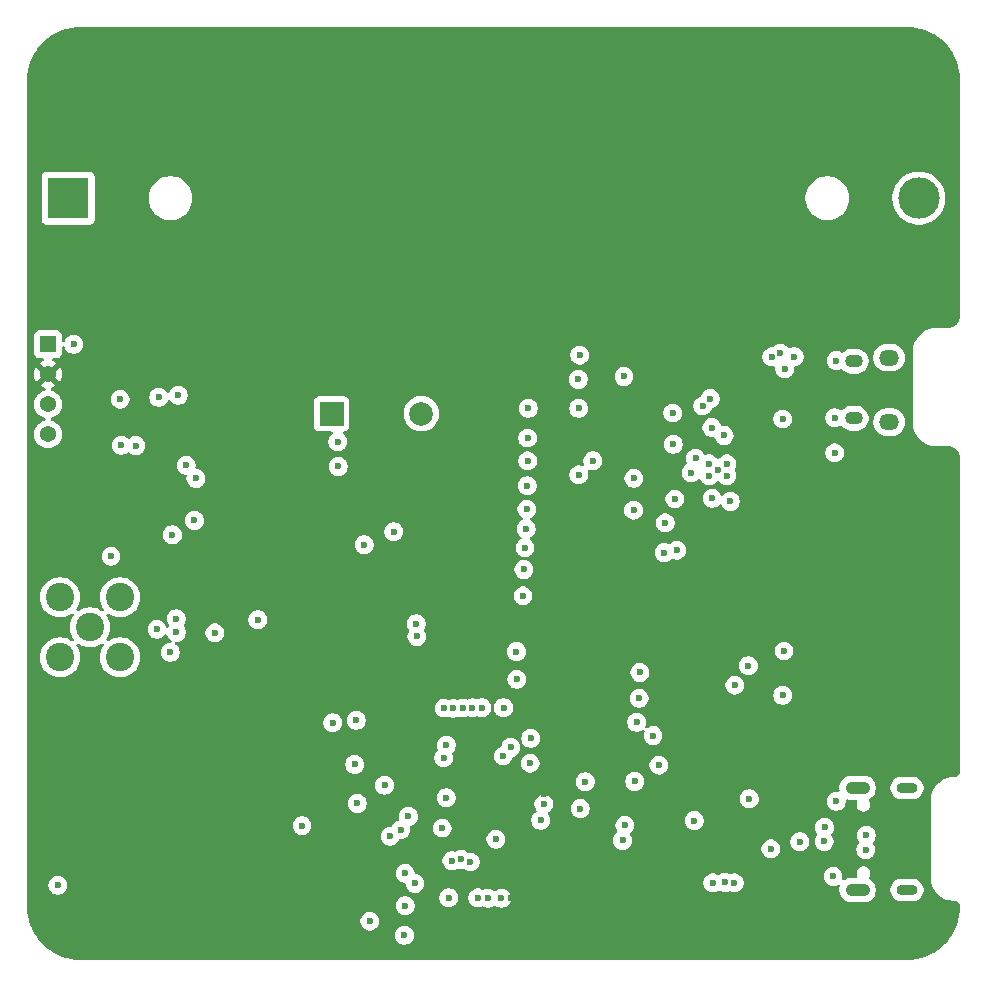
<source format=gbr>
%TF.GenerationSoftware,KiCad,Pcbnew,9.0.0*%
%TF.CreationDate,2025-06-19T18:13:13+09:00*%
%TF.ProjectId,FLP_PCB_terminal,464c505f-5043-4425-9f74-65726d696e61,rev?*%
%TF.SameCoordinates,Original*%
%TF.FileFunction,Copper,L2,Inr*%
%TF.FilePolarity,Positive*%
%FSLAX46Y46*%
G04 Gerber Fmt 4.6, Leading zero omitted, Abs format (unit mm)*
G04 Created by KiCad (PCBNEW 9.0.0) date 2025-06-19 18:13:13*
%MOMM*%
%LPD*%
G01*
G04 APERTURE LIST*
%TA.AperFunction,HeatsinkPad*%
%ADD10O,1.700000X1.350000*%
%TD*%
%TA.AperFunction,HeatsinkPad*%
%ADD11O,1.500000X1.100000*%
%TD*%
%TA.AperFunction,ComponentPad*%
%ADD12R,3.500000X3.500000*%
%TD*%
%TA.AperFunction,ComponentPad*%
%ADD13C,3.500000*%
%TD*%
%TA.AperFunction,ComponentPad*%
%ADD14C,0.600000*%
%TD*%
%TA.AperFunction,ComponentPad*%
%ADD15O,2.100000X1.050000*%
%TD*%
%TA.AperFunction,ComponentPad*%
%ADD16O,1.800000X0.900000*%
%TD*%
%TA.AperFunction,ComponentPad*%
%ADD17R,2.000000X2.000000*%
%TD*%
%TA.AperFunction,ComponentPad*%
%ADD18C,2.000000*%
%TD*%
%TA.AperFunction,ComponentPad*%
%ADD19C,2.400000*%
%TD*%
%TA.AperFunction,ComponentPad*%
%ADD20R,1.370000X1.370000*%
%TD*%
%TA.AperFunction,ComponentPad*%
%ADD21C,1.370000*%
%TD*%
%TA.AperFunction,ViaPad*%
%ADD22C,0.600000*%
%TD*%
G04 APERTURE END LIST*
D10*
%TO.N,GND*%
%TO.C,Charger1*%
X118500000Y-118960000D03*
D11*
X115500000Y-118650000D03*
X115500000Y-113810000D03*
D10*
X118500000Y-113500000D03*
%TD*%
D12*
%TO.N,Net-(BT1-+)*%
%TO.C,BT1*%
X49000000Y-100000000D03*
D13*
%TO.N,GND*%
X121000000Y-100000000D03*
%TD*%
D14*
%TO.N,GND*%
%TO.C,U6*%
X103250000Y-123500000D03*
X104750000Y-123500000D03*
X104000000Y-123000000D03*
X103250000Y-122500000D03*
X104750000Y-122500000D03*
%TD*%
D15*
%TO.N,N/C*%
%TO.C,UART1*%
X115820000Y-158570000D03*
X115820000Y-149930000D03*
D16*
X120000000Y-158570000D03*
X120000000Y-149930000D03*
%TD*%
D17*
%TO.N,Buzzer*%
%TO.C,BZ1*%
X71280000Y-118250000D03*
D18*
%TO.N,GND*%
X78880000Y-118250000D03*
%TD*%
D19*
%TO.N,Net-(C27-Pad1)*%
%TO.C,J1*%
X50840000Y-136340000D03*
%TO.N,GND*%
X53380000Y-138880000D03*
X53380000Y-133800000D03*
X48300000Y-133800000D03*
X48300000Y-138880000D03*
%TD*%
D20*
%TO.N,GND*%
%TO.C,J2*%
X47270000Y-112380000D03*
D21*
%TO.N,3.3V OUT*%
X47270000Y-114920000D03*
%TO.N,I2C SCL*%
X47270000Y-117460000D03*
%TO.N,I2C SDL*%
X47270000Y-120000000D03*
%TD*%
D22*
%TO.N,GND*%
X100350000Y-125470000D03*
X113880000Y-118590000D03*
X114010000Y-113750000D03*
X109490000Y-118700000D03*
X57620000Y-138460000D03*
X48110000Y-158180000D03*
X77450000Y-162411000D03*
X77520000Y-159900000D03*
%TO.N,3.3V OUT*%
X77195205Y-155106621D03*
X69610000Y-149280000D03*
X63230000Y-138560000D03*
X53360000Y-113010000D03*
X54990000Y-112930000D03*
X56570000Y-112920000D03*
%TO.N,GND*%
X58300000Y-116690000D03*
X56650000Y-116860000D03*
X49460000Y-112370000D03*
X59800000Y-123730000D03*
X59670000Y-127290000D03*
X52610000Y-130310000D03*
X56500000Y-136500000D03*
X58140000Y-135610000D03*
X58140000Y-136770000D03*
X80779023Y-147377080D03*
%TO.N,3.3V OUT*%
X92130000Y-127970000D03*
X92180000Y-129640000D03*
X92210000Y-131490000D03*
X92330000Y-133650000D03*
%TO.N,GND*%
X87490000Y-133680000D03*
%TO.N,Net-(BT1-+)*%
X93410000Y-122236000D03*
X92210000Y-123436000D03*
%TO.N,GND*%
X68780000Y-153130000D03*
X87940000Y-117790000D03*
X86970000Y-140740000D03*
X76540000Y-128240000D03*
X108480000Y-155100000D03*
X89260000Y-151290000D03*
X113880000Y-121570000D03*
X106580000Y-139580000D03*
X80800000Y-143170000D03*
X97390000Y-140160000D03*
X97120000Y-144370000D03*
X97320000Y-142340000D03*
X87820000Y-126330000D03*
X87890000Y-122250000D03*
X100220000Y-120840000D03*
X103484023Y-119426025D03*
X99530000Y-127500000D03*
X112980000Y-154470000D03*
X87570000Y-131440000D03*
X75770000Y-149720000D03*
X71380000Y-144410000D03*
X87660000Y-129600000D03*
X87860000Y-124340000D03*
X53480000Y-120930000D03*
X85670000Y-159280000D03*
X85840000Y-143150000D03*
X54710000Y-120950000D03*
X86940000Y-138390000D03*
X76230000Y-154030000D03*
X113740000Y-157430000D03*
X87755388Y-127997190D03*
X114010000Y-151070000D03*
X101730000Y-123250000D03*
X99000000Y-148000000D03*
X87880000Y-120310000D03*
X105430000Y-141230000D03*
X98500000Y-145500000D03*
X105040000Y-125680000D03*
X96940000Y-149390000D03*
X92295930Y-113287108D03*
X92180000Y-115350000D03*
%TO.N,Buzzer*%
X88140000Y-145730000D03*
X74045000Y-129335000D03*
X88090000Y-147831959D03*
X88980000Y-152670000D03*
X71850000Y-122720000D03*
X71810000Y-120620000D03*
%TO.N,5v OUT*%
X100514972Y-129794972D03*
X92200000Y-117800000D03*
X103500000Y-125419943D03*
X102700000Y-117590000D03*
%TO.N,3.3V OUT*%
X108330000Y-153320000D03*
X96670000Y-151530000D03*
X87750000Y-115350000D03*
X83410000Y-134880000D03*
X62010000Y-134330000D03*
X49480000Y-114900000D03*
X52400000Y-125630000D03*
X114170000Y-139090000D03*
X58220000Y-112850000D03*
X114380000Y-134320000D03*
X92650000Y-140160000D03*
X92640000Y-144380000D03*
X89240000Y-150460000D03*
X78580000Y-141010000D03*
X86469177Y-159243674D03*
X61500000Y-125500000D03*
X86980000Y-139710000D03*
X79370000Y-147850379D03*
X112090000Y-125830000D03*
%TO.N,Net-(Charger1-VBUS)*%
X110450000Y-113420000D03*
X96850000Y-126410000D03*
%TO.N,OSC_OUT*%
X73240000Y-147950000D03*
X80640000Y-153330000D03*
X73370000Y-144200000D03*
%TO.N,Net-(U5-REGIN)*%
X106647500Y-150857500D03*
X110930000Y-154490000D03*
X92770000Y-149420000D03*
%TO.N,Net-(Q1-D)*%
X103350000Y-116970000D03*
X96040000Y-115100000D03*
%TO.N,Net-(U8-XTB)*%
X61405735Y-136814265D03*
X65040000Y-135700000D03*
%TO.N,I2C SDL*%
X53380000Y-117010000D03*
X80999624Y-146310000D03*
%TO.N,PC_OSC_OUT*%
X74530000Y-161210000D03*
X77790000Y-152350000D03*
%TO.N,NRST*%
X77132897Y-153470456D03*
X57810000Y-128500000D03*
%TO.N,BOOT0*%
X80999624Y-150760000D03*
X58970000Y-122610000D03*
%TO.N,Net-(U4-PROG)*%
X108540000Y-113440000D03*
X96880000Y-123720000D03*
%TO.N,Find_Host*%
X109590000Y-138340000D03*
X86460000Y-146510000D03*
%TO.N,ID*%
X85800053Y-147231959D03*
X109490000Y-142100000D03*
%TO.N,Net-(U5-RXD)*%
X95920000Y-154380000D03*
X104580000Y-157940000D03*
%TO.N,Net-(U5-TXD)*%
X105379202Y-157975785D03*
X96120000Y-153100000D03*
%TO.N,Net-(U6-UVLO)*%
X109660401Y-114448128D03*
X100170000Y-118190000D03*
X109278669Y-113132801D03*
X104513736Y-120094736D03*
%TO.N,Net-(U5-~{RST})*%
X92340000Y-151680000D03*
X102000116Y-152699884D03*
%TO.N,Net-(UART1-CC2)*%
X103560000Y-157976785D03*
X113020000Y-153269000D03*
%TO.N,Net-(Q1-G)*%
X102100000Y-122008530D03*
X99450000Y-130010000D03*
%TO.N,Net-(U2-PB2)*%
X84520000Y-159281000D03*
X73450000Y-151250000D03*
%TO.N,GPS_TX*%
X78344265Y-158024265D03*
X77505735Y-157165735D03*
%TO.N,SCK*%
X81470000Y-156090000D03*
X81599624Y-143194603D03*
%TO.N,MISO*%
X82399187Y-143168089D03*
X82263692Y-155989718D03*
%TO.N,NSS(CS)*%
X83999053Y-143147039D03*
X81200000Y-159240000D03*
%TO.N,DIO0(IRQ)*%
X78510000Y-137110000D03*
X83660000Y-159250000D03*
%TO.N,RESET*%
X85200053Y-154270000D03*
X78460000Y-136040000D03*
%TO.N,MOSI*%
X83199107Y-143156551D03*
X83033327Y-156208041D03*
%TO.N,Net-(U7-I{slash}O2-Pad3)*%
X116520000Y-155149000D03*
X116550000Y-153949000D03*
%TD*%
%TA.AperFunction,Conductor*%
%TO.N,3.3V OUT*%
G36*
X120002702Y-85500617D02*
G01*
X120386771Y-85517386D01*
X120397506Y-85518326D01*
X120775971Y-85568152D01*
X120786597Y-85570025D01*
X121159284Y-85652648D01*
X121169710Y-85655442D01*
X121533765Y-85770227D01*
X121543911Y-85773920D01*
X121896578Y-85920000D01*
X121906369Y-85924566D01*
X122244942Y-86100816D01*
X122254310Y-86106224D01*
X122576244Y-86311318D01*
X122585105Y-86317523D01*
X122887930Y-86549889D01*
X122896217Y-86556843D01*
X123177635Y-86814715D01*
X123185284Y-86822364D01*
X123443156Y-87103782D01*
X123450110Y-87112069D01*
X123682476Y-87414894D01*
X123688681Y-87423755D01*
X123893775Y-87745689D01*
X123899183Y-87755057D01*
X124075430Y-88093623D01*
X124080002Y-88103427D01*
X124226075Y-88456078D01*
X124229775Y-88466244D01*
X124344554Y-88830278D01*
X124347354Y-88840727D01*
X124429971Y-89213389D01*
X124431849Y-89224042D01*
X124481671Y-89602473D01*
X124482614Y-89613249D01*
X124499382Y-89997297D01*
X124499500Y-90002706D01*
X124499500Y-109994586D01*
X124499028Y-110005394D01*
X124485260Y-110162753D01*
X124481507Y-110184038D01*
X124442030Y-110331369D01*
X124434637Y-110351681D01*
X124370177Y-110489915D01*
X124359370Y-110508633D01*
X124271880Y-110633582D01*
X124257986Y-110650140D01*
X124150140Y-110757986D01*
X124133582Y-110771880D01*
X124008633Y-110859370D01*
X123989915Y-110870177D01*
X123851681Y-110934637D01*
X123831369Y-110942030D01*
X123684038Y-110981507D01*
X123662753Y-110985260D01*
X123505395Y-110999028D01*
X123494587Y-110999500D01*
X122368872Y-110999500D01*
X122137772Y-111029926D01*
X122108884Y-111033730D01*
X121855581Y-111101602D01*
X121855571Y-111101605D01*
X121613309Y-111201953D01*
X121613299Y-111201958D01*
X121386196Y-111333075D01*
X121178148Y-111492718D01*
X120992718Y-111678148D01*
X120833075Y-111886196D01*
X120701958Y-112113299D01*
X120701953Y-112113309D01*
X120601605Y-112355571D01*
X120601602Y-112355581D01*
X120535173Y-112603501D01*
X120533730Y-112608885D01*
X120499500Y-112868872D01*
X120499500Y-119131127D01*
X120522377Y-119304886D01*
X120533730Y-119391116D01*
X120600570Y-119640566D01*
X120601602Y-119644418D01*
X120601605Y-119644428D01*
X120701953Y-119886690D01*
X120701958Y-119886700D01*
X120833075Y-120113803D01*
X120992718Y-120321851D01*
X120992726Y-120321860D01*
X121178140Y-120507274D01*
X121178148Y-120507281D01*
X121386196Y-120666924D01*
X121613299Y-120798041D01*
X121613309Y-120798046D01*
X121847947Y-120895236D01*
X121855581Y-120898398D01*
X122108884Y-120966270D01*
X122368880Y-121000500D01*
X122434108Y-121000500D01*
X123434108Y-121000500D01*
X123494587Y-121000500D01*
X123505394Y-121000972D01*
X123535721Y-121003625D01*
X123662755Y-121014739D01*
X123684035Y-121018491D01*
X123801188Y-121049882D01*
X123831369Y-121057969D01*
X123851681Y-121065362D01*
X123989915Y-121129822D01*
X124008633Y-121140629D01*
X124133582Y-121228119D01*
X124150140Y-121242013D01*
X124257986Y-121349859D01*
X124271880Y-121366417D01*
X124359370Y-121491366D01*
X124370177Y-121510084D01*
X124434637Y-121648318D01*
X124442030Y-121668630D01*
X124481507Y-121815961D01*
X124485260Y-121837246D01*
X124499028Y-121994605D01*
X124499500Y-122005413D01*
X124499500Y-148493038D01*
X124498720Y-148506923D01*
X124488540Y-148597264D01*
X124482362Y-148624333D01*
X124454648Y-148703537D01*
X124442600Y-148728555D01*
X124397957Y-148799604D01*
X124380644Y-148821313D01*
X124321313Y-148880644D01*
X124299604Y-148897957D01*
X124228555Y-148942600D01*
X124203537Y-148954648D01*
X124124333Y-148982362D01*
X124097264Y-148988540D01*
X124017075Y-148997576D01*
X124006921Y-148998720D01*
X123993038Y-148999500D01*
X123868872Y-148999500D01*
X123637772Y-149029926D01*
X123608884Y-149033730D01*
X123407535Y-149087681D01*
X123355581Y-149101602D01*
X123355571Y-149101605D01*
X123113309Y-149201953D01*
X123113299Y-149201958D01*
X122886196Y-149333075D01*
X122678148Y-149492718D01*
X122492718Y-149678148D01*
X122333075Y-149886196D01*
X122201958Y-150113299D01*
X122201953Y-150113309D01*
X122101605Y-150355571D01*
X122101602Y-150355581D01*
X122033730Y-150608884D01*
X122031185Y-150628213D01*
X121999500Y-150868872D01*
X121999500Y-157631127D01*
X122022943Y-157809185D01*
X122033730Y-157891116D01*
X122101079Y-158142466D01*
X122101602Y-158144418D01*
X122101605Y-158144428D01*
X122201953Y-158386690D01*
X122201958Y-158386700D01*
X122333075Y-158613803D01*
X122492718Y-158821851D01*
X122492726Y-158821860D01*
X122678140Y-159007274D01*
X122678148Y-159007281D01*
X122678149Y-159007282D01*
X122695032Y-159020237D01*
X122886196Y-159166924D01*
X123113299Y-159298041D01*
X123113309Y-159298046D01*
X123355571Y-159398394D01*
X123355581Y-159398398D01*
X123608884Y-159466270D01*
X123868880Y-159500500D01*
X123934108Y-159500500D01*
X123993038Y-159500500D01*
X124006922Y-159501280D01*
X124097266Y-159511459D01*
X124124331Y-159517636D01*
X124203540Y-159545352D01*
X124228553Y-159557398D01*
X124299606Y-159602043D01*
X124321313Y-159619355D01*
X124380644Y-159678686D01*
X124397957Y-159700395D01*
X124442600Y-159771444D01*
X124454648Y-159796462D01*
X124482362Y-159875666D01*
X124488540Y-159902736D01*
X124498415Y-159990377D01*
X124499077Y-160009670D01*
X124482614Y-160386750D01*
X124481671Y-160397526D01*
X124431849Y-160775957D01*
X124429971Y-160786610D01*
X124347354Y-161159272D01*
X124344554Y-161169721D01*
X124229775Y-161533755D01*
X124226075Y-161543921D01*
X124080002Y-161896572D01*
X124075430Y-161906376D01*
X123899183Y-162244942D01*
X123893775Y-162254310D01*
X123688681Y-162576244D01*
X123682476Y-162585105D01*
X123450110Y-162887930D01*
X123443156Y-162896217D01*
X123185284Y-163177635D01*
X123177635Y-163185284D01*
X122896217Y-163443156D01*
X122887930Y-163450110D01*
X122585105Y-163682476D01*
X122576244Y-163688681D01*
X122254310Y-163893775D01*
X122244942Y-163899183D01*
X121906376Y-164075430D01*
X121896572Y-164080002D01*
X121543921Y-164226075D01*
X121533755Y-164229775D01*
X121169721Y-164344554D01*
X121159272Y-164347354D01*
X120786610Y-164429971D01*
X120775957Y-164431849D01*
X120397526Y-164481671D01*
X120386750Y-164482614D01*
X120002703Y-164499382D01*
X119997294Y-164499500D01*
X50002706Y-164499500D01*
X49997297Y-164499382D01*
X49613249Y-164482614D01*
X49602473Y-164481671D01*
X49224042Y-164431849D01*
X49213389Y-164429971D01*
X48840727Y-164347354D01*
X48830278Y-164344554D01*
X48466244Y-164229775D01*
X48456078Y-164226075D01*
X48103427Y-164080002D01*
X48093623Y-164075430D01*
X47755057Y-163899183D01*
X47745689Y-163893775D01*
X47423755Y-163688681D01*
X47414894Y-163682476D01*
X47112069Y-163450110D01*
X47103782Y-163443156D01*
X46822364Y-163185284D01*
X46814715Y-163177635D01*
X46556843Y-162896217D01*
X46549889Y-162887930D01*
X46317523Y-162585105D01*
X46311318Y-162576244D01*
X46155815Y-162332153D01*
X76649500Y-162332153D01*
X76649500Y-162489846D01*
X76680261Y-162644489D01*
X76680264Y-162644501D01*
X76740602Y-162790172D01*
X76740609Y-162790185D01*
X76828210Y-162921288D01*
X76828213Y-162921292D01*
X76939707Y-163032786D01*
X76939711Y-163032789D01*
X77070814Y-163120390D01*
X77070827Y-163120397D01*
X77209014Y-163177635D01*
X77216503Y-163180737D01*
X77371153Y-163211499D01*
X77371156Y-163211500D01*
X77371158Y-163211500D01*
X77528844Y-163211500D01*
X77528845Y-163211499D01*
X77683497Y-163180737D01*
X77829179Y-163120394D01*
X77960289Y-163032789D01*
X78071789Y-162921289D01*
X78159394Y-162790179D01*
X78219737Y-162644497D01*
X78250500Y-162489842D01*
X78250500Y-162332158D01*
X78250500Y-162332155D01*
X78250499Y-162332153D01*
X78234108Y-162249750D01*
X78219737Y-162177503D01*
X78219735Y-162177498D01*
X78159397Y-162031827D01*
X78159390Y-162031814D01*
X78071789Y-161900711D01*
X78071786Y-161900707D01*
X77960292Y-161789213D01*
X77960288Y-161789210D01*
X77829185Y-161701609D01*
X77829172Y-161701602D01*
X77683501Y-161641264D01*
X77683489Y-161641261D01*
X77528845Y-161610500D01*
X77528842Y-161610500D01*
X77371158Y-161610500D01*
X77371155Y-161610500D01*
X77216510Y-161641261D01*
X77216498Y-161641264D01*
X77070827Y-161701602D01*
X77070814Y-161701609D01*
X76939711Y-161789210D01*
X76939707Y-161789213D01*
X76828213Y-161900707D01*
X76828210Y-161900711D01*
X76740609Y-162031814D01*
X76740602Y-162031827D01*
X76680264Y-162177498D01*
X76680261Y-162177510D01*
X76649500Y-162332153D01*
X46155815Y-162332153D01*
X46106223Y-162254309D01*
X46100816Y-162244942D01*
X45962759Y-161979738D01*
X45924566Y-161906369D01*
X45919997Y-161896572D01*
X45893162Y-161831786D01*
X45773920Y-161543911D01*
X45770224Y-161533755D01*
X45655442Y-161169710D01*
X45652644Y-161159266D01*
X45651013Y-161151909D01*
X45651012Y-161151905D01*
X45646411Y-161131153D01*
X73729500Y-161131153D01*
X73729500Y-161288846D01*
X73760261Y-161443489D01*
X73760264Y-161443501D01*
X73820602Y-161589172D01*
X73820609Y-161589185D01*
X73908210Y-161720288D01*
X73908213Y-161720292D01*
X74019707Y-161831786D01*
X74019711Y-161831789D01*
X74150814Y-161919390D01*
X74150827Y-161919397D01*
X74296498Y-161979735D01*
X74296503Y-161979737D01*
X74404329Y-162001185D01*
X74451153Y-162010499D01*
X74451156Y-162010500D01*
X74451158Y-162010500D01*
X74608844Y-162010500D01*
X74608845Y-162010499D01*
X74763497Y-161979737D01*
X74909179Y-161919394D01*
X75040289Y-161831789D01*
X75151789Y-161720289D01*
X75239394Y-161589179D01*
X75299737Y-161443497D01*
X75330500Y-161288842D01*
X75330500Y-161131158D01*
X75330500Y-161131155D01*
X75330499Y-161131153D01*
X75299738Y-160976510D01*
X75299737Y-160976503D01*
X75299735Y-160976498D01*
X75239397Y-160830827D01*
X75239390Y-160830814D01*
X75151789Y-160699711D01*
X75151786Y-160699707D01*
X75040292Y-160588213D01*
X75040288Y-160588210D01*
X74909185Y-160500609D01*
X74909172Y-160500602D01*
X74763501Y-160440264D01*
X74763489Y-160440261D01*
X74608845Y-160409500D01*
X74608842Y-160409500D01*
X74451158Y-160409500D01*
X74451155Y-160409500D01*
X74296510Y-160440261D01*
X74296498Y-160440264D01*
X74150827Y-160500602D01*
X74150814Y-160500609D01*
X74019711Y-160588210D01*
X74019707Y-160588213D01*
X73908213Y-160699707D01*
X73908210Y-160699711D01*
X73820609Y-160830814D01*
X73820602Y-160830827D01*
X73760264Y-160976498D01*
X73760261Y-160976510D01*
X73729500Y-161131153D01*
X45646411Y-161131153D01*
X45570025Y-160786594D01*
X45568152Y-160775971D01*
X45518326Y-160397506D01*
X45517386Y-160386771D01*
X45500618Y-160002702D01*
X45500500Y-159997293D01*
X45500500Y-159821153D01*
X76719500Y-159821153D01*
X76719500Y-159978846D01*
X76750261Y-160133489D01*
X76750264Y-160133501D01*
X76810602Y-160279172D01*
X76810609Y-160279185D01*
X76898210Y-160410288D01*
X76898213Y-160410292D01*
X77009707Y-160521786D01*
X77009711Y-160521789D01*
X77140814Y-160609390D01*
X77140827Y-160609397D01*
X77286498Y-160669735D01*
X77286503Y-160669737D01*
X77441153Y-160700499D01*
X77441156Y-160700500D01*
X77441158Y-160700500D01*
X77598844Y-160700500D01*
X77598845Y-160700499D01*
X77753497Y-160669737D01*
X77899179Y-160609394D01*
X78030289Y-160521789D01*
X78141789Y-160410289D01*
X78229394Y-160279179D01*
X78289737Y-160133497D01*
X78320500Y-159978842D01*
X78320500Y-159821158D01*
X78320500Y-159821155D01*
X78320499Y-159821153D01*
X78314360Y-159790289D01*
X78289737Y-159666503D01*
X78286703Y-159659179D01*
X78229397Y-159520827D01*
X78229390Y-159520814D01*
X78141789Y-159389711D01*
X78141786Y-159389707D01*
X78030292Y-159278213D01*
X78030288Y-159278210D01*
X78000293Y-159258168D01*
X77899185Y-159190609D01*
X77899172Y-159190602D01*
X77828075Y-159161153D01*
X80399500Y-159161153D01*
X80399500Y-159318846D01*
X80430261Y-159473489D01*
X80430264Y-159473501D01*
X80490602Y-159619172D01*
X80490609Y-159619185D01*
X80578210Y-159750288D01*
X80578213Y-159750292D01*
X80689707Y-159861786D01*
X80689711Y-159861789D01*
X80820814Y-159949390D01*
X80820827Y-159949397D01*
X80949519Y-160002702D01*
X80966503Y-160009737D01*
X81121153Y-160040499D01*
X81121156Y-160040500D01*
X81121158Y-160040500D01*
X81278844Y-160040500D01*
X81278845Y-160040499D01*
X81433497Y-160009737D01*
X81546166Y-159963067D01*
X81579172Y-159949397D01*
X81579172Y-159949396D01*
X81579179Y-159949394D01*
X81710289Y-159861789D01*
X81821789Y-159750289D01*
X81909394Y-159619179D01*
X81913414Y-159609475D01*
X81953167Y-159513501D01*
X81969737Y-159473497D01*
X82000500Y-159318842D01*
X82000500Y-159171153D01*
X82859500Y-159171153D01*
X82859500Y-159328846D01*
X82890261Y-159483489D01*
X82890264Y-159483501D01*
X82950602Y-159629172D01*
X82950609Y-159629185D01*
X83038210Y-159760288D01*
X83038213Y-159760292D01*
X83149707Y-159871786D01*
X83149711Y-159871789D01*
X83280814Y-159959390D01*
X83280827Y-159959397D01*
X83402363Y-160009738D01*
X83426503Y-160019737D01*
X83577312Y-160049735D01*
X83581153Y-160050499D01*
X83581156Y-160050500D01*
X83581158Y-160050500D01*
X83738844Y-160050500D01*
X83738845Y-160050499D01*
X83893497Y-160019737D01*
X84012050Y-159970630D01*
X84081519Y-159963162D01*
X84128394Y-159982090D01*
X84140821Y-159990394D01*
X84140823Y-159990394D01*
X84140827Y-159990397D01*
X84284084Y-160049735D01*
X84286503Y-160050737D01*
X84436126Y-160080499D01*
X84441153Y-160081499D01*
X84441156Y-160081500D01*
X84441158Y-160081500D01*
X84598844Y-160081500D01*
X84598845Y-160081499D01*
X84753497Y-160050737D01*
X84899179Y-159990394D01*
X85026857Y-159905081D01*
X85093534Y-159884204D01*
X85160914Y-159902688D01*
X85164639Y-159905082D01*
X85290814Y-159989390D01*
X85290827Y-159989397D01*
X85436498Y-160049735D01*
X85436503Y-160049737D01*
X85591153Y-160080499D01*
X85591156Y-160080500D01*
X85591158Y-160080500D01*
X85748844Y-160080500D01*
X85748845Y-160080499D01*
X85903497Y-160049737D01*
X86046770Y-159990392D01*
X86049172Y-159989397D01*
X86049172Y-159989396D01*
X86049179Y-159989394D01*
X86180289Y-159901789D01*
X86291789Y-159790289D01*
X86379394Y-159659179D01*
X86439737Y-159513497D01*
X86470500Y-159358842D01*
X86470500Y-159201158D01*
X86470500Y-159201155D01*
X86470499Y-159201153D01*
X86456398Y-159130263D01*
X86439737Y-159046503D01*
X86439735Y-159046498D01*
X86379397Y-158900827D01*
X86379390Y-158900814D01*
X86291789Y-158769711D01*
X86291786Y-158769707D01*
X86180292Y-158658213D01*
X86180288Y-158658210D01*
X86049185Y-158570609D01*
X86049172Y-158570602D01*
X85903501Y-158510264D01*
X85903489Y-158510261D01*
X85748845Y-158479500D01*
X85748842Y-158479500D01*
X85591158Y-158479500D01*
X85591155Y-158479500D01*
X85436510Y-158510261D01*
X85436498Y-158510264D01*
X85290827Y-158570602D01*
X85290809Y-158570612D01*
X85163141Y-158655917D01*
X85096464Y-158676795D01*
X85029084Y-158658310D01*
X85025360Y-158655917D01*
X84899185Y-158571609D01*
X84899172Y-158571602D01*
X84753501Y-158511264D01*
X84753489Y-158511261D01*
X84598845Y-158480500D01*
X84598842Y-158480500D01*
X84441158Y-158480500D01*
X84441155Y-158480500D01*
X84286510Y-158511261D01*
X84286507Y-158511262D01*
X84286506Y-158511262D01*
X84286503Y-158511263D01*
X84230266Y-158534557D01*
X84167949Y-158560369D01*
X84098479Y-158567837D01*
X84051608Y-158548910D01*
X84039187Y-158540611D01*
X84039183Y-158540609D01*
X84039179Y-158540606D01*
X84039175Y-158540604D01*
X84039171Y-158540602D01*
X83893501Y-158480264D01*
X83893489Y-158480261D01*
X83738845Y-158449500D01*
X83738842Y-158449500D01*
X83581158Y-158449500D01*
X83581155Y-158449500D01*
X83426510Y-158480261D01*
X83426498Y-158480264D01*
X83280827Y-158540602D01*
X83280814Y-158540609D01*
X83149711Y-158628210D01*
X83149707Y-158628213D01*
X83038213Y-158739707D01*
X83038210Y-158739711D01*
X82950609Y-158870814D01*
X82950602Y-158870827D01*
X82890264Y-159016498D01*
X82890261Y-159016510D01*
X82859500Y-159171153D01*
X82000500Y-159171153D01*
X82000500Y-159161158D01*
X82000500Y-159161155D01*
X82000499Y-159161153D01*
X81994355Y-159130264D01*
X81969737Y-159006503D01*
X81958966Y-158980499D01*
X81909397Y-158860827D01*
X81909390Y-158860814D01*
X81821789Y-158729711D01*
X81821786Y-158729707D01*
X81710292Y-158618213D01*
X81710288Y-158618210D01*
X81579185Y-158530609D01*
X81579172Y-158530602D01*
X81433501Y-158470264D01*
X81433489Y-158470261D01*
X81278845Y-158439500D01*
X81278842Y-158439500D01*
X81121158Y-158439500D01*
X81121155Y-158439500D01*
X80966510Y-158470261D01*
X80966498Y-158470264D01*
X80820827Y-158530602D01*
X80820814Y-158530609D01*
X80689711Y-158618210D01*
X80689707Y-158618213D01*
X80578213Y-158729707D01*
X80578210Y-158729711D01*
X80490609Y-158860814D01*
X80490602Y-158860827D01*
X80430264Y-159006498D01*
X80430261Y-159006510D01*
X80399500Y-159161153D01*
X77828075Y-159161153D01*
X77753501Y-159130264D01*
X77753489Y-159130261D01*
X77598845Y-159099500D01*
X77598842Y-159099500D01*
X77441158Y-159099500D01*
X77441155Y-159099500D01*
X77286510Y-159130261D01*
X77286498Y-159130264D01*
X77140827Y-159190602D01*
X77140814Y-159190609D01*
X77009711Y-159278210D01*
X77009707Y-159278213D01*
X76898213Y-159389707D01*
X76898210Y-159389711D01*
X76810609Y-159520814D01*
X76810602Y-159520827D01*
X76750264Y-159666498D01*
X76750261Y-159666510D01*
X76719500Y-159821153D01*
X45500500Y-159821153D01*
X45500500Y-158101153D01*
X47309500Y-158101153D01*
X47309500Y-158258846D01*
X47340261Y-158413489D01*
X47340264Y-158413501D01*
X47400602Y-158559172D01*
X47400609Y-158559185D01*
X47488210Y-158690288D01*
X47488213Y-158690292D01*
X47599707Y-158801786D01*
X47599711Y-158801789D01*
X47730814Y-158889390D01*
X47730827Y-158889397D01*
X47844005Y-158936276D01*
X47876503Y-158949737D01*
X48031153Y-158980499D01*
X48031156Y-158980500D01*
X48031158Y-158980500D01*
X48188844Y-158980500D01*
X48188845Y-158980499D01*
X48343497Y-158949737D01*
X48461592Y-158900821D01*
X48489172Y-158889397D01*
X48489172Y-158889396D01*
X48489179Y-158889394D01*
X48620289Y-158801789D01*
X48731789Y-158690289D01*
X48819394Y-158559179D01*
X48879737Y-158413497D01*
X48910500Y-158258842D01*
X48910500Y-158101158D01*
X48910500Y-158101155D01*
X48910499Y-158101153D01*
X48900306Y-158049912D01*
X48879737Y-157946503D01*
X48859209Y-157896943D01*
X48819397Y-157800827D01*
X48819390Y-157800814D01*
X48731789Y-157669711D01*
X48731786Y-157669707D01*
X48620292Y-157558213D01*
X48620288Y-157558210D01*
X48489185Y-157470609D01*
X48489172Y-157470602D01*
X48343501Y-157410264D01*
X48343489Y-157410261D01*
X48188845Y-157379500D01*
X48188842Y-157379500D01*
X48031158Y-157379500D01*
X48031155Y-157379500D01*
X47876510Y-157410261D01*
X47876498Y-157410264D01*
X47730827Y-157470602D01*
X47730814Y-157470609D01*
X47599711Y-157558210D01*
X47599707Y-157558213D01*
X47488213Y-157669707D01*
X47488210Y-157669711D01*
X47400609Y-157800814D01*
X47400602Y-157800827D01*
X47340264Y-157946498D01*
X47340261Y-157946510D01*
X47309500Y-158101153D01*
X45500500Y-158101153D01*
X45500500Y-157086888D01*
X76705235Y-157086888D01*
X76705235Y-157244581D01*
X76735996Y-157399224D01*
X76735999Y-157399236D01*
X76796337Y-157544907D01*
X76796344Y-157544920D01*
X76883945Y-157676023D01*
X76883948Y-157676027D01*
X76995442Y-157787521D01*
X76995446Y-157787524D01*
X77126549Y-157875125D01*
X77126562Y-157875132D01*
X77272233Y-157935470D01*
X77272238Y-157935472D01*
X77426893Y-157966235D01*
X77426904Y-157966235D01*
X77431906Y-157966728D01*
X77496696Y-157992882D01*
X77537061Y-158049912D01*
X77543765Y-158090132D01*
X77543765Y-158103111D01*
X77574526Y-158257754D01*
X77574529Y-158257766D01*
X77634867Y-158403437D01*
X77634874Y-158403450D01*
X77722475Y-158534553D01*
X77722478Y-158534557D01*
X77833972Y-158646051D01*
X77833976Y-158646054D01*
X77965079Y-158733655D01*
X77965092Y-158733662D01*
X78070409Y-158777285D01*
X78110768Y-158794002D01*
X78250819Y-158821860D01*
X78265418Y-158824764D01*
X78265421Y-158824765D01*
X78265423Y-158824765D01*
X78423109Y-158824765D01*
X78423110Y-158824764D01*
X78577762Y-158794002D01*
X78723444Y-158733659D01*
X78854554Y-158646054D01*
X78966054Y-158534554D01*
X79053659Y-158403444D01*
X79114002Y-158257762D01*
X79144765Y-158103107D01*
X79144765Y-157945423D01*
X79143744Y-157940292D01*
X79138921Y-157916044D01*
X79138921Y-157916042D01*
X79135320Y-157897938D01*
X102759500Y-157897938D01*
X102759500Y-158055631D01*
X102790261Y-158210274D01*
X102790264Y-158210286D01*
X102850602Y-158355957D01*
X102850609Y-158355970D01*
X102938210Y-158487073D01*
X102938213Y-158487077D01*
X103049707Y-158598571D01*
X103049711Y-158598574D01*
X103180814Y-158686175D01*
X103180827Y-158686182D01*
X103311962Y-158740499D01*
X103326503Y-158746522D01*
X103476126Y-158776284D01*
X103481153Y-158777284D01*
X103481156Y-158777285D01*
X103481158Y-158777285D01*
X103638844Y-158777285D01*
X103638845Y-158777284D01*
X103793497Y-158746522D01*
X103939179Y-158686179D01*
X103939184Y-158686175D01*
X103939187Y-158686174D01*
X103981036Y-158658211D01*
X104028634Y-158626406D01*
X104095310Y-158605528D01*
X104162690Y-158624012D01*
X104166416Y-158626406D01*
X104200814Y-158649390D01*
X104200827Y-158649397D01*
X104299558Y-158690292D01*
X104346503Y-158709737D01*
X104501153Y-158740499D01*
X104501156Y-158740500D01*
X104501158Y-158740500D01*
X104658844Y-158740500D01*
X104658845Y-158740499D01*
X104813497Y-158709737D01*
X104890288Y-158677928D01*
X104959755Y-158670460D01*
X104996191Y-158683131D01*
X105000018Y-158685175D01*
X105000023Y-158685179D01*
X105145705Y-158745522D01*
X105300355Y-158776284D01*
X105300358Y-158776285D01*
X105300360Y-158776285D01*
X105458046Y-158776285D01*
X105458047Y-158776284D01*
X105612699Y-158745522D01*
X105755967Y-158686179D01*
X105758374Y-158685182D01*
X105758374Y-158685181D01*
X105758381Y-158685179D01*
X105889491Y-158597574D01*
X106000991Y-158486074D01*
X106087928Y-158355964D01*
X106088592Y-158354970D01*
X106088592Y-158354969D01*
X106088596Y-158354964D01*
X106148939Y-158209282D01*
X106179702Y-158054627D01*
X106179702Y-157896943D01*
X106179702Y-157896940D01*
X106179701Y-157896938D01*
X106162246Y-157809185D01*
X106148939Y-157742288D01*
X106142889Y-157727681D01*
X106088599Y-157596612D01*
X106088592Y-157596599D01*
X106000991Y-157465496D01*
X106000988Y-157465492D01*
X105889494Y-157353998D01*
X105889490Y-157353995D01*
X105885237Y-157351153D01*
X112939500Y-157351153D01*
X112939500Y-157508846D01*
X112970261Y-157663489D01*
X112970264Y-157663501D01*
X113030602Y-157809172D01*
X113030609Y-157809185D01*
X113118210Y-157940288D01*
X113118213Y-157940292D01*
X113229707Y-158051786D01*
X113229711Y-158051789D01*
X113360814Y-158139390D01*
X113360827Y-158139397D01*
X113480424Y-158188935D01*
X113506503Y-158199737D01*
X113661153Y-158230499D01*
X113661156Y-158230500D01*
X113661158Y-158230500D01*
X113818844Y-158230500D01*
X113818845Y-158230499D01*
X113973497Y-158199737D01*
X114107026Y-158144428D01*
X114119172Y-158139397D01*
X114119172Y-158139396D01*
X114119179Y-158139394D01*
X114119207Y-158139375D01*
X114119238Y-158139355D01*
X114119270Y-158139344D01*
X114124554Y-158136521D01*
X114125089Y-158137522D01*
X114185915Y-158118475D01*
X114253295Y-158136957D01*
X114299987Y-158188935D01*
X114311166Y-158257904D01*
X114309749Y-158266646D01*
X114269500Y-158468992D01*
X114269500Y-158671007D01*
X114308907Y-158869119D01*
X114308909Y-158869127D01*
X114386212Y-159055752D01*
X114386217Y-159055762D01*
X114498441Y-159223718D01*
X114641281Y-159366558D01*
X114809237Y-159478782D01*
X114809241Y-159478784D01*
X114809244Y-159478786D01*
X114995873Y-159556091D01*
X115193992Y-159595499D01*
X115193996Y-159595500D01*
X115193997Y-159595500D01*
X116446004Y-159595500D01*
X116446005Y-159595499D01*
X116644127Y-159556091D01*
X116830756Y-159478786D01*
X116998718Y-159366558D01*
X117141558Y-159223718D01*
X117253786Y-159055756D01*
X117331091Y-158869127D01*
X117370500Y-158671003D01*
X117370500Y-158476379D01*
X118599500Y-158476379D01*
X118599500Y-158663620D01*
X118636025Y-158847243D01*
X118636027Y-158847251D01*
X118707676Y-159020228D01*
X118707681Y-159020237D01*
X118811697Y-159175907D01*
X118811700Y-159175911D01*
X118944088Y-159308299D01*
X118944092Y-159308302D01*
X119099762Y-159412318D01*
X119099768Y-159412321D01*
X119099769Y-159412322D01*
X119272749Y-159483973D01*
X119441991Y-159517637D01*
X119456379Y-159520499D01*
X119456383Y-159520500D01*
X119456384Y-159520500D01*
X120543617Y-159520500D01*
X120543618Y-159520499D01*
X120727251Y-159483973D01*
X120900231Y-159412322D01*
X121055908Y-159308302D01*
X121188302Y-159175908D01*
X121292322Y-159020231D01*
X121363973Y-158847251D01*
X121400500Y-158663616D01*
X121400500Y-158476384D01*
X121363973Y-158292749D01*
X121302532Y-158144418D01*
X121292323Y-158119771D01*
X121292318Y-158119762D01*
X121188302Y-157964092D01*
X121188299Y-157964088D01*
X121055911Y-157831700D01*
X121055907Y-157831697D01*
X120900237Y-157727681D01*
X120900228Y-157727676D01*
X120727251Y-157656027D01*
X120727243Y-157656025D01*
X120543620Y-157619500D01*
X120543616Y-157619500D01*
X119456384Y-157619500D01*
X119456379Y-157619500D01*
X119272756Y-157656025D01*
X119272748Y-157656027D01*
X119099771Y-157727676D01*
X119099762Y-157727681D01*
X118944092Y-157831697D01*
X118944088Y-157831700D01*
X118811700Y-157964088D01*
X118811697Y-157964092D01*
X118707681Y-158119762D01*
X118707676Y-158119771D01*
X118636027Y-158292748D01*
X118636025Y-158292756D01*
X118599500Y-158476379D01*
X117370500Y-158476379D01*
X117370500Y-158468997D01*
X117331091Y-158270873D01*
X117253786Y-158084244D01*
X117253784Y-158084241D01*
X117253782Y-158084237D01*
X117141558Y-157916281D01*
X116998718Y-157773441D01*
X116825691Y-157657829D01*
X116826432Y-157656718D01*
X116781465Y-157612553D01*
X116765999Y-157544417D01*
X116782369Y-157490152D01*
X116856281Y-157362135D01*
X116895500Y-157215766D01*
X116895500Y-157064234D01*
X116856281Y-156917865D01*
X116856034Y-156917438D01*
X116822721Y-156859738D01*
X116780515Y-156786635D01*
X116673365Y-156679485D01*
X116586789Y-156629500D01*
X116542136Y-156603719D01*
X116468950Y-156584109D01*
X116395766Y-156564500D01*
X116244234Y-156564500D01*
X116097863Y-156603719D01*
X115966635Y-156679485D01*
X115966632Y-156679487D01*
X115859487Y-156786632D01*
X115859485Y-156786635D01*
X115783719Y-156917863D01*
X115767665Y-156977779D01*
X115744500Y-157064234D01*
X115744500Y-157215766D01*
X115781806Y-157354996D01*
X115783720Y-157362137D01*
X115786831Y-157369649D01*
X115784552Y-157370592D01*
X115798093Y-157426393D01*
X115775245Y-157492421D01*
X115720326Y-157535615D01*
X115674233Y-157544500D01*
X115193992Y-157544500D01*
X114995880Y-157583907D01*
X114995872Y-157583909D01*
X114809247Y-157661212D01*
X114809239Y-157661216D01*
X114713262Y-157725346D01*
X114646585Y-157746223D01*
X114579205Y-157727738D01*
X114532515Y-157675759D01*
X114521339Y-157606789D01*
X114522755Y-157598051D01*
X114523043Y-157596606D01*
X114526508Y-157579179D01*
X114540500Y-157508844D01*
X114540500Y-157351155D01*
X114540499Y-157351153D01*
X114523838Y-157267393D01*
X114509737Y-157196503D01*
X114509735Y-157196498D01*
X114449397Y-157050827D01*
X114449390Y-157050814D01*
X114361789Y-156919711D01*
X114361786Y-156919707D01*
X114250292Y-156808213D01*
X114250288Y-156808210D01*
X114119185Y-156720609D01*
X114119172Y-156720602D01*
X113973501Y-156660264D01*
X113973489Y-156660261D01*
X113818845Y-156629500D01*
X113818842Y-156629500D01*
X113661158Y-156629500D01*
X113661155Y-156629500D01*
X113506510Y-156660261D01*
X113506498Y-156660264D01*
X113360827Y-156720602D01*
X113360814Y-156720609D01*
X113229711Y-156808210D01*
X113229707Y-156808213D01*
X113118213Y-156919707D01*
X113118210Y-156919711D01*
X113030609Y-157050814D01*
X113030602Y-157050827D01*
X112970264Y-157196498D01*
X112970261Y-157196510D01*
X112939500Y-157351153D01*
X105885237Y-157351153D01*
X105758387Y-157266394D01*
X105758374Y-157266387D01*
X105612703Y-157206049D01*
X105612691Y-157206046D01*
X105458047Y-157175285D01*
X105458044Y-157175285D01*
X105300360Y-157175285D01*
X105300357Y-157175285D01*
X105145713Y-157206045D01*
X105145708Y-157206047D01*
X105145706Y-157206047D01*
X105145705Y-157206048D01*
X105104127Y-157223270D01*
X105068912Y-157237856D01*
X104999443Y-157245323D01*
X104963013Y-157232655D01*
X104959178Y-157230605D01*
X104813501Y-157170264D01*
X104813489Y-157170261D01*
X104658845Y-157139500D01*
X104658842Y-157139500D01*
X104501158Y-157139500D01*
X104501155Y-157139500D01*
X104346510Y-157170261D01*
X104346498Y-157170264D01*
X104200827Y-157230602D01*
X104200814Y-157230609D01*
X104111365Y-157290378D01*
X104044687Y-157311256D01*
X103977307Y-157292771D01*
X103973584Y-157290379D01*
X103939183Y-157267393D01*
X103939172Y-157267387D01*
X103793501Y-157207049D01*
X103793489Y-157207046D01*
X103638845Y-157176285D01*
X103638842Y-157176285D01*
X103481158Y-157176285D01*
X103481155Y-157176285D01*
X103326510Y-157207046D01*
X103326498Y-157207049D01*
X103180827Y-157267387D01*
X103180814Y-157267394D01*
X103049711Y-157354995D01*
X103049707Y-157354998D01*
X102938213Y-157466492D01*
X102938210Y-157466496D01*
X102850609Y-157597599D01*
X102850602Y-157597612D01*
X102790264Y-157743283D01*
X102790261Y-157743295D01*
X102759500Y-157897938D01*
X79135320Y-157897938D01*
X79122144Y-157831700D01*
X79114002Y-157790768D01*
X79112657Y-157787521D01*
X79053662Y-157645092D01*
X79053655Y-157645079D01*
X78966054Y-157513976D01*
X78966051Y-157513972D01*
X78854557Y-157402478D01*
X78854553Y-157402475D01*
X78723450Y-157314874D01*
X78723437Y-157314867D01*
X78577766Y-157254529D01*
X78577754Y-157254526D01*
X78423111Y-157223765D01*
X78418083Y-157223270D01*
X78353295Y-157197110D01*
X78312935Y-157140076D01*
X78306235Y-157099867D01*
X78306235Y-157086890D01*
X78306234Y-157086888D01*
X78290650Y-157008541D01*
X78275472Y-156932238D01*
X78269342Y-156917438D01*
X78215132Y-156786562D01*
X78215125Y-156786549D01*
X78127524Y-156655446D01*
X78127521Y-156655442D01*
X78016027Y-156543948D01*
X78016023Y-156543945D01*
X77884920Y-156456344D01*
X77884907Y-156456337D01*
X77739236Y-156395999D01*
X77739224Y-156395996D01*
X77584580Y-156365235D01*
X77584577Y-156365235D01*
X77426893Y-156365235D01*
X77426890Y-156365235D01*
X77272245Y-156395996D01*
X77272233Y-156395999D01*
X77126562Y-156456337D01*
X77126549Y-156456344D01*
X76995446Y-156543945D01*
X76995442Y-156543948D01*
X76883948Y-156655442D01*
X76883945Y-156655446D01*
X76796344Y-156786549D01*
X76796337Y-156786562D01*
X76735999Y-156932233D01*
X76735996Y-156932245D01*
X76705235Y-157086888D01*
X45500500Y-157086888D01*
X45500500Y-156011153D01*
X80669500Y-156011153D01*
X80669500Y-156168846D01*
X80700261Y-156323489D01*
X80700264Y-156323501D01*
X80760602Y-156469172D01*
X80760609Y-156469185D01*
X80848210Y-156600288D01*
X80848213Y-156600292D01*
X80959707Y-156711786D01*
X80959711Y-156711789D01*
X81090814Y-156799390D01*
X81090827Y-156799397D01*
X81236498Y-156859735D01*
X81236503Y-156859737D01*
X81391153Y-156890499D01*
X81391156Y-156890500D01*
X81391158Y-156890500D01*
X81548844Y-156890500D01*
X81548845Y-156890499D01*
X81703497Y-156859737D01*
X81849179Y-156799394D01*
X81900240Y-156765275D01*
X81966916Y-156744398D01*
X82016583Y-156753817D01*
X82030190Y-156759453D01*
X82030195Y-156759455D01*
X82132340Y-156779773D01*
X82184845Y-156790217D01*
X82184848Y-156790218D01*
X82184850Y-156790218D01*
X82342535Y-156790218D01*
X82366607Y-156785429D01*
X82395042Y-156779773D01*
X82464634Y-156786000D01*
X82506916Y-156813709D01*
X82523034Y-156829827D01*
X82523038Y-156829830D01*
X82654141Y-156917431D01*
X82654154Y-156917438D01*
X82799825Y-156977776D01*
X82799830Y-156977778D01*
X82954480Y-157008540D01*
X82954483Y-157008541D01*
X82954485Y-157008541D01*
X83112171Y-157008541D01*
X83112172Y-157008540D01*
X83266824Y-156977778D01*
X83412506Y-156917435D01*
X83543616Y-156829830D01*
X83655116Y-156718330D01*
X83742721Y-156587220D01*
X83803064Y-156441538D01*
X83833827Y-156286883D01*
X83833827Y-156129199D01*
X83833827Y-156129196D01*
X83833826Y-156129194D01*
X83803065Y-155974551D01*
X83803064Y-155974544D01*
X83779948Y-155918737D01*
X83742724Y-155828868D01*
X83742717Y-155828855D01*
X83655116Y-155697752D01*
X83655113Y-155697748D01*
X83543619Y-155586254D01*
X83543615Y-155586251D01*
X83412512Y-155498650D01*
X83412499Y-155498643D01*
X83266828Y-155438305D01*
X83266816Y-155438302D01*
X83112172Y-155407541D01*
X83112169Y-155407541D01*
X82954485Y-155407541D01*
X82901973Y-155417986D01*
X82832381Y-155411757D01*
X82790102Y-155384049D01*
X82773984Y-155367931D01*
X82773980Y-155367928D01*
X82642877Y-155280327D01*
X82642864Y-155280320D01*
X82497193Y-155219982D01*
X82497181Y-155219979D01*
X82342537Y-155189218D01*
X82342534Y-155189218D01*
X82184850Y-155189218D01*
X82184847Y-155189218D01*
X82030202Y-155219979D01*
X82030190Y-155219982D01*
X81884520Y-155280320D01*
X81884511Y-155280325D01*
X81833449Y-155314443D01*
X81766771Y-155335319D01*
X81717108Y-155325900D01*
X81703502Y-155320264D01*
X81703494Y-155320261D01*
X81548845Y-155289500D01*
X81548842Y-155289500D01*
X81391158Y-155289500D01*
X81391155Y-155289500D01*
X81236510Y-155320261D01*
X81236498Y-155320264D01*
X81090827Y-155380602D01*
X81090814Y-155380609D01*
X80959711Y-155468210D01*
X80959707Y-155468213D01*
X80848213Y-155579707D01*
X80848210Y-155579711D01*
X80760609Y-155710814D01*
X80760602Y-155710827D01*
X80700264Y-155856498D01*
X80700261Y-155856510D01*
X80669500Y-156011153D01*
X45500500Y-156011153D01*
X45500500Y-153951153D01*
X75429500Y-153951153D01*
X75429500Y-154108846D01*
X75460261Y-154263489D01*
X75460264Y-154263501D01*
X75520602Y-154409172D01*
X75520609Y-154409185D01*
X75608210Y-154540288D01*
X75608213Y-154540292D01*
X75719707Y-154651786D01*
X75719711Y-154651789D01*
X75850814Y-154739390D01*
X75850827Y-154739397D01*
X75949558Y-154780292D01*
X75996503Y-154799737D01*
X76151153Y-154830499D01*
X76151156Y-154830500D01*
X76151158Y-154830500D01*
X76308844Y-154830500D01*
X76308845Y-154830499D01*
X76463497Y-154799737D01*
X76609179Y-154739394D01*
X76740289Y-154651789D01*
X76851789Y-154540289D01*
X76939394Y-154409179D01*
X76939397Y-154409172D01*
X76964941Y-154347504D01*
X77008782Y-154293100D01*
X77075076Y-154271035D01*
X77079502Y-154270956D01*
X77211741Y-154270956D01*
X77211742Y-154270955D01*
X77366394Y-154240193D01*
X77484788Y-154191153D01*
X84399553Y-154191153D01*
X84399553Y-154348846D01*
X84430314Y-154503489D01*
X84430317Y-154503501D01*
X84490655Y-154649172D01*
X84490662Y-154649185D01*
X84578263Y-154780288D01*
X84578266Y-154780292D01*
X84689760Y-154891786D01*
X84689764Y-154891789D01*
X84820867Y-154979390D01*
X84820880Y-154979397D01*
X84966551Y-155039735D01*
X84966556Y-155039737D01*
X85119467Y-155070153D01*
X85121206Y-155070499D01*
X85121209Y-155070500D01*
X85121211Y-155070500D01*
X85278897Y-155070500D01*
X85278898Y-155070499D01*
X85433550Y-155039737D01*
X85579232Y-154979394D01*
X85710342Y-154891789D01*
X85821842Y-154780289D01*
X85909447Y-154649179D01*
X85969790Y-154503497D01*
X86000553Y-154348842D01*
X86000553Y-154301153D01*
X95119500Y-154301153D01*
X95119500Y-154458846D01*
X95150261Y-154613489D01*
X95150264Y-154613501D01*
X95210602Y-154759172D01*
X95210609Y-154759185D01*
X95298210Y-154890288D01*
X95298213Y-154890292D01*
X95409707Y-155001786D01*
X95409711Y-155001789D01*
X95540814Y-155089390D01*
X95540827Y-155089397D01*
X95686498Y-155149735D01*
X95686503Y-155149737D01*
X95832823Y-155178842D01*
X95841153Y-155180499D01*
X95841156Y-155180500D01*
X95841158Y-155180500D01*
X95998844Y-155180500D01*
X95998845Y-155180499D01*
X96153497Y-155149737D01*
X96299179Y-155089394D01*
X96401309Y-155021153D01*
X107679500Y-155021153D01*
X107679500Y-155178846D01*
X107710261Y-155333489D01*
X107710264Y-155333501D01*
X107770602Y-155479172D01*
X107770609Y-155479185D01*
X107858210Y-155610288D01*
X107858213Y-155610292D01*
X107969707Y-155721786D01*
X107969711Y-155721789D01*
X108100814Y-155809390D01*
X108100827Y-155809397D01*
X108246498Y-155869735D01*
X108246503Y-155869737D01*
X108401153Y-155900499D01*
X108401156Y-155900500D01*
X108401158Y-155900500D01*
X108558844Y-155900500D01*
X108558845Y-155900499D01*
X108713497Y-155869737D01*
X108859179Y-155809394D01*
X108990289Y-155721789D01*
X109101789Y-155610289D01*
X109189394Y-155479179D01*
X109193938Y-155468210D01*
X109229439Y-155382501D01*
X109249737Y-155333497D01*
X109280500Y-155178842D01*
X109280500Y-155021158D01*
X109280500Y-155021155D01*
X109280499Y-155021153D01*
X109272371Y-154980292D01*
X109249737Y-154866503D01*
X109234824Y-154830499D01*
X109189397Y-154720827D01*
X109189390Y-154720814D01*
X109101789Y-154589711D01*
X109101786Y-154589707D01*
X108990292Y-154478213D01*
X108990288Y-154478210D01*
X108889931Y-154411153D01*
X110129500Y-154411153D01*
X110129500Y-154568846D01*
X110160261Y-154723489D01*
X110160264Y-154723501D01*
X110220602Y-154869172D01*
X110220609Y-154869185D01*
X110308210Y-155000288D01*
X110308213Y-155000292D01*
X110419707Y-155111786D01*
X110419711Y-155111789D01*
X110550814Y-155199390D01*
X110550827Y-155199397D01*
X110696498Y-155259735D01*
X110696503Y-155259737D01*
X110846131Y-155289500D01*
X110851153Y-155290499D01*
X110851156Y-155290500D01*
X110851158Y-155290500D01*
X111008844Y-155290500D01*
X111008845Y-155290499D01*
X111163497Y-155259737D01*
X111309179Y-155199394D01*
X111440289Y-155111789D01*
X111551789Y-155000289D01*
X111639394Y-154869179D01*
X111640503Y-154866503D01*
X111668157Y-154799738D01*
X111699737Y-154723497D01*
X111730500Y-154568842D01*
X111730500Y-154411158D01*
X111730121Y-154409251D01*
X111730121Y-154409248D01*
X111726522Y-154391153D01*
X112179500Y-154391153D01*
X112179500Y-154548846D01*
X112210261Y-154703489D01*
X112210264Y-154703501D01*
X112270602Y-154849172D01*
X112270609Y-154849185D01*
X112358210Y-154980288D01*
X112358213Y-154980292D01*
X112469707Y-155091786D01*
X112469711Y-155091789D01*
X112600814Y-155179390D01*
X112600827Y-155179397D01*
X112717795Y-155227846D01*
X112746503Y-155239737D01*
X112901153Y-155270499D01*
X112901156Y-155270500D01*
X112901158Y-155270500D01*
X113058844Y-155270500D01*
X113058845Y-155270499D01*
X113213497Y-155239737D01*
X113359179Y-155179394D01*
X113490289Y-155091789D01*
X113511925Y-155070153D01*
X115719500Y-155070153D01*
X115719500Y-155227846D01*
X115750261Y-155382489D01*
X115750264Y-155382501D01*
X115810602Y-155528172D01*
X115810609Y-155528185D01*
X115898210Y-155659288D01*
X115898213Y-155659292D01*
X116009707Y-155770786D01*
X116009711Y-155770789D01*
X116140814Y-155858390D01*
X116140827Y-155858397D01*
X116286498Y-155918735D01*
X116286503Y-155918737D01*
X116441153Y-155949499D01*
X116441156Y-155949500D01*
X116441158Y-155949500D01*
X116598844Y-155949500D01*
X116598845Y-155949499D01*
X116753497Y-155918737D01*
X116899179Y-155858394D01*
X117030289Y-155770789D01*
X117141789Y-155659289D01*
X117229394Y-155528179D01*
X117289737Y-155382497D01*
X117320500Y-155227842D01*
X117320500Y-155070158D01*
X117320500Y-155070155D01*
X117320499Y-155070153D01*
X117302624Y-154980289D01*
X117289737Y-154915503D01*
X117289735Y-154915498D01*
X117229397Y-154769827D01*
X117229390Y-154769814D01*
X117150525Y-154651786D01*
X117141789Y-154638711D01*
X117141788Y-154638710D01*
X117138476Y-154633753D01*
X117117598Y-154567076D01*
X117136082Y-154499696D01*
X117153899Y-154477179D01*
X117171787Y-154459291D01*
X117171789Y-154459289D01*
X117259394Y-154328179D01*
X117319737Y-154182497D01*
X117350500Y-154027842D01*
X117350500Y-153870158D01*
X117350500Y-153870155D01*
X117350499Y-153870153D01*
X117338413Y-153809394D01*
X117319737Y-153715503D01*
X117276158Y-153610292D01*
X117259397Y-153569827D01*
X117259390Y-153569814D01*
X117171789Y-153438711D01*
X117171786Y-153438707D01*
X117060292Y-153327213D01*
X117060288Y-153327210D01*
X116929185Y-153239609D01*
X116929172Y-153239602D01*
X116783501Y-153179264D01*
X116783489Y-153179261D01*
X116628845Y-153148500D01*
X116628842Y-153148500D01*
X116471158Y-153148500D01*
X116471155Y-153148500D01*
X116316510Y-153179261D01*
X116316498Y-153179264D01*
X116170827Y-153239602D01*
X116170814Y-153239609D01*
X116039711Y-153327210D01*
X116039707Y-153327213D01*
X115928213Y-153438707D01*
X115928210Y-153438711D01*
X115840609Y-153569814D01*
X115840602Y-153569827D01*
X115780264Y-153715498D01*
X115780261Y-153715510D01*
X115749500Y-153870153D01*
X115749500Y-154027846D01*
X115780261Y-154182489D01*
X115780264Y-154182501D01*
X115840602Y-154328172D01*
X115840609Y-154328185D01*
X115931523Y-154464246D01*
X115952401Y-154530923D01*
X115933917Y-154598304D01*
X115916104Y-154620816D01*
X115898214Y-154638706D01*
X115898210Y-154638711D01*
X115810609Y-154769814D01*
X115810602Y-154769827D01*
X115750264Y-154915498D01*
X115750261Y-154915510D01*
X115719500Y-155070153D01*
X113511925Y-155070153D01*
X113601789Y-154980289D01*
X113689394Y-154849179D01*
X113749737Y-154703497D01*
X113780500Y-154548842D01*
X113780500Y-154391158D01*
X113780500Y-154391155D01*
X113780499Y-154391153D01*
X113780389Y-154390602D01*
X113749737Y-154236503D01*
X113730955Y-154191158D01*
X113689397Y-154090827D01*
X113689390Y-154090814D01*
X113602081Y-153960148D01*
X113581203Y-153893471D01*
X113599687Y-153826091D01*
X113617499Y-153803578D01*
X113641789Y-153779289D01*
X113729394Y-153648179D01*
X113789737Y-153502497D01*
X113820500Y-153347842D01*
X113820500Y-153190158D01*
X113820500Y-153190155D01*
X113820499Y-153190153D01*
X113789737Y-153035503D01*
X113758532Y-152960167D01*
X113729397Y-152889827D01*
X113729390Y-152889814D01*
X113641789Y-152758711D01*
X113641786Y-152758707D01*
X113530292Y-152647213D01*
X113530288Y-152647210D01*
X113399185Y-152559609D01*
X113399172Y-152559602D01*
X113253501Y-152499264D01*
X113253489Y-152499261D01*
X113098845Y-152468500D01*
X113098842Y-152468500D01*
X112941158Y-152468500D01*
X112941155Y-152468500D01*
X112786510Y-152499261D01*
X112786498Y-152499264D01*
X112640827Y-152559602D01*
X112640814Y-152559609D01*
X112509711Y-152647210D01*
X112509707Y-152647213D01*
X112398213Y-152758707D01*
X112398210Y-152758711D01*
X112310609Y-152889814D01*
X112310602Y-152889827D01*
X112250264Y-153035498D01*
X112250261Y-153035510D01*
X112219500Y-153190153D01*
X112219500Y-153347846D01*
X112250261Y-153502489D01*
X112250264Y-153502501D01*
X112310602Y-153648172D01*
X112310609Y-153648185D01*
X112397918Y-153778851D01*
X112418796Y-153845528D01*
X112400312Y-153912909D01*
X112382499Y-153935422D01*
X112358210Y-153959711D01*
X112270609Y-154090814D01*
X112270602Y-154090827D01*
X112210264Y-154236498D01*
X112210261Y-154236510D01*
X112179500Y-154391153D01*
X111726522Y-154391153D01*
X111699738Y-154256508D01*
X111699737Y-154256507D01*
X111699737Y-154256503D01*
X111692981Y-154240193D01*
X111639397Y-154110827D01*
X111639390Y-154110814D01*
X111551789Y-153979711D01*
X111551786Y-153979707D01*
X111440292Y-153868213D01*
X111440288Y-153868210D01*
X111309185Y-153780609D01*
X111309172Y-153780602D01*
X111163501Y-153720264D01*
X111163489Y-153720261D01*
X111008845Y-153689500D01*
X111008842Y-153689500D01*
X110851158Y-153689500D01*
X110851155Y-153689500D01*
X110696510Y-153720261D01*
X110696498Y-153720264D01*
X110550827Y-153780602D01*
X110550814Y-153780609D01*
X110419711Y-153868210D01*
X110419707Y-153868213D01*
X110308213Y-153979707D01*
X110308210Y-153979711D01*
X110220609Y-154110814D01*
X110220602Y-154110827D01*
X110160264Y-154256498D01*
X110160261Y-154256510D01*
X110129500Y-154411153D01*
X108889931Y-154411153D01*
X108859185Y-154390609D01*
X108859172Y-154390602D01*
X108713501Y-154330264D01*
X108713489Y-154330261D01*
X108558845Y-154299500D01*
X108558842Y-154299500D01*
X108401158Y-154299500D01*
X108401155Y-154299500D01*
X108246510Y-154330261D01*
X108246498Y-154330264D01*
X108100827Y-154390602D01*
X108100814Y-154390609D01*
X107969711Y-154478210D01*
X107969707Y-154478213D01*
X107858213Y-154589707D01*
X107858210Y-154589711D01*
X107770609Y-154720814D01*
X107770602Y-154720827D01*
X107710264Y-154866498D01*
X107710261Y-154866510D01*
X107679500Y-155021153D01*
X96401309Y-155021153D01*
X96430289Y-155001789D01*
X96452688Y-154979390D01*
X96504694Y-154927385D01*
X96541786Y-154890292D01*
X96541789Y-154890289D01*
X96629394Y-154759179D01*
X96689737Y-154613497D01*
X96720500Y-154458842D01*
X96720500Y-154301158D01*
X96720500Y-154301155D01*
X96720499Y-154301153D01*
X96714492Y-154270955D01*
X96689737Y-154146503D01*
X96689735Y-154146498D01*
X96629397Y-154000827D01*
X96629390Y-154000814D01*
X96569665Y-153911430D01*
X96548787Y-153844753D01*
X96567271Y-153777373D01*
X96603874Y-153739438D01*
X96630289Y-153721789D01*
X96741789Y-153610289D01*
X96829394Y-153479179D01*
X96889737Y-153333497D01*
X96920500Y-153178842D01*
X96920500Y-153021158D01*
X96920500Y-153021155D01*
X96920499Y-153021153D01*
X96906509Y-152950821D01*
X96889737Y-152866503D01*
X96853379Y-152778726D01*
X96829397Y-152720827D01*
X96829395Y-152720823D01*
X96829394Y-152720821D01*
X96815962Y-152700718D01*
X96804685Y-152683841D01*
X96762720Y-152621037D01*
X101199616Y-152621037D01*
X101199616Y-152778730D01*
X101230377Y-152933373D01*
X101230380Y-152933385D01*
X101290718Y-153079056D01*
X101290725Y-153079069D01*
X101378326Y-153210172D01*
X101378329Y-153210176D01*
X101489823Y-153321670D01*
X101489827Y-153321673D01*
X101620930Y-153409274D01*
X101620943Y-153409281D01*
X101766327Y-153469500D01*
X101766619Y-153469621D01*
X101920656Y-153500261D01*
X101921269Y-153500383D01*
X101921272Y-153500384D01*
X101921274Y-153500384D01*
X102078960Y-153500384D01*
X102078961Y-153500383D01*
X102233613Y-153469621D01*
X102379295Y-153409278D01*
X102510405Y-153321673D01*
X102621905Y-153210173D01*
X102709510Y-153079063D01*
X102769853Y-152933381D01*
X102800616Y-152778726D01*
X102800616Y-152621042D01*
X102800616Y-152621039D01*
X102800615Y-152621037D01*
X102794383Y-152589707D01*
X102769853Y-152466387D01*
X102762957Y-152449738D01*
X102709513Y-152320711D01*
X102709506Y-152320698D01*
X102621905Y-152189595D01*
X102621902Y-152189591D01*
X102510408Y-152078097D01*
X102510404Y-152078094D01*
X102379301Y-151990493D01*
X102379288Y-151990486D01*
X102233617Y-151930148D01*
X102233605Y-151930145D01*
X102078961Y-151899384D01*
X102078958Y-151899384D01*
X101921274Y-151899384D01*
X101921271Y-151899384D01*
X101766626Y-151930145D01*
X101766614Y-151930148D01*
X101620943Y-151990486D01*
X101620930Y-151990493D01*
X101489827Y-152078094D01*
X101489823Y-152078097D01*
X101378329Y-152189591D01*
X101378326Y-152189595D01*
X101290725Y-152320698D01*
X101290718Y-152320711D01*
X101230380Y-152466382D01*
X101230377Y-152466394D01*
X101199616Y-152621037D01*
X96762720Y-152621037D01*
X96741789Y-152589711D01*
X96741786Y-152589707D01*
X96630292Y-152478213D01*
X96630288Y-152478210D01*
X96499185Y-152390609D01*
X96499172Y-152390602D01*
X96353501Y-152330264D01*
X96353489Y-152330261D01*
X96198845Y-152299500D01*
X96198842Y-152299500D01*
X96041158Y-152299500D01*
X96041155Y-152299500D01*
X95886510Y-152330261D01*
X95886498Y-152330264D01*
X95740827Y-152390602D01*
X95740814Y-152390609D01*
X95609711Y-152478210D01*
X95609707Y-152478213D01*
X95498213Y-152589707D01*
X95498210Y-152589711D01*
X95410609Y-152720814D01*
X95410602Y-152720827D01*
X95350264Y-152866498D01*
X95350261Y-152866510D01*
X95319500Y-153021153D01*
X95319500Y-153178846D01*
X95350261Y-153333489D01*
X95350264Y-153333501D01*
X95410602Y-153479172D01*
X95410609Y-153479185D01*
X95470334Y-153568569D01*
X95491212Y-153635247D01*
X95472727Y-153702627D01*
X95436124Y-153740561D01*
X95409713Y-153758208D01*
X95409707Y-153758213D01*
X95298213Y-153869707D01*
X95298210Y-153869711D01*
X95210609Y-154000814D01*
X95210602Y-154000827D01*
X95150264Y-154146498D01*
X95150261Y-154146510D01*
X95119500Y-154301153D01*
X86000553Y-154301153D01*
X86000553Y-154191158D01*
X86000553Y-154191155D01*
X86000552Y-154191153D01*
X85991672Y-154146510D01*
X85969790Y-154036503D01*
X85946696Y-153980748D01*
X85909450Y-153890827D01*
X85909443Y-153890814D01*
X85821842Y-153759711D01*
X85821839Y-153759707D01*
X85710345Y-153648213D01*
X85710341Y-153648210D01*
X85579238Y-153560609D01*
X85579225Y-153560602D01*
X85433554Y-153500264D01*
X85433542Y-153500261D01*
X85278898Y-153469500D01*
X85278895Y-153469500D01*
X85121211Y-153469500D01*
X85121208Y-153469500D01*
X84966563Y-153500261D01*
X84966551Y-153500264D01*
X84820880Y-153560602D01*
X84820867Y-153560609D01*
X84689764Y-153648210D01*
X84689760Y-153648213D01*
X84578266Y-153759707D01*
X84578263Y-153759711D01*
X84490662Y-153890814D01*
X84490655Y-153890827D01*
X84430317Y-154036498D01*
X84430314Y-154036510D01*
X84399553Y-154191153D01*
X77484788Y-154191153D01*
X77512076Y-154179850D01*
X77643186Y-154092245D01*
X77754686Y-153980745D01*
X77842291Y-153849635D01*
X77902634Y-153703953D01*
X77933397Y-153549298D01*
X77933397Y-153391614D01*
X77933397Y-153391611D01*
X77909069Y-153269310D01*
X77909006Y-153268994D01*
X77910595Y-153251153D01*
X79839500Y-153251153D01*
X79839500Y-153408846D01*
X79870261Y-153563489D01*
X79870264Y-153563501D01*
X79930602Y-153709172D01*
X79930609Y-153709185D01*
X80018210Y-153840288D01*
X80018213Y-153840292D01*
X80129707Y-153951786D01*
X80129711Y-153951789D01*
X80260814Y-154039390D01*
X80260827Y-154039397D01*
X80406498Y-154099735D01*
X80406503Y-154099737D01*
X80561153Y-154130499D01*
X80561156Y-154130500D01*
X80561158Y-154130500D01*
X80718844Y-154130500D01*
X80718845Y-154130499D01*
X80873497Y-154099737D01*
X80902742Y-154087623D01*
X80944071Y-154070505D01*
X81019172Y-154039397D01*
X81019172Y-154039396D01*
X81019179Y-154039394D01*
X81150289Y-153951789D01*
X81261789Y-153840289D01*
X81349394Y-153709179D01*
X81409737Y-153563497D01*
X81440500Y-153408842D01*
X81440500Y-153251158D01*
X81440500Y-153251155D01*
X81440499Y-153251153D01*
X81432348Y-153210176D01*
X81409737Y-153096503D01*
X81407572Y-153091277D01*
X81349397Y-152950827D01*
X81349390Y-152950814D01*
X81261789Y-152819711D01*
X81261786Y-152819707D01*
X81150292Y-152708213D01*
X81150288Y-152708210D01*
X81120293Y-152688168D01*
X81019185Y-152620609D01*
X81019172Y-152620602D01*
X80948075Y-152591153D01*
X88179500Y-152591153D01*
X88179500Y-152748846D01*
X88210261Y-152903489D01*
X88210264Y-152903501D01*
X88270602Y-153049172D01*
X88270609Y-153049185D01*
X88358210Y-153180288D01*
X88358213Y-153180292D01*
X88469707Y-153291786D01*
X88469711Y-153291789D01*
X88600814Y-153379390D01*
X88600827Y-153379397D01*
X88744016Y-153438707D01*
X88746503Y-153439737D01*
X88896131Y-153469500D01*
X88901153Y-153470499D01*
X88901156Y-153470500D01*
X88901158Y-153470500D01*
X89058844Y-153470500D01*
X89058845Y-153470499D01*
X89213497Y-153439737D01*
X89359179Y-153379394D01*
X89490289Y-153291789D01*
X89601789Y-153180289D01*
X89689394Y-153049179D01*
X89749737Y-152903497D01*
X89780500Y-152748842D01*
X89780500Y-152591158D01*
X89780500Y-152591155D01*
X89780499Y-152591153D01*
X89774355Y-152560264D01*
X89749737Y-152436503D01*
X89730726Y-152390606D01*
X89689397Y-152290827D01*
X89689390Y-152290814D01*
X89608164Y-152169251D01*
X89587286Y-152102573D01*
X89605771Y-152035193D01*
X89642376Y-151997258D01*
X89734803Y-151935500D01*
X89770289Y-151911789D01*
X89881789Y-151800289D01*
X89969394Y-151669179D01*
X89969397Y-151669172D01*
X89997571Y-151601153D01*
X91539500Y-151601153D01*
X91539500Y-151758846D01*
X91570261Y-151913489D01*
X91570264Y-151913501D01*
X91630602Y-152059172D01*
X91630609Y-152059185D01*
X91718210Y-152190288D01*
X91718213Y-152190292D01*
X91829707Y-152301786D01*
X91829711Y-152301789D01*
X91960814Y-152389390D01*
X91960827Y-152389397D01*
X92056062Y-152428844D01*
X92106503Y-152449737D01*
X92249661Y-152478213D01*
X92261153Y-152480499D01*
X92261156Y-152480500D01*
X92261158Y-152480500D01*
X92418844Y-152480500D01*
X92418845Y-152480499D01*
X92573497Y-152449737D01*
X92719179Y-152389394D01*
X92850289Y-152301789D01*
X92961789Y-152190289D01*
X93049394Y-152059179D01*
X93053938Y-152048210D01*
X93065732Y-152019735D01*
X93109737Y-151913497D01*
X93140500Y-151758842D01*
X93140500Y-151601158D01*
X93140500Y-151601155D01*
X93140499Y-151601153D01*
X93133684Y-151566890D01*
X93109737Y-151446503D01*
X93077133Y-151367789D01*
X93049397Y-151300827D01*
X93049390Y-151300814D01*
X92961789Y-151169711D01*
X92961786Y-151169707D01*
X92850292Y-151058213D01*
X92850288Y-151058210D01*
X92719185Y-150970609D01*
X92719172Y-150970602D01*
X92573501Y-150910264D01*
X92573489Y-150910261D01*
X92492661Y-150894183D01*
X92418845Y-150879500D01*
X92418842Y-150879500D01*
X92261158Y-150879500D01*
X92261155Y-150879500D01*
X92106510Y-150910261D01*
X92106498Y-150910264D01*
X91960827Y-150970602D01*
X91960814Y-150970609D01*
X91829711Y-151058210D01*
X91829707Y-151058213D01*
X91718213Y-151169707D01*
X91718210Y-151169711D01*
X91630609Y-151300814D01*
X91630602Y-151300827D01*
X91570264Y-151446498D01*
X91570261Y-151446510D01*
X91539500Y-151601153D01*
X89997571Y-151601153D01*
X90019745Y-151547621D01*
X90019747Y-151547614D01*
X90029737Y-151523497D01*
X90060500Y-151368842D01*
X90060500Y-151211158D01*
X90060500Y-151211155D01*
X90060499Y-151211153D01*
X90048104Y-151148842D01*
X90029737Y-151056503D01*
X90017926Y-151027989D01*
X89969397Y-150910827D01*
X89969390Y-150910814D01*
X89881789Y-150779711D01*
X89881786Y-150779707D01*
X89880732Y-150778653D01*
X105847000Y-150778653D01*
X105847000Y-150936346D01*
X105877761Y-151090989D01*
X105877764Y-151091001D01*
X105938102Y-151236672D01*
X105938109Y-151236685D01*
X106025710Y-151367788D01*
X106025713Y-151367792D01*
X106137207Y-151479286D01*
X106137211Y-151479289D01*
X106268314Y-151566890D01*
X106268327Y-151566897D01*
X106351042Y-151601158D01*
X106414003Y-151627237D01*
X106568653Y-151657999D01*
X106568656Y-151658000D01*
X106568658Y-151658000D01*
X106726344Y-151658000D01*
X106726345Y-151657999D01*
X106880997Y-151627237D01*
X107026679Y-151566894D01*
X107157789Y-151479289D01*
X107269289Y-151367789D01*
X107356894Y-151236679D01*
X107417237Y-151090997D01*
X107430388Y-151024885D01*
X107437098Y-150991153D01*
X113209500Y-150991153D01*
X113209500Y-151148846D01*
X113240261Y-151303489D01*
X113240264Y-151303501D01*
X113300602Y-151449172D01*
X113300609Y-151449185D01*
X113388210Y-151580288D01*
X113388213Y-151580292D01*
X113499707Y-151691786D01*
X113499711Y-151691789D01*
X113630814Y-151779390D01*
X113630827Y-151779397D01*
X113776440Y-151839711D01*
X113776503Y-151839737D01*
X113931153Y-151870499D01*
X113931156Y-151870500D01*
X113931158Y-151870500D01*
X114088844Y-151870500D01*
X114088845Y-151870499D01*
X114243497Y-151839737D01*
X114389179Y-151779394D01*
X114520289Y-151691789D01*
X114631789Y-151580289D01*
X114719394Y-151449179D01*
X114720503Y-151446503D01*
X114752669Y-151368846D01*
X114779737Y-151303497D01*
X114810500Y-151148842D01*
X114810500Y-151024885D01*
X114830185Y-150957846D01*
X114882989Y-150912091D01*
X114952147Y-150902147D01*
X114981949Y-150910323D01*
X114995873Y-150916091D01*
X115193992Y-150955499D01*
X115193996Y-150955500D01*
X115193997Y-150955500D01*
X115674233Y-150955500D01*
X115741272Y-150975185D01*
X115787027Y-151027989D01*
X115796971Y-151097147D01*
X115785647Y-151129860D01*
X115786831Y-151130351D01*
X115783720Y-151137862D01*
X115783720Y-151137863D01*
X115783719Y-151137865D01*
X115744500Y-151284234D01*
X115744500Y-151435766D01*
X115753511Y-151469397D01*
X115783719Y-151582136D01*
X115809759Y-151627237D01*
X115859485Y-151713365D01*
X115966635Y-151820515D01*
X116097865Y-151896281D01*
X116244234Y-151935500D01*
X116244236Y-151935500D01*
X116395764Y-151935500D01*
X116395766Y-151935500D01*
X116542135Y-151896281D01*
X116673365Y-151820515D01*
X116780515Y-151713365D01*
X116856281Y-151582135D01*
X116895500Y-151435766D01*
X116895500Y-151284234D01*
X116856281Y-151137865D01*
X116782370Y-151009848D01*
X116765898Y-150941951D01*
X116788750Y-150875924D01*
X116826223Y-150842967D01*
X116825691Y-150842171D01*
X116979039Y-150739707D01*
X116998718Y-150726558D01*
X117141558Y-150583718D01*
X117253786Y-150415756D01*
X117331091Y-150229127D01*
X117370500Y-150031003D01*
X117370500Y-149836379D01*
X118599500Y-149836379D01*
X118599500Y-150023620D01*
X118636025Y-150207243D01*
X118636027Y-150207251D01*
X118707676Y-150380228D01*
X118707681Y-150380237D01*
X118811697Y-150535907D01*
X118811700Y-150535911D01*
X118944088Y-150668299D01*
X118944092Y-150668302D01*
X119099762Y-150772318D01*
X119099771Y-150772323D01*
X119138956Y-150788554D01*
X119272749Y-150843973D01*
X119433379Y-150875924D01*
X119456379Y-150880499D01*
X119456383Y-150880500D01*
X119456384Y-150880500D01*
X120543617Y-150880500D01*
X120543618Y-150880499D01*
X120727251Y-150843973D01*
X120900231Y-150772322D01*
X121055908Y-150668302D01*
X121188302Y-150535908D01*
X121292322Y-150380231D01*
X121363973Y-150207251D01*
X121400500Y-150023616D01*
X121400500Y-149836384D01*
X121363973Y-149652749D01*
X121292322Y-149479769D01*
X121292321Y-149479768D01*
X121292318Y-149479762D01*
X121188302Y-149324092D01*
X121188299Y-149324088D01*
X121055911Y-149191700D01*
X121055907Y-149191697D01*
X120900237Y-149087681D01*
X120900228Y-149087676D01*
X120727251Y-149016027D01*
X120727243Y-149016025D01*
X120543620Y-148979500D01*
X120543616Y-148979500D01*
X119456384Y-148979500D01*
X119456379Y-148979500D01*
X119272756Y-149016025D01*
X119272748Y-149016027D01*
X119099771Y-149087676D01*
X119099762Y-149087681D01*
X118944092Y-149191697D01*
X118944088Y-149191700D01*
X118811700Y-149324088D01*
X118811697Y-149324092D01*
X118707681Y-149479762D01*
X118707676Y-149479771D01*
X118636027Y-149652748D01*
X118636025Y-149652756D01*
X118599500Y-149836379D01*
X117370500Y-149836379D01*
X117370500Y-149828997D01*
X117331091Y-149630873D01*
X117253786Y-149444244D01*
X117253784Y-149444241D01*
X117253782Y-149444237D01*
X117141558Y-149276281D01*
X116998718Y-149133441D01*
X116830762Y-149021217D01*
X116830752Y-149021212D01*
X116644127Y-148943909D01*
X116644119Y-148943907D01*
X116446007Y-148904500D01*
X116446003Y-148904500D01*
X115193997Y-148904500D01*
X115193992Y-148904500D01*
X114995880Y-148943907D01*
X114995872Y-148943909D01*
X114809247Y-149021212D01*
X114809237Y-149021217D01*
X114641281Y-149133441D01*
X114498441Y-149276281D01*
X114386217Y-149444237D01*
X114386212Y-149444247D01*
X114308909Y-149630872D01*
X114308907Y-149630880D01*
X114269500Y-149828992D01*
X114269500Y-150031007D01*
X114290131Y-150134727D01*
X114283904Y-150204319D01*
X114241040Y-150259496D01*
X114175150Y-150282740D01*
X114144323Y-150280535D01*
X114088846Y-150269500D01*
X114088842Y-150269500D01*
X113931158Y-150269500D01*
X113931155Y-150269500D01*
X113776510Y-150300261D01*
X113776498Y-150300264D01*
X113630827Y-150360602D01*
X113630814Y-150360609D01*
X113499711Y-150448210D01*
X113499707Y-150448213D01*
X113388213Y-150559707D01*
X113388210Y-150559711D01*
X113300609Y-150690814D01*
X113300602Y-150690827D01*
X113240264Y-150836498D01*
X113240261Y-150836510D01*
X113209500Y-150991153D01*
X107437098Y-150991153D01*
X107443116Y-150960897D01*
X107443120Y-150960876D01*
X107448000Y-150936341D01*
X107448000Y-150778655D01*
X107447999Y-150778653D01*
X107440253Y-150739711D01*
X107417237Y-150624003D01*
X107390605Y-150559707D01*
X107356897Y-150478327D01*
X107356890Y-150478314D01*
X107269289Y-150347211D01*
X107269286Y-150347207D01*
X107157792Y-150235713D01*
X107157788Y-150235710D01*
X107026685Y-150148109D01*
X107026672Y-150148102D01*
X106881001Y-150087764D01*
X106880989Y-150087761D01*
X106726345Y-150057000D01*
X106726342Y-150057000D01*
X106568658Y-150057000D01*
X106568655Y-150057000D01*
X106414010Y-150087761D01*
X106413998Y-150087764D01*
X106268327Y-150148102D01*
X106268314Y-150148109D01*
X106137211Y-150235710D01*
X106137207Y-150235713D01*
X106025713Y-150347207D01*
X106025710Y-150347211D01*
X105938109Y-150478314D01*
X105938102Y-150478327D01*
X105877764Y-150623998D01*
X105877761Y-150624010D01*
X105847000Y-150778653D01*
X89880732Y-150778653D01*
X89770292Y-150668213D01*
X89770288Y-150668210D01*
X89639185Y-150580609D01*
X89639172Y-150580602D01*
X89493501Y-150520264D01*
X89493489Y-150520261D01*
X89338845Y-150489500D01*
X89338842Y-150489500D01*
X89181158Y-150489500D01*
X89181155Y-150489500D01*
X89026510Y-150520261D01*
X89026498Y-150520264D01*
X88880827Y-150580602D01*
X88880814Y-150580609D01*
X88749711Y-150668210D01*
X88749707Y-150668213D01*
X88638213Y-150779707D01*
X88638210Y-150779711D01*
X88550609Y-150910814D01*
X88550602Y-150910827D01*
X88490264Y-151056498D01*
X88490261Y-151056510D01*
X88459500Y-151211153D01*
X88459500Y-151368846D01*
X88490261Y-151523489D01*
X88490264Y-151523501D01*
X88550602Y-151669172D01*
X88550609Y-151669185D01*
X88631835Y-151790748D01*
X88652713Y-151857426D01*
X88634228Y-151924806D01*
X88597624Y-151962741D01*
X88469711Y-152048210D01*
X88469707Y-152048213D01*
X88358213Y-152159707D01*
X88358210Y-152159711D01*
X88270609Y-152290814D01*
X88270602Y-152290827D01*
X88210264Y-152436498D01*
X88210261Y-152436510D01*
X88179500Y-152591153D01*
X80948075Y-152591153D01*
X80873501Y-152560264D01*
X80873489Y-152560261D01*
X80718845Y-152529500D01*
X80718842Y-152529500D01*
X80561158Y-152529500D01*
X80561155Y-152529500D01*
X80406510Y-152560261D01*
X80406498Y-152560264D01*
X80260827Y-152620602D01*
X80260814Y-152620609D01*
X80129711Y-152708210D01*
X80129707Y-152708213D01*
X80018213Y-152819707D01*
X80018210Y-152819711D01*
X79930609Y-152950814D01*
X79930602Y-152950827D01*
X79870264Y-153096498D01*
X79870261Y-153096510D01*
X79839500Y-153251153D01*
X77910595Y-153251153D01*
X77915203Y-153199400D01*
X77958042Y-153144204D01*
X78006425Y-153123132D01*
X78023497Y-153119737D01*
X78169179Y-153059394D01*
X78300289Y-152971789D01*
X78411789Y-152860289D01*
X78499394Y-152729179D01*
X78502854Y-152720827D01*
X78544185Y-152621042D01*
X78559737Y-152583497D01*
X78590500Y-152428842D01*
X78590500Y-152271158D01*
X78590500Y-152271155D01*
X78590499Y-152271153D01*
X78559737Y-152116503D01*
X78543828Y-152078094D01*
X78499397Y-151970827D01*
X78499390Y-151970814D01*
X78411789Y-151839711D01*
X78411786Y-151839707D01*
X78300292Y-151728213D01*
X78300288Y-151728210D01*
X78169185Y-151640609D01*
X78169172Y-151640602D01*
X78023501Y-151580264D01*
X78023489Y-151580261D01*
X77868845Y-151549500D01*
X77868842Y-151549500D01*
X77711158Y-151549500D01*
X77711155Y-151549500D01*
X77556510Y-151580261D01*
X77556498Y-151580264D01*
X77410827Y-151640602D01*
X77410814Y-151640609D01*
X77279711Y-151728210D01*
X77279707Y-151728213D01*
X77168213Y-151839707D01*
X77168210Y-151839711D01*
X77080609Y-151970814D01*
X77080602Y-151970827D01*
X77020264Y-152116498D01*
X77020261Y-152116510D01*
X76989500Y-152271153D01*
X76989500Y-152428846D01*
X77013900Y-152551514D01*
X77007673Y-152621106D01*
X76964810Y-152676283D01*
X76916476Y-152697322D01*
X76899404Y-152700718D01*
X76899395Y-152700720D01*
X76753724Y-152761058D01*
X76753711Y-152761065D01*
X76622608Y-152848666D01*
X76622604Y-152848669D01*
X76511110Y-152960163D01*
X76511107Y-152960167D01*
X76423506Y-153091270D01*
X76423499Y-153091283D01*
X76397956Y-153152952D01*
X76354115Y-153207356D01*
X76287821Y-153229421D01*
X76283395Y-153229500D01*
X76151155Y-153229500D01*
X75996510Y-153260261D01*
X75996498Y-153260264D01*
X75850827Y-153320602D01*
X75850814Y-153320609D01*
X75719711Y-153408210D01*
X75719707Y-153408213D01*
X75608213Y-153519707D01*
X75608210Y-153519711D01*
X75520609Y-153650814D01*
X75520602Y-153650827D01*
X75460264Y-153796498D01*
X75460261Y-153796510D01*
X75429500Y-153951153D01*
X45500500Y-153951153D01*
X45500500Y-153051153D01*
X67979500Y-153051153D01*
X67979500Y-153208846D01*
X68010261Y-153363489D01*
X68010264Y-153363501D01*
X68070602Y-153509172D01*
X68070609Y-153509185D01*
X68158210Y-153640288D01*
X68158213Y-153640292D01*
X68269707Y-153751786D01*
X68269711Y-153751789D01*
X68400814Y-153839390D01*
X68400827Y-153839397D01*
X68524992Y-153890827D01*
X68546503Y-153899737D01*
X68701153Y-153930499D01*
X68701156Y-153930500D01*
X68701158Y-153930500D01*
X68858844Y-153930500D01*
X68858845Y-153930499D01*
X69013497Y-153899737D01*
X69159179Y-153839394D01*
X69290289Y-153751789D01*
X69401789Y-153640289D01*
X69489394Y-153509179D01*
X69549737Y-153363497D01*
X69580500Y-153208842D01*
X69580500Y-153051158D01*
X69580500Y-153051155D01*
X69580499Y-153051153D01*
X69564712Y-152971786D01*
X69549737Y-152896503D01*
X69534737Y-152860289D01*
X69489397Y-152750827D01*
X69489390Y-152750814D01*
X69401789Y-152619711D01*
X69401786Y-152619707D01*
X69290292Y-152508213D01*
X69290288Y-152508210D01*
X69159185Y-152420609D01*
X69159172Y-152420602D01*
X69013501Y-152360264D01*
X69013489Y-152360261D01*
X68858845Y-152329500D01*
X68858842Y-152329500D01*
X68701158Y-152329500D01*
X68701155Y-152329500D01*
X68546510Y-152360261D01*
X68546498Y-152360264D01*
X68400827Y-152420602D01*
X68400814Y-152420609D01*
X68269711Y-152508210D01*
X68269707Y-152508213D01*
X68158213Y-152619707D01*
X68158210Y-152619711D01*
X68070609Y-152750814D01*
X68070602Y-152750827D01*
X68010264Y-152896498D01*
X68010261Y-152896510D01*
X67979500Y-153051153D01*
X45500500Y-153051153D01*
X45500500Y-151171153D01*
X72649500Y-151171153D01*
X72649500Y-151328846D01*
X72680261Y-151483489D01*
X72680264Y-151483501D01*
X72740602Y-151629172D01*
X72740609Y-151629185D01*
X72828210Y-151760288D01*
X72828213Y-151760292D01*
X72939707Y-151871786D01*
X72939711Y-151871789D01*
X73070814Y-151959390D01*
X73070827Y-151959397D01*
X73145901Y-151990493D01*
X73216503Y-152019737D01*
X73359661Y-152048213D01*
X73371153Y-152050499D01*
X73371156Y-152050500D01*
X73371158Y-152050500D01*
X73528844Y-152050500D01*
X73528845Y-152050499D01*
X73683497Y-152019737D01*
X73801592Y-151970821D01*
X73829172Y-151959397D01*
X73829172Y-151959396D01*
X73829179Y-151959394D01*
X73960289Y-151871789D01*
X74071789Y-151760289D01*
X74159394Y-151629179D01*
X74219737Y-151483497D01*
X74250500Y-151328842D01*
X74250500Y-151171158D01*
X74250500Y-151171155D01*
X74250499Y-151171153D01*
X74244139Y-151139179D01*
X74219737Y-151016503D01*
X74210208Y-150993497D01*
X74159397Y-150870827D01*
X74159390Y-150870814D01*
X74074626Y-150743957D01*
X74074625Y-150743955D01*
X74074624Y-150743954D01*
X74071788Y-150739709D01*
X74013232Y-150681153D01*
X80199124Y-150681153D01*
X80199124Y-150838846D01*
X80229885Y-150993489D01*
X80229888Y-150993501D01*
X80290226Y-151139172D01*
X80290233Y-151139185D01*
X80377834Y-151270288D01*
X80377837Y-151270292D01*
X80489331Y-151381786D01*
X80489335Y-151381789D01*
X80620438Y-151469390D01*
X80620451Y-151469397D01*
X80751043Y-151523489D01*
X80766127Y-151529737D01*
X80865482Y-151549500D01*
X80920777Y-151560499D01*
X80920780Y-151560500D01*
X80920782Y-151560500D01*
X81078468Y-151560500D01*
X81078469Y-151560499D01*
X81233121Y-151529737D01*
X81378803Y-151469394D01*
X81509913Y-151381789D01*
X81621413Y-151270289D01*
X81709018Y-151139179D01*
X81769361Y-150993497D01*
X81800124Y-150838842D01*
X81800124Y-150681158D01*
X81800124Y-150681155D01*
X81800123Y-150681153D01*
X81795548Y-150658151D01*
X81769361Y-150526503D01*
X81769359Y-150526498D01*
X81709021Y-150380827D01*
X81709014Y-150380814D01*
X81621413Y-150249711D01*
X81621410Y-150249707D01*
X81509916Y-150138213D01*
X81509912Y-150138210D01*
X81378809Y-150050609D01*
X81378796Y-150050602D01*
X81233125Y-149990264D01*
X81233113Y-149990261D01*
X81078469Y-149959500D01*
X81078466Y-149959500D01*
X80920782Y-149959500D01*
X80920779Y-149959500D01*
X80766134Y-149990261D01*
X80766122Y-149990264D01*
X80620451Y-150050602D01*
X80620438Y-150050609D01*
X80489335Y-150138210D01*
X80489331Y-150138213D01*
X80377837Y-150249707D01*
X80377834Y-150249711D01*
X80290233Y-150380814D01*
X80290226Y-150380827D01*
X80229888Y-150526498D01*
X80229885Y-150526510D01*
X80199124Y-150681153D01*
X74013232Y-150681153D01*
X73960292Y-150628213D01*
X73960288Y-150628210D01*
X73829185Y-150540609D01*
X73829172Y-150540602D01*
X73683501Y-150480264D01*
X73683489Y-150480261D01*
X73528845Y-150449500D01*
X73528842Y-150449500D01*
X73371158Y-150449500D01*
X73371155Y-150449500D01*
X73216510Y-150480261D01*
X73216498Y-150480264D01*
X73070827Y-150540602D01*
X73070814Y-150540609D01*
X72939711Y-150628210D01*
X72939707Y-150628213D01*
X72828213Y-150739707D01*
X72828210Y-150739711D01*
X72740609Y-150870814D01*
X72740602Y-150870827D01*
X72680264Y-151016498D01*
X72680261Y-151016510D01*
X72649500Y-151171153D01*
X45500500Y-151171153D01*
X45500500Y-149641153D01*
X74969500Y-149641153D01*
X74969500Y-149798846D01*
X75000261Y-149953489D01*
X75000264Y-149953501D01*
X75060602Y-150099172D01*
X75060609Y-150099185D01*
X75148210Y-150230288D01*
X75148213Y-150230292D01*
X75259707Y-150341786D01*
X75259711Y-150341789D01*
X75390814Y-150429390D01*
X75390827Y-150429397D01*
X75513633Y-150480264D01*
X75536503Y-150489737D01*
X75689967Y-150520263D01*
X75691153Y-150520499D01*
X75691156Y-150520500D01*
X75691158Y-150520500D01*
X75848844Y-150520500D01*
X75848845Y-150520499D01*
X76003497Y-150489737D01*
X76149179Y-150429394D01*
X76280289Y-150341789D01*
X76391789Y-150230289D01*
X76479394Y-150099179D01*
X76484124Y-150087761D01*
X76493067Y-150066166D01*
X76539737Y-149953497D01*
X76570500Y-149798842D01*
X76570500Y-149641158D01*
X76570500Y-149641155D01*
X76570499Y-149641153D01*
X76542192Y-149498846D01*
X76539737Y-149486503D01*
X76532423Y-149468846D01*
X76496666Y-149382518D01*
X76479532Y-149341153D01*
X91969500Y-149341153D01*
X91969500Y-149498846D01*
X92000261Y-149653489D01*
X92000264Y-149653501D01*
X92060602Y-149799172D01*
X92060609Y-149799185D01*
X92148210Y-149930288D01*
X92148213Y-149930292D01*
X92259707Y-150041786D01*
X92259711Y-150041789D01*
X92390814Y-150129390D01*
X92390827Y-150129397D01*
X92464078Y-150159738D01*
X92536503Y-150189737D01*
X92691153Y-150220499D01*
X92691156Y-150220500D01*
X92691158Y-150220500D01*
X92848844Y-150220500D01*
X92848845Y-150220499D01*
X93003497Y-150189737D01*
X93149179Y-150129394D01*
X93280289Y-150041789D01*
X93391789Y-149930289D01*
X93479394Y-149799179D01*
X93539737Y-149653497D01*
X93570500Y-149498842D01*
X93570500Y-149341158D01*
X93567105Y-149324092D01*
X93564531Y-149311153D01*
X96139500Y-149311153D01*
X96139500Y-149468846D01*
X96170261Y-149623489D01*
X96170264Y-149623501D01*
X96230602Y-149769172D01*
X96230609Y-149769185D01*
X96318210Y-149900288D01*
X96318213Y-149900292D01*
X96429707Y-150011786D01*
X96429711Y-150011789D01*
X96560814Y-150099390D01*
X96560827Y-150099397D01*
X96654534Y-150138211D01*
X96706503Y-150159737D01*
X96857312Y-150189735D01*
X96861153Y-150190499D01*
X96861156Y-150190500D01*
X96861158Y-150190500D01*
X97018844Y-150190500D01*
X97018845Y-150190499D01*
X97173497Y-150159737D01*
X97319179Y-150099394D01*
X97450289Y-150011789D01*
X97561789Y-149900289D01*
X97649394Y-149769179D01*
X97709737Y-149623497D01*
X97740500Y-149468842D01*
X97740500Y-149311158D01*
X97740500Y-149311155D01*
X97740499Y-149311153D01*
X97720320Y-149209707D01*
X97709737Y-149156503D01*
X97700185Y-149133442D01*
X97649397Y-149010827D01*
X97649390Y-149010814D01*
X97561789Y-148879711D01*
X97561786Y-148879707D01*
X97450292Y-148768213D01*
X97450288Y-148768210D01*
X97319185Y-148680609D01*
X97319172Y-148680602D01*
X97173501Y-148620264D01*
X97173489Y-148620261D01*
X97018845Y-148589500D01*
X97018842Y-148589500D01*
X96861158Y-148589500D01*
X96861155Y-148589500D01*
X96706510Y-148620261D01*
X96706498Y-148620264D01*
X96560827Y-148680602D01*
X96560814Y-148680609D01*
X96429711Y-148768210D01*
X96429707Y-148768213D01*
X96318213Y-148879707D01*
X96318210Y-148879711D01*
X96230609Y-149010814D01*
X96230602Y-149010827D01*
X96170264Y-149156498D01*
X96170261Y-149156510D01*
X96139500Y-149311153D01*
X93564531Y-149311153D01*
X93544353Y-149209711D01*
X93539737Y-149186503D01*
X93517758Y-149133441D01*
X93479397Y-149040827D01*
X93479390Y-149040814D01*
X93391789Y-148909711D01*
X93391786Y-148909707D01*
X93280292Y-148798213D01*
X93280288Y-148798210D01*
X93149185Y-148710609D01*
X93149172Y-148710602D01*
X93003501Y-148650264D01*
X93003489Y-148650261D01*
X92848845Y-148619500D01*
X92848842Y-148619500D01*
X92691158Y-148619500D01*
X92691155Y-148619500D01*
X92536510Y-148650261D01*
X92536498Y-148650264D01*
X92390827Y-148710602D01*
X92390814Y-148710609D01*
X92259711Y-148798210D01*
X92259707Y-148798213D01*
X92148213Y-148909707D01*
X92148210Y-148909711D01*
X92060609Y-149040814D01*
X92060602Y-149040827D01*
X92000264Y-149186498D01*
X92000261Y-149186510D01*
X91969500Y-149341153D01*
X76479532Y-149341153D01*
X76479395Y-149340823D01*
X76479390Y-149340814D01*
X76391789Y-149209711D01*
X76391786Y-149209707D01*
X76280292Y-149098213D01*
X76280288Y-149098210D01*
X76149185Y-149010609D01*
X76149172Y-149010602D01*
X76003501Y-148950264D01*
X76003489Y-148950261D01*
X75848845Y-148919500D01*
X75848842Y-148919500D01*
X75691158Y-148919500D01*
X75691155Y-148919500D01*
X75536510Y-148950261D01*
X75536498Y-148950264D01*
X75390827Y-149010602D01*
X75390814Y-149010609D01*
X75259711Y-149098210D01*
X75259707Y-149098213D01*
X75148213Y-149209707D01*
X75148210Y-149209711D01*
X75060609Y-149340814D01*
X75060602Y-149340827D01*
X75000264Y-149486498D01*
X75000261Y-149486510D01*
X74969500Y-149641153D01*
X45500500Y-149641153D01*
X45500500Y-147871153D01*
X72439500Y-147871153D01*
X72439500Y-148028846D01*
X72470261Y-148183489D01*
X72470264Y-148183501D01*
X72530602Y-148329172D01*
X72530609Y-148329185D01*
X72618210Y-148460288D01*
X72618213Y-148460292D01*
X72729707Y-148571786D01*
X72729711Y-148571789D01*
X72860814Y-148659390D01*
X72860827Y-148659397D01*
X72984466Y-148710609D01*
X73006503Y-148719737D01*
X73161153Y-148750499D01*
X73161156Y-148750500D01*
X73161158Y-148750500D01*
X73318844Y-148750500D01*
X73318845Y-148750499D01*
X73473497Y-148719737D01*
X73619179Y-148659394D01*
X73750289Y-148571789D01*
X73861789Y-148460289D01*
X73949394Y-148329179D01*
X74009737Y-148183497D01*
X74040500Y-148028842D01*
X74040500Y-147871158D01*
X74040500Y-147871155D01*
X74040499Y-147871153D01*
X74019684Y-147766510D01*
X74009737Y-147716503D01*
X73970102Y-147620814D01*
X73949397Y-147570827D01*
X73949390Y-147570814D01*
X73861789Y-147439711D01*
X73861786Y-147439707D01*
X73750292Y-147328213D01*
X73750288Y-147328210D01*
X73705425Y-147298233D01*
X79978523Y-147298233D01*
X79978523Y-147455926D01*
X80009284Y-147610569D01*
X80009287Y-147610581D01*
X80069625Y-147756252D01*
X80069632Y-147756265D01*
X80157233Y-147887368D01*
X80157236Y-147887372D01*
X80268730Y-147998866D01*
X80268734Y-147998869D01*
X80399837Y-148086470D01*
X80399850Y-148086477D01*
X80545521Y-148146815D01*
X80545526Y-148146817D01*
X80700176Y-148177579D01*
X80700179Y-148177580D01*
X80700181Y-148177580D01*
X80857867Y-148177580D01*
X80857868Y-148177579D01*
X81012520Y-148146817D01*
X81158202Y-148086474D01*
X81289312Y-147998869D01*
X81400812Y-147887369D01*
X81488417Y-147756259D01*
X81489719Y-147753117D01*
X81544517Y-147620821D01*
X81548760Y-147610577D01*
X81579523Y-147455922D01*
X81579523Y-147298238D01*
X81579523Y-147298235D01*
X81556043Y-147180197D01*
X81550655Y-147153112D01*
X84999553Y-147153112D01*
X84999553Y-147310805D01*
X85030314Y-147465448D01*
X85030317Y-147465460D01*
X85090655Y-147611131D01*
X85090662Y-147611144D01*
X85178263Y-147742247D01*
X85178266Y-147742251D01*
X85289760Y-147853745D01*
X85289764Y-147853748D01*
X85420867Y-147941349D01*
X85420880Y-147941356D01*
X85559724Y-147998866D01*
X85566556Y-148001696D01*
X85721206Y-148032458D01*
X85721209Y-148032459D01*
X85721211Y-148032459D01*
X85878897Y-148032459D01*
X85878898Y-148032458D01*
X86033550Y-148001696D01*
X86179232Y-147941353D01*
X86310342Y-147853748D01*
X86410978Y-147753112D01*
X87289500Y-147753112D01*
X87289500Y-147910805D01*
X87320261Y-148065448D01*
X87320264Y-148065460D01*
X87380602Y-148211131D01*
X87380609Y-148211144D01*
X87468210Y-148342247D01*
X87468213Y-148342251D01*
X87579707Y-148453745D01*
X87579711Y-148453748D01*
X87710814Y-148541349D01*
X87710827Y-148541356D01*
X87827059Y-148589500D01*
X87856503Y-148601696D01*
X88011153Y-148632458D01*
X88011156Y-148632459D01*
X88011158Y-148632459D01*
X88168844Y-148632459D01*
X88168845Y-148632458D01*
X88323497Y-148601696D01*
X88469179Y-148541353D01*
X88600289Y-148453748D01*
X88711789Y-148342248D01*
X88799394Y-148211138D01*
X88859737Y-148065456D01*
X88888441Y-147921153D01*
X98199500Y-147921153D01*
X98199500Y-148078846D01*
X98230261Y-148233489D01*
X98230264Y-148233501D01*
X98290602Y-148379172D01*
X98290609Y-148379185D01*
X98378210Y-148510288D01*
X98378213Y-148510292D01*
X98489707Y-148621786D01*
X98489711Y-148621789D01*
X98620814Y-148709390D01*
X98620827Y-148709397D01*
X98720060Y-148750500D01*
X98766503Y-148769737D01*
X98909661Y-148798213D01*
X98921153Y-148800499D01*
X98921156Y-148800500D01*
X98921158Y-148800500D01*
X99078844Y-148800500D01*
X99078845Y-148800499D01*
X99233497Y-148769737D01*
X99379179Y-148709394D01*
X99510289Y-148621789D01*
X99621789Y-148510289D01*
X99709394Y-148379179D01*
X99769737Y-148233497D01*
X99800500Y-148078842D01*
X99800500Y-147921158D01*
X99800500Y-147921155D01*
X99800499Y-147921153D01*
X99798440Y-147910801D01*
X99769737Y-147766503D01*
X99759690Y-147742247D01*
X99709397Y-147620827D01*
X99709390Y-147620814D01*
X99621789Y-147489711D01*
X99621786Y-147489707D01*
X99510292Y-147378213D01*
X99510288Y-147378210D01*
X99379185Y-147290609D01*
X99379172Y-147290602D01*
X99233501Y-147230264D01*
X99233489Y-147230261D01*
X99078845Y-147199500D01*
X99078842Y-147199500D01*
X98921158Y-147199500D01*
X98921155Y-147199500D01*
X98766510Y-147230261D01*
X98766498Y-147230264D01*
X98620827Y-147290602D01*
X98620814Y-147290609D01*
X98489711Y-147378210D01*
X98489707Y-147378213D01*
X98378213Y-147489707D01*
X98378210Y-147489711D01*
X98290609Y-147620814D01*
X98290602Y-147620827D01*
X98230264Y-147766498D01*
X98230261Y-147766510D01*
X98199500Y-147921153D01*
X88888441Y-147921153D01*
X88890500Y-147910801D01*
X88890500Y-147753117D01*
X88890500Y-147753114D01*
X88890499Y-147753112D01*
X88875585Y-147678134D01*
X88859737Y-147598462D01*
X88848285Y-147570814D01*
X88799397Y-147452786D01*
X88799390Y-147452773D01*
X88711789Y-147321670D01*
X88711786Y-147321666D01*
X88600292Y-147210172D01*
X88600288Y-147210169D01*
X88469185Y-147122568D01*
X88469172Y-147122561D01*
X88323501Y-147062223D01*
X88323489Y-147062220D01*
X88168845Y-147031459D01*
X88168842Y-147031459D01*
X88011158Y-147031459D01*
X88011155Y-147031459D01*
X87856510Y-147062220D01*
X87856498Y-147062223D01*
X87710827Y-147122561D01*
X87710814Y-147122568D01*
X87579711Y-147210169D01*
X87579707Y-147210172D01*
X87468213Y-147321666D01*
X87468210Y-147321670D01*
X87380609Y-147452773D01*
X87380602Y-147452786D01*
X87320264Y-147598457D01*
X87320261Y-147598469D01*
X87289500Y-147753112D01*
X86410978Y-147753112D01*
X86421842Y-147742248D01*
X86509447Y-147611138D01*
X86569790Y-147465456D01*
X86586994Y-147378968D01*
X86619379Y-147317057D01*
X86680094Y-147282483D01*
X86684358Y-147281554D01*
X86693497Y-147279737D01*
X86839179Y-147219394D01*
X86970289Y-147131789D01*
X87081789Y-147020289D01*
X87169394Y-146889179D01*
X87229737Y-146743497D01*
X87260500Y-146588842D01*
X87260500Y-146431158D01*
X87260500Y-146431155D01*
X87260499Y-146431153D01*
X87259256Y-146424902D01*
X87229737Y-146276503D01*
X87226935Y-146269738D01*
X87169397Y-146130827D01*
X87169390Y-146130814D01*
X87081789Y-145999711D01*
X87081786Y-145999707D01*
X86970292Y-145888213D01*
X86970288Y-145888210D01*
X86839185Y-145800609D01*
X86839172Y-145800602D01*
X86740247Y-145759627D01*
X86693501Y-145740264D01*
X86693489Y-145740261D01*
X86538845Y-145709500D01*
X86538842Y-145709500D01*
X86381158Y-145709500D01*
X86381155Y-145709500D01*
X86226510Y-145740261D01*
X86226498Y-145740264D01*
X86080827Y-145800602D01*
X86080814Y-145800609D01*
X85949711Y-145888210D01*
X85949707Y-145888213D01*
X85838213Y-145999707D01*
X85838210Y-145999711D01*
X85750609Y-146130814D01*
X85750602Y-146130827D01*
X85690264Y-146276498D01*
X85690261Y-146276507D01*
X85673058Y-146362991D01*
X85640672Y-146424902D01*
X85579956Y-146459475D01*
X85575641Y-146460414D01*
X85566560Y-146462220D01*
X85566551Y-146462223D01*
X85420880Y-146522561D01*
X85420867Y-146522568D01*
X85289764Y-146610169D01*
X85289760Y-146610172D01*
X85178266Y-146721666D01*
X85178263Y-146721670D01*
X85090662Y-146852773D01*
X85090655Y-146852786D01*
X85030317Y-146998457D01*
X85030314Y-146998469D01*
X84999553Y-147153112D01*
X81550655Y-147153112D01*
X81548760Y-147143583D01*
X81505885Y-147040074D01*
X81504870Y-147037237D01*
X81503009Y-147005272D01*
X81499586Y-146973431D01*
X81500992Y-146970621D01*
X81500810Y-146967485D01*
X81516528Y-146939584D01*
X81530861Y-146910952D01*
X81533908Y-146907793D01*
X81621413Y-146820289D01*
X81709018Y-146689179D01*
X81769361Y-146543497D01*
X81800124Y-146388842D01*
X81800124Y-146231158D01*
X81800124Y-146231155D01*
X81800123Y-146231153D01*
X81780167Y-146130827D01*
X81769361Y-146076503D01*
X81741936Y-146010292D01*
X81709021Y-145930827D01*
X81709014Y-145930814D01*
X81621413Y-145799711D01*
X81621410Y-145799707D01*
X81509916Y-145688213D01*
X81509912Y-145688210D01*
X81454453Y-145651153D01*
X87339500Y-145651153D01*
X87339500Y-145808846D01*
X87370261Y-145963489D01*
X87370264Y-145963501D01*
X87430602Y-146109172D01*
X87430609Y-146109185D01*
X87518210Y-146240288D01*
X87518213Y-146240292D01*
X87629707Y-146351786D01*
X87629711Y-146351789D01*
X87760814Y-146439390D01*
X87760827Y-146439397D01*
X87906498Y-146499735D01*
X87906503Y-146499737D01*
X88061153Y-146530499D01*
X88061156Y-146530500D01*
X88061158Y-146530500D01*
X88218844Y-146530500D01*
X88218845Y-146530499D01*
X88373497Y-146499737D01*
X88519179Y-146439394D01*
X88650289Y-146351789D01*
X88761789Y-146240289D01*
X88849394Y-146109179D01*
X88909737Y-145963497D01*
X88940500Y-145808842D01*
X88940500Y-145651158D01*
X88940500Y-145651155D01*
X88940499Y-145651153D01*
X88930445Y-145600609D01*
X88909737Y-145496503D01*
X88909735Y-145496498D01*
X88849397Y-145350827D01*
X88849390Y-145350814D01*
X88761789Y-145219711D01*
X88761786Y-145219707D01*
X88650292Y-145108213D01*
X88650288Y-145108210D01*
X88519185Y-145020609D01*
X88519172Y-145020602D01*
X88373501Y-144960264D01*
X88373489Y-144960261D01*
X88218845Y-144929500D01*
X88218842Y-144929500D01*
X88061158Y-144929500D01*
X88061155Y-144929500D01*
X87906510Y-144960261D01*
X87906498Y-144960264D01*
X87760827Y-145020602D01*
X87760814Y-145020609D01*
X87629711Y-145108210D01*
X87629707Y-145108213D01*
X87518213Y-145219707D01*
X87518210Y-145219711D01*
X87430609Y-145350814D01*
X87430602Y-145350827D01*
X87370264Y-145496498D01*
X87370261Y-145496510D01*
X87339500Y-145651153D01*
X81454453Y-145651153D01*
X81378809Y-145600609D01*
X81378796Y-145600602D01*
X81233125Y-145540264D01*
X81233113Y-145540261D01*
X81078469Y-145509500D01*
X81078466Y-145509500D01*
X80920782Y-145509500D01*
X80920779Y-145509500D01*
X80766134Y-145540261D01*
X80766122Y-145540264D01*
X80620451Y-145600602D01*
X80620438Y-145600609D01*
X80489335Y-145688210D01*
X80489331Y-145688213D01*
X80377837Y-145799707D01*
X80377834Y-145799711D01*
X80290233Y-145930814D01*
X80290226Y-145930827D01*
X80229888Y-146076498D01*
X80229885Y-146076510D01*
X80199124Y-146231153D01*
X80199124Y-146388846D01*
X80229885Y-146543489D01*
X80229888Y-146543501D01*
X80271590Y-146644180D01*
X80279059Y-146713650D01*
X80247783Y-146776129D01*
X80244711Y-146779313D01*
X80157233Y-146866791D01*
X80069632Y-146997894D01*
X80069625Y-146997907D01*
X80009287Y-147143578D01*
X80009284Y-147143590D01*
X79978523Y-147298233D01*
X73705425Y-147298233D01*
X73619185Y-147240609D01*
X73619172Y-147240602D01*
X73473501Y-147180264D01*
X73473489Y-147180261D01*
X73318845Y-147149500D01*
X73318842Y-147149500D01*
X73161158Y-147149500D01*
X73161155Y-147149500D01*
X73006510Y-147180261D01*
X73006498Y-147180264D01*
X72860827Y-147240602D01*
X72860814Y-147240609D01*
X72729711Y-147328210D01*
X72729707Y-147328213D01*
X72618213Y-147439707D01*
X72618210Y-147439711D01*
X72530609Y-147570814D01*
X72530602Y-147570827D01*
X72470264Y-147716498D01*
X72470261Y-147716510D01*
X72439500Y-147871153D01*
X45500500Y-147871153D01*
X45500500Y-144331153D01*
X70579500Y-144331153D01*
X70579500Y-144488846D01*
X70610261Y-144643489D01*
X70610264Y-144643501D01*
X70670602Y-144789172D01*
X70670609Y-144789185D01*
X70758210Y-144920288D01*
X70758213Y-144920292D01*
X70869707Y-145031786D01*
X70869711Y-145031789D01*
X71000814Y-145119390D01*
X71000827Y-145119397D01*
X71127713Y-145171954D01*
X71146503Y-145179737D01*
X71301153Y-145210499D01*
X71301156Y-145210500D01*
X71301158Y-145210500D01*
X71458844Y-145210500D01*
X71458845Y-145210499D01*
X71613497Y-145179737D01*
X71726166Y-145133067D01*
X71759172Y-145119397D01*
X71759172Y-145119396D01*
X71759179Y-145119394D01*
X71890289Y-145031789D01*
X72001789Y-144920289D01*
X72089394Y-144789179D01*
X72149737Y-144643497D01*
X72180500Y-144488842D01*
X72180500Y-144331158D01*
X72180500Y-144331155D01*
X72180499Y-144331153D01*
X72170094Y-144278844D01*
X72149737Y-144176503D01*
X72149735Y-144176498D01*
X72143944Y-144162516D01*
X72126811Y-144121153D01*
X72569500Y-144121153D01*
X72569500Y-144278846D01*
X72600261Y-144433489D01*
X72600264Y-144433501D01*
X72660602Y-144579172D01*
X72660609Y-144579185D01*
X72748210Y-144710288D01*
X72748213Y-144710292D01*
X72859707Y-144821786D01*
X72859711Y-144821789D01*
X72990814Y-144909390D01*
X72990827Y-144909397D01*
X73113633Y-144960264D01*
X73136503Y-144969737D01*
X73291153Y-145000499D01*
X73291156Y-145000500D01*
X73291158Y-145000500D01*
X73448844Y-145000500D01*
X73448845Y-145000499D01*
X73603497Y-144969737D01*
X73749179Y-144909394D01*
X73880289Y-144821789D01*
X73991789Y-144710289D01*
X74079394Y-144579179D01*
X74139737Y-144433497D01*
X74168051Y-144291153D01*
X96319500Y-144291153D01*
X96319500Y-144448846D01*
X96350261Y-144603489D01*
X96350264Y-144603501D01*
X96410602Y-144749172D01*
X96410609Y-144749185D01*
X96498210Y-144880288D01*
X96498213Y-144880292D01*
X96609707Y-144991786D01*
X96609711Y-144991789D01*
X96740814Y-145079390D01*
X96740827Y-145079397D01*
X96886498Y-145139735D01*
X96886503Y-145139737D01*
X97041153Y-145170499D01*
X97041156Y-145170500D01*
X97041158Y-145170500D01*
X97198844Y-145170500D01*
X97198845Y-145170499D01*
X97353497Y-145139737D01*
X97499179Y-145079394D01*
X97585973Y-145021399D01*
X97652650Y-145000522D01*
X97720030Y-145019006D01*
X97766721Y-145070985D01*
X97777897Y-145139955D01*
X97769426Y-145171954D01*
X97730263Y-145266503D01*
X97730262Y-145266506D01*
X97730262Y-145266507D01*
X97730261Y-145266510D01*
X97699500Y-145421153D01*
X97699500Y-145578846D01*
X97730261Y-145733489D01*
X97730264Y-145733501D01*
X97790602Y-145879172D01*
X97790609Y-145879185D01*
X97878210Y-146010288D01*
X97878213Y-146010292D01*
X97989707Y-146121786D01*
X97989711Y-146121789D01*
X98120814Y-146209390D01*
X98120827Y-146209397D01*
X98266498Y-146269735D01*
X98266503Y-146269737D01*
X98421153Y-146300499D01*
X98421156Y-146300500D01*
X98421158Y-146300500D01*
X98578844Y-146300500D01*
X98578845Y-146300499D01*
X98733497Y-146269737D01*
X98879179Y-146209394D01*
X99010289Y-146121789D01*
X99121789Y-146010289D01*
X99209394Y-145879179D01*
X99269737Y-145733497D01*
X99300500Y-145578842D01*
X99300500Y-145421158D01*
X99300500Y-145421155D01*
X99300499Y-145421153D01*
X99286509Y-145350821D01*
X99269737Y-145266503D01*
X99229972Y-145170500D01*
X99209397Y-145120827D01*
X99209390Y-145120814D01*
X99121789Y-144989711D01*
X99121786Y-144989707D01*
X99010292Y-144878213D01*
X99010288Y-144878210D01*
X98879185Y-144790609D01*
X98879172Y-144790602D01*
X98733501Y-144730264D01*
X98733489Y-144730261D01*
X98578845Y-144699500D01*
X98578842Y-144699500D01*
X98421158Y-144699500D01*
X98421155Y-144699500D01*
X98266510Y-144730261D01*
X98266498Y-144730264D01*
X98120827Y-144790602D01*
X98120816Y-144790608D01*
X98034025Y-144848600D01*
X97967347Y-144869477D01*
X97899967Y-144850992D01*
X97853278Y-144799013D01*
X97842102Y-144730043D01*
X97850572Y-144698048D01*
X97889737Y-144603497D01*
X97920500Y-144448842D01*
X97920500Y-144291158D01*
X97920500Y-144291155D01*
X97920499Y-144291153D01*
X97897695Y-144176510D01*
X97889737Y-144136503D01*
X97845965Y-144030827D01*
X97829397Y-143990827D01*
X97829390Y-143990814D01*
X97741789Y-143859711D01*
X97741786Y-143859707D01*
X97630292Y-143748213D01*
X97630288Y-143748210D01*
X97499185Y-143660609D01*
X97499172Y-143660602D01*
X97353501Y-143600264D01*
X97353489Y-143600261D01*
X97198845Y-143569500D01*
X97198842Y-143569500D01*
X97041158Y-143569500D01*
X97041155Y-143569500D01*
X96886510Y-143600261D01*
X96886498Y-143600264D01*
X96740827Y-143660602D01*
X96740814Y-143660609D01*
X96609711Y-143748210D01*
X96609707Y-143748213D01*
X96498213Y-143859707D01*
X96498210Y-143859711D01*
X96410609Y-143990814D01*
X96410602Y-143990827D01*
X96350264Y-144136498D01*
X96350261Y-144136510D01*
X96319500Y-144291153D01*
X74168051Y-144291153D01*
X74170500Y-144278842D01*
X74170500Y-144121158D01*
X74170500Y-144121155D01*
X74170499Y-144121153D01*
X74145426Y-143995103D01*
X74139737Y-143966503D01*
X74139735Y-143966498D01*
X74079397Y-143820827D01*
X74079390Y-143820814D01*
X73991789Y-143689711D01*
X73991786Y-143689707D01*
X73880292Y-143578213D01*
X73880288Y-143578210D01*
X73749185Y-143490609D01*
X73749172Y-143490602D01*
X73603501Y-143430264D01*
X73603489Y-143430261D01*
X73448845Y-143399500D01*
X73448842Y-143399500D01*
X73291158Y-143399500D01*
X73291155Y-143399500D01*
X73136510Y-143430261D01*
X73136498Y-143430264D01*
X72990827Y-143490602D01*
X72990814Y-143490609D01*
X72859711Y-143578210D01*
X72859707Y-143578213D01*
X72748213Y-143689707D01*
X72748210Y-143689711D01*
X72660609Y-143820814D01*
X72660602Y-143820827D01*
X72600264Y-143966498D01*
X72600261Y-143966510D01*
X72569500Y-144121153D01*
X72126811Y-144121153D01*
X72089395Y-144030823D01*
X72089390Y-144030814D01*
X72001789Y-143899711D01*
X72001786Y-143899707D01*
X71890292Y-143788213D01*
X71890288Y-143788210D01*
X71759185Y-143700609D01*
X71759172Y-143700602D01*
X71613501Y-143640264D01*
X71613489Y-143640261D01*
X71458845Y-143609500D01*
X71458842Y-143609500D01*
X71301158Y-143609500D01*
X71301155Y-143609500D01*
X71146510Y-143640261D01*
X71146498Y-143640264D01*
X71000827Y-143700602D01*
X71000814Y-143700609D01*
X70869711Y-143788210D01*
X70869707Y-143788213D01*
X70758213Y-143899707D01*
X70758210Y-143899711D01*
X70670609Y-144030814D01*
X70670602Y-144030827D01*
X70610264Y-144176498D01*
X70610261Y-144176510D01*
X70579500Y-144331153D01*
X45500500Y-144331153D01*
X45500500Y-143091153D01*
X79999500Y-143091153D01*
X79999500Y-143248846D01*
X80030261Y-143403489D01*
X80030264Y-143403501D01*
X80090602Y-143549172D01*
X80090609Y-143549185D01*
X80178210Y-143680288D01*
X80178213Y-143680292D01*
X80289707Y-143791786D01*
X80289711Y-143791789D01*
X80420814Y-143879390D01*
X80420827Y-143879397D01*
X80534034Y-143926288D01*
X80566503Y-143939737D01*
X80690180Y-143964338D01*
X80721153Y-143970499D01*
X80721156Y-143970500D01*
X80721158Y-143970500D01*
X80878844Y-143970500D01*
X80878845Y-143970499D01*
X81033497Y-143939737D01*
X81122662Y-143902803D01*
X81192128Y-143895335D01*
X81217564Y-143902804D01*
X81366122Y-143964338D01*
X81366127Y-143964340D01*
X81520777Y-143995102D01*
X81520780Y-143995103D01*
X81520782Y-143995103D01*
X81678468Y-143995103D01*
X81678469Y-143995102D01*
X81833121Y-143964340D01*
X81978803Y-143903997D01*
X81978805Y-143903995D01*
X81983958Y-143901861D01*
X82053428Y-143894392D01*
X82078857Y-143901859D01*
X82165690Y-143937826D01*
X82298974Y-143964338D01*
X82320340Y-143968588D01*
X82320343Y-143968589D01*
X82320345Y-143968589D01*
X82478031Y-143968589D01*
X82478032Y-143968588D01*
X82632684Y-143937826D01*
X82765624Y-143882760D01*
X82835092Y-143875292D01*
X82860520Y-143882758D01*
X82965610Y-143926288D01*
X83120260Y-143957050D01*
X83120263Y-143957051D01*
X83120265Y-143957051D01*
X83277951Y-143957051D01*
X83277952Y-143957050D01*
X83432604Y-143926288D01*
X83563110Y-143872230D01*
X83632579Y-143864762D01*
X83658011Y-143872230D01*
X83765556Y-143916776D01*
X83920206Y-143947538D01*
X83920209Y-143947539D01*
X83920211Y-143947539D01*
X84077897Y-143947539D01*
X84077898Y-143947538D01*
X84232550Y-143916776D01*
X84371076Y-143859397D01*
X84378225Y-143856436D01*
X84378225Y-143856435D01*
X84378232Y-143856433D01*
X84509342Y-143768828D01*
X84620842Y-143657328D01*
X84708447Y-143526218D01*
X84768790Y-143380536D01*
X84799553Y-143225881D01*
X84799553Y-143071158D01*
X85039500Y-143071158D01*
X85039500Y-143228842D01*
X85043264Y-143247764D01*
X85043264Y-143247771D01*
X85070261Y-143383489D01*
X85070264Y-143383501D01*
X85130602Y-143529172D01*
X85130609Y-143529185D01*
X85218210Y-143660288D01*
X85218213Y-143660292D01*
X85329707Y-143771786D01*
X85329711Y-143771789D01*
X85460814Y-143859390D01*
X85460827Y-143859397D01*
X85599352Y-143916775D01*
X85606503Y-143919737D01*
X85746267Y-143947538D01*
X85761153Y-143950499D01*
X85761156Y-143950500D01*
X85761158Y-143950500D01*
X85918844Y-143950500D01*
X85918845Y-143950499D01*
X86073497Y-143919737D01*
X86203363Y-143865945D01*
X86219172Y-143859397D01*
X86219172Y-143859396D01*
X86219179Y-143859394D01*
X86350289Y-143771789D01*
X86461789Y-143660289D01*
X86549394Y-143529179D01*
X86550621Y-143526218D01*
X86565373Y-143490602D01*
X86609737Y-143383497D01*
X86640500Y-143228842D01*
X86640500Y-143071158D01*
X86640500Y-143071155D01*
X86640499Y-143071153D01*
X86618744Y-142961786D01*
X86609737Y-142916503D01*
X86609735Y-142916498D01*
X86549397Y-142770827D01*
X86549390Y-142770814D01*
X86461789Y-142639711D01*
X86461786Y-142639707D01*
X86350292Y-142528213D01*
X86350288Y-142528210D01*
X86219185Y-142440609D01*
X86219172Y-142440602D01*
X86073501Y-142380264D01*
X86073491Y-142380261D01*
X86055501Y-142376683D01*
X86055500Y-142376682D01*
X85918845Y-142349500D01*
X85918842Y-142349500D01*
X85761158Y-142349500D01*
X85761155Y-142349500D01*
X85606510Y-142380261D01*
X85606498Y-142380264D01*
X85460827Y-142440602D01*
X85460814Y-142440609D01*
X85329711Y-142528210D01*
X85329707Y-142528213D01*
X85218213Y-142639707D01*
X85218210Y-142639711D01*
X85130609Y-142770814D01*
X85130602Y-142770827D01*
X85070264Y-142916498D01*
X85070261Y-142916508D01*
X85043788Y-143049592D01*
X85043787Y-143049601D01*
X85039500Y-143071158D01*
X84799553Y-143071158D01*
X84799553Y-143068197D01*
X84768790Y-142913542D01*
X84763388Y-142900500D01*
X84708450Y-142767866D01*
X84708443Y-142767853D01*
X84620842Y-142636750D01*
X84620839Y-142636746D01*
X84509345Y-142525252D01*
X84509341Y-142525249D01*
X84378238Y-142437648D01*
X84378225Y-142437641D01*
X84232554Y-142377303D01*
X84232542Y-142377300D01*
X84077898Y-142346539D01*
X84077895Y-142346539D01*
X83920211Y-142346539D01*
X83920208Y-142346539D01*
X83765563Y-142377300D01*
X83765551Y-142377303D01*
X83635050Y-142431358D01*
X83565581Y-142438827D01*
X83540146Y-142431358D01*
X83432608Y-142386815D01*
X83432596Y-142386812D01*
X83277952Y-142356051D01*
X83277949Y-142356051D01*
X83120265Y-142356051D01*
X83120262Y-142356051D01*
X82965617Y-142386812D01*
X82965605Y-142386815D01*
X82832671Y-142441878D01*
X82763202Y-142449347D01*
X82737767Y-142441878D01*
X82632688Y-142398353D01*
X82632676Y-142398350D01*
X82478032Y-142367589D01*
X82478029Y-142367589D01*
X82320345Y-142367589D01*
X82320342Y-142367589D01*
X82165697Y-142398350D01*
X82165685Y-142398353D01*
X82014852Y-142460830D01*
X81945383Y-142468299D01*
X81919948Y-142460830D01*
X81833125Y-142424867D01*
X81833113Y-142424864D01*
X81678469Y-142394103D01*
X81678466Y-142394103D01*
X81520782Y-142394103D01*
X81520779Y-142394103D01*
X81366134Y-142424864D01*
X81366122Y-142424867D01*
X81276963Y-142461798D01*
X81207494Y-142469267D01*
X81182059Y-142461798D01*
X81033501Y-142400264D01*
X81033489Y-142400261D01*
X80878845Y-142369500D01*
X80878842Y-142369500D01*
X80721158Y-142369500D01*
X80721155Y-142369500D01*
X80566510Y-142400261D01*
X80566498Y-142400264D01*
X80420827Y-142460602D01*
X80420814Y-142460609D01*
X80289711Y-142548210D01*
X80289707Y-142548213D01*
X80178213Y-142659707D01*
X80178210Y-142659711D01*
X80090609Y-142790814D01*
X80090602Y-142790827D01*
X80030264Y-142936498D01*
X80030261Y-142936510D01*
X79999500Y-143091153D01*
X45500500Y-143091153D01*
X45500500Y-142261153D01*
X96519500Y-142261153D01*
X96519500Y-142418846D01*
X96550261Y-142573489D01*
X96550264Y-142573501D01*
X96610602Y-142719172D01*
X96610609Y-142719185D01*
X96698210Y-142850288D01*
X96698213Y-142850292D01*
X96809707Y-142961786D01*
X96809711Y-142961789D01*
X96940814Y-143049390D01*
X96940827Y-143049397D01*
X97086498Y-143109735D01*
X97086503Y-143109737D01*
X97241153Y-143140499D01*
X97241156Y-143140500D01*
X97241158Y-143140500D01*
X97398844Y-143140500D01*
X97398845Y-143140499D01*
X97553497Y-143109737D01*
X97699179Y-143049394D01*
X97830289Y-142961789D01*
X97941789Y-142850289D01*
X98029394Y-142719179D01*
X98089737Y-142573497D01*
X98120500Y-142418842D01*
X98120500Y-142261158D01*
X98120500Y-142261155D01*
X98120499Y-142261153D01*
X98104127Y-142178846D01*
X98089737Y-142106503D01*
X98058256Y-142030500D01*
X98029397Y-141960827D01*
X98029390Y-141960814D01*
X97941789Y-141829711D01*
X97941786Y-141829707D01*
X97830292Y-141718213D01*
X97830288Y-141718210D01*
X97699185Y-141630609D01*
X97699172Y-141630602D01*
X97553501Y-141570264D01*
X97553489Y-141570261D01*
X97398845Y-141539500D01*
X97398842Y-141539500D01*
X97241158Y-141539500D01*
X97241155Y-141539500D01*
X97086510Y-141570261D01*
X97086498Y-141570264D01*
X96940827Y-141630602D01*
X96940814Y-141630609D01*
X96809711Y-141718210D01*
X96809707Y-141718213D01*
X96698213Y-141829707D01*
X96698210Y-141829711D01*
X96610609Y-141960814D01*
X96610602Y-141960827D01*
X96550264Y-142106498D01*
X96550261Y-142106510D01*
X96519500Y-142261153D01*
X45500500Y-142261153D01*
X45500500Y-140661153D01*
X86169500Y-140661153D01*
X86169500Y-140818846D01*
X86200261Y-140973489D01*
X86200264Y-140973501D01*
X86260602Y-141119172D01*
X86260609Y-141119185D01*
X86348210Y-141250288D01*
X86348213Y-141250292D01*
X86459707Y-141361786D01*
X86459711Y-141361789D01*
X86590814Y-141449390D01*
X86590827Y-141449397D01*
X86736498Y-141509735D01*
X86736503Y-141509737D01*
X86886131Y-141539500D01*
X86891153Y-141540499D01*
X86891156Y-141540500D01*
X86891158Y-141540500D01*
X87048844Y-141540500D01*
X87048845Y-141540499D01*
X87203497Y-141509737D01*
X87349179Y-141449394D01*
X87480289Y-141361789D01*
X87591789Y-141250289D01*
X87658030Y-141151153D01*
X104629500Y-141151153D01*
X104629500Y-141308846D01*
X104660261Y-141463489D01*
X104660264Y-141463501D01*
X104720602Y-141609172D01*
X104720609Y-141609185D01*
X104808210Y-141740288D01*
X104808213Y-141740292D01*
X104919707Y-141851786D01*
X104919711Y-141851789D01*
X105050814Y-141939390D01*
X105050827Y-141939397D01*
X105196498Y-141999735D01*
X105196503Y-141999737D01*
X105351153Y-142030499D01*
X105351156Y-142030500D01*
X105351158Y-142030500D01*
X105508844Y-142030500D01*
X105508845Y-142030499D01*
X105555831Y-142021153D01*
X108689500Y-142021153D01*
X108689500Y-142178846D01*
X108720261Y-142333489D01*
X108720264Y-142333501D01*
X108780602Y-142479172D01*
X108780609Y-142479185D01*
X108868210Y-142610288D01*
X108868213Y-142610292D01*
X108979707Y-142721786D01*
X108979711Y-142721789D01*
X109110814Y-142809390D01*
X109110827Y-142809397D01*
X109209558Y-142850292D01*
X109256503Y-142869737D01*
X109411153Y-142900499D01*
X109411156Y-142900500D01*
X109411158Y-142900500D01*
X109568844Y-142900500D01*
X109568845Y-142900499D01*
X109723497Y-142869737D01*
X109869179Y-142809394D01*
X110000289Y-142721789D01*
X110111789Y-142610289D01*
X110199394Y-142479179D01*
X110259737Y-142333497D01*
X110290500Y-142178842D01*
X110290500Y-142021158D01*
X110290500Y-142021155D01*
X110290499Y-142021153D01*
X110278497Y-141960814D01*
X110259737Y-141866503D01*
X110253641Y-141851786D01*
X110199397Y-141720827D01*
X110199390Y-141720814D01*
X110111789Y-141589711D01*
X110111786Y-141589707D01*
X110000292Y-141478213D01*
X110000288Y-141478210D01*
X109869185Y-141390609D01*
X109869172Y-141390602D01*
X109723501Y-141330264D01*
X109723489Y-141330261D01*
X109568845Y-141299500D01*
X109568842Y-141299500D01*
X109411158Y-141299500D01*
X109411155Y-141299500D01*
X109256510Y-141330261D01*
X109256498Y-141330264D01*
X109110827Y-141390602D01*
X109110814Y-141390609D01*
X108979711Y-141478210D01*
X108979707Y-141478213D01*
X108868213Y-141589707D01*
X108868210Y-141589711D01*
X108780609Y-141720814D01*
X108780602Y-141720827D01*
X108720264Y-141866498D01*
X108720261Y-141866510D01*
X108689500Y-142021153D01*
X105555831Y-142021153D01*
X105663497Y-141999737D01*
X105809179Y-141939394D01*
X105809185Y-141939390D01*
X105850232Y-141911964D01*
X105918257Y-141866510D01*
X105940289Y-141851789D01*
X106051789Y-141740289D01*
X106139394Y-141609179D01*
X106199737Y-141463497D01*
X106230500Y-141308842D01*
X106230500Y-141151158D01*
X106230500Y-141151155D01*
X106230499Y-141151153D01*
X106224139Y-141119179D01*
X106199737Y-140996503D01*
X106190208Y-140973497D01*
X106139397Y-140850827D01*
X106139390Y-140850814D01*
X106051789Y-140719711D01*
X106051786Y-140719707D01*
X105940292Y-140608213D01*
X105940288Y-140608210D01*
X105809185Y-140520609D01*
X105809172Y-140520602D01*
X105663501Y-140460264D01*
X105663489Y-140460261D01*
X105508845Y-140429500D01*
X105508842Y-140429500D01*
X105351158Y-140429500D01*
X105351155Y-140429500D01*
X105196510Y-140460261D01*
X105196498Y-140460264D01*
X105050827Y-140520602D01*
X105050814Y-140520609D01*
X104919711Y-140608210D01*
X104919707Y-140608213D01*
X104808213Y-140719707D01*
X104808210Y-140719711D01*
X104720609Y-140850814D01*
X104720602Y-140850827D01*
X104660264Y-140996498D01*
X104660261Y-140996510D01*
X104629500Y-141151153D01*
X87658030Y-141151153D01*
X87679394Y-141119179D01*
X87679397Y-141119172D01*
X87688327Y-141097614D01*
X87730205Y-140996510D01*
X87739737Y-140973497D01*
X87770500Y-140818842D01*
X87770500Y-140661158D01*
X87770500Y-140661155D01*
X87770499Y-140661153D01*
X87739737Y-140506503D01*
X87734436Y-140493706D01*
X87679397Y-140360827D01*
X87679390Y-140360814D01*
X87591789Y-140229711D01*
X87591786Y-140229707D01*
X87480292Y-140118213D01*
X87480288Y-140118210D01*
X87424829Y-140081153D01*
X96589500Y-140081153D01*
X96589500Y-140238846D01*
X96620261Y-140393489D01*
X96620264Y-140393501D01*
X96680602Y-140539172D01*
X96680609Y-140539185D01*
X96768210Y-140670288D01*
X96768213Y-140670292D01*
X96879707Y-140781786D01*
X96879711Y-140781789D01*
X97010814Y-140869390D01*
X97010827Y-140869397D01*
X97156498Y-140929735D01*
X97156503Y-140929737D01*
X97311153Y-140960499D01*
X97311156Y-140960500D01*
X97311158Y-140960500D01*
X97468844Y-140960500D01*
X97468845Y-140960499D01*
X97623497Y-140929737D01*
X97769179Y-140869394D01*
X97900289Y-140781789D01*
X98011789Y-140670289D01*
X98099394Y-140539179D01*
X98101005Y-140535291D01*
X98144824Y-140429500D01*
X98159737Y-140393497D01*
X98190500Y-140238842D01*
X98190500Y-140081158D01*
X98190500Y-140081155D01*
X98190499Y-140081153D01*
X98180445Y-140030609D01*
X98159737Y-139926503D01*
X98118432Y-139826782D01*
X98099397Y-139780827D01*
X98099390Y-139780814D01*
X98011789Y-139649711D01*
X98011786Y-139649707D01*
X97900292Y-139538213D01*
X97900288Y-139538210D01*
X97844829Y-139501153D01*
X105779500Y-139501153D01*
X105779500Y-139658846D01*
X105810261Y-139813489D01*
X105810264Y-139813501D01*
X105870602Y-139959172D01*
X105870609Y-139959185D01*
X105958210Y-140090288D01*
X105958213Y-140090292D01*
X106069707Y-140201786D01*
X106069711Y-140201789D01*
X106200814Y-140289390D01*
X106200827Y-140289397D01*
X106346498Y-140349735D01*
X106346503Y-140349737D01*
X106501153Y-140380499D01*
X106501156Y-140380500D01*
X106501158Y-140380500D01*
X106658844Y-140380500D01*
X106658845Y-140380499D01*
X106813497Y-140349737D01*
X106959179Y-140289394D01*
X107090289Y-140201789D01*
X107201789Y-140090289D01*
X107289394Y-139959179D01*
X107349737Y-139813497D01*
X107380500Y-139658842D01*
X107380500Y-139501158D01*
X107380500Y-139501155D01*
X107380499Y-139501153D01*
X107370445Y-139450609D01*
X107349737Y-139346503D01*
X107314114Y-139260500D01*
X107289397Y-139200827D01*
X107289390Y-139200814D01*
X107201789Y-139069711D01*
X107201786Y-139069707D01*
X107090292Y-138958213D01*
X107090288Y-138958210D01*
X106959185Y-138870609D01*
X106959172Y-138870602D01*
X106813501Y-138810264D01*
X106813489Y-138810261D01*
X106658845Y-138779500D01*
X106658842Y-138779500D01*
X106501158Y-138779500D01*
X106501155Y-138779500D01*
X106346510Y-138810261D01*
X106346498Y-138810264D01*
X106200827Y-138870602D01*
X106200814Y-138870609D01*
X106069711Y-138958210D01*
X106069707Y-138958213D01*
X105958213Y-139069707D01*
X105958210Y-139069711D01*
X105870609Y-139200814D01*
X105870602Y-139200827D01*
X105810264Y-139346498D01*
X105810261Y-139346510D01*
X105779500Y-139501153D01*
X97844829Y-139501153D01*
X97769185Y-139450609D01*
X97769172Y-139450602D01*
X97623501Y-139390264D01*
X97623489Y-139390261D01*
X97468845Y-139359500D01*
X97468842Y-139359500D01*
X97311158Y-139359500D01*
X97311155Y-139359500D01*
X97156510Y-139390261D01*
X97156498Y-139390264D01*
X97010827Y-139450602D01*
X97010814Y-139450609D01*
X96879711Y-139538210D01*
X96879707Y-139538213D01*
X96768213Y-139649707D01*
X96768210Y-139649711D01*
X96680609Y-139780814D01*
X96680602Y-139780827D01*
X96620264Y-139926498D01*
X96620261Y-139926510D01*
X96589500Y-140081153D01*
X87424829Y-140081153D01*
X87349185Y-140030609D01*
X87349172Y-140030602D01*
X87203501Y-139970264D01*
X87203489Y-139970261D01*
X87048845Y-139939500D01*
X87048842Y-139939500D01*
X86891158Y-139939500D01*
X86891155Y-139939500D01*
X86736510Y-139970261D01*
X86736498Y-139970264D01*
X86590827Y-140030602D01*
X86590814Y-140030609D01*
X86459711Y-140118210D01*
X86459707Y-140118213D01*
X86348213Y-140229707D01*
X86348210Y-140229711D01*
X86260609Y-140360814D01*
X86260602Y-140360827D01*
X86200264Y-140506498D01*
X86200261Y-140506510D01*
X86169500Y-140661153D01*
X45500500Y-140661153D01*
X45500500Y-133688549D01*
X46599500Y-133688549D01*
X46599500Y-133911450D01*
X46599501Y-133911466D01*
X46628594Y-134132452D01*
X46628595Y-134132457D01*
X46628596Y-134132463D01*
X46673966Y-134301786D01*
X46686290Y-134347780D01*
X46686293Y-134347790D01*
X46771593Y-134553722D01*
X46771595Y-134553726D01*
X46883052Y-134746774D01*
X46883057Y-134746780D01*
X46883058Y-134746782D01*
X47018751Y-134923622D01*
X47018757Y-134923629D01*
X47176370Y-135081242D01*
X47176377Y-135081248D01*
X47200439Y-135099711D01*
X47353226Y-135216948D01*
X47546274Y-135328405D01*
X47752219Y-135413710D01*
X47967537Y-135471404D01*
X48188543Y-135500500D01*
X48188550Y-135500500D01*
X48411450Y-135500500D01*
X48411457Y-135500500D01*
X48632463Y-135471404D01*
X48847781Y-135413710D01*
X49053726Y-135328405D01*
X49246774Y-135216948D01*
X49257153Y-135208983D01*
X49322320Y-135183787D01*
X49390765Y-135197823D01*
X49440757Y-135246635D01*
X49456423Y-135314726D01*
X49432789Y-135380477D01*
X49431021Y-135382839D01*
X49423060Y-135393214D01*
X49423052Y-135393226D01*
X49311595Y-135586273D01*
X49311593Y-135586277D01*
X49226293Y-135792209D01*
X49226290Y-135792219D01*
X49173373Y-135989711D01*
X49168597Y-136007534D01*
X49168594Y-136007547D01*
X49139501Y-136228533D01*
X49139500Y-136228549D01*
X49139500Y-136451450D01*
X49139501Y-136451466D01*
X49168594Y-136672452D01*
X49168595Y-136672457D01*
X49168596Y-136672463D01*
X49223985Y-136879179D01*
X49226290Y-136887780D01*
X49226293Y-136887790D01*
X49311593Y-137093722D01*
X49311595Y-137093726D01*
X49423052Y-137286774D01*
X49423054Y-137286777D01*
X49423058Y-137286783D01*
X49431018Y-137297156D01*
X49456212Y-137362326D01*
X49442173Y-137430771D01*
X49393359Y-137480760D01*
X49325267Y-137496423D01*
X49259517Y-137472786D01*
X49257156Y-137471018D01*
X49246783Y-137463058D01*
X49246777Y-137463054D01*
X49246774Y-137463052D01*
X49053726Y-137351595D01*
X49053722Y-137351593D01*
X48847790Y-137266293D01*
X48847783Y-137266291D01*
X48847781Y-137266290D01*
X48632463Y-137208596D01*
X48632457Y-137208595D01*
X48632452Y-137208594D01*
X48411466Y-137179501D01*
X48411463Y-137179500D01*
X48411457Y-137179500D01*
X48188543Y-137179500D01*
X48188537Y-137179500D01*
X48188533Y-137179501D01*
X47967547Y-137208594D01*
X47967540Y-137208595D01*
X47967537Y-137208596D01*
X47964548Y-137209397D01*
X47752219Y-137266290D01*
X47752209Y-137266293D01*
X47546277Y-137351593D01*
X47546273Y-137351595D01*
X47353226Y-137463052D01*
X47353217Y-137463058D01*
X47176377Y-137598751D01*
X47176370Y-137598757D01*
X47018757Y-137756370D01*
X47018751Y-137756377D01*
X46883058Y-137933217D01*
X46883052Y-137933226D01*
X46771595Y-138126273D01*
X46771593Y-138126277D01*
X46686293Y-138332209D01*
X46686290Y-138332219D01*
X46663079Y-138418846D01*
X46628597Y-138547534D01*
X46628594Y-138547547D01*
X46599501Y-138768533D01*
X46599500Y-138768549D01*
X46599500Y-138991450D01*
X46599501Y-138991466D01*
X46628594Y-139212452D01*
X46628595Y-139212457D01*
X46628596Y-139212463D01*
X46686290Y-139427780D01*
X46686293Y-139427790D01*
X46732031Y-139538210D01*
X46771595Y-139633726D01*
X46883052Y-139826774D01*
X46883057Y-139826780D01*
X46883058Y-139826782D01*
X47018751Y-140003622D01*
X47018757Y-140003629D01*
X47176370Y-140161242D01*
X47176377Y-140161248D01*
X47277500Y-140238842D01*
X47353226Y-140296948D01*
X47546274Y-140408405D01*
X47752219Y-140493710D01*
X47967537Y-140551404D01*
X48188543Y-140580500D01*
X48188550Y-140580500D01*
X48411450Y-140580500D01*
X48411457Y-140580500D01*
X48632463Y-140551404D01*
X48847781Y-140493710D01*
X49053726Y-140408405D01*
X49246774Y-140296948D01*
X49423624Y-140161247D01*
X49581247Y-140003624D01*
X49716948Y-139826774D01*
X49828405Y-139633726D01*
X49913710Y-139427781D01*
X49971404Y-139212463D01*
X50000500Y-138991457D01*
X50000500Y-138768543D01*
X49971404Y-138547537D01*
X49913710Y-138332219D01*
X49891772Y-138279257D01*
X49828406Y-138126277D01*
X49828405Y-138126274D01*
X49716948Y-137933226D01*
X49708980Y-137922842D01*
X49683787Y-137857675D01*
X49697825Y-137789230D01*
X49746639Y-137739240D01*
X49814730Y-137723576D01*
X49880481Y-137747212D01*
X49882808Y-137748954D01*
X49893226Y-137756948D01*
X50086274Y-137868405D01*
X50187898Y-137910499D01*
X50282564Y-137949711D01*
X50292219Y-137953710D01*
X50507537Y-138011404D01*
X50728543Y-138040500D01*
X50728550Y-138040500D01*
X50951450Y-138040500D01*
X50951457Y-138040500D01*
X51172463Y-138011404D01*
X51387781Y-137953710D01*
X51593726Y-137868405D01*
X51786774Y-137756948D01*
X51797153Y-137748983D01*
X51862320Y-137723787D01*
X51930765Y-137737823D01*
X51980757Y-137786635D01*
X51996423Y-137854726D01*
X51972789Y-137920477D01*
X51971021Y-137922839D01*
X51963060Y-137933214D01*
X51963052Y-137933226D01*
X51851595Y-138126273D01*
X51851593Y-138126277D01*
X51766293Y-138332209D01*
X51766290Y-138332219D01*
X51743079Y-138418846D01*
X51708597Y-138547534D01*
X51708594Y-138547547D01*
X51679501Y-138768533D01*
X51679500Y-138768549D01*
X51679500Y-138991450D01*
X51679501Y-138991466D01*
X51708594Y-139212452D01*
X51708595Y-139212457D01*
X51708596Y-139212463D01*
X51766290Y-139427780D01*
X51766293Y-139427790D01*
X51812031Y-139538210D01*
X51851595Y-139633726D01*
X51963052Y-139826774D01*
X51963057Y-139826780D01*
X51963058Y-139826782D01*
X52098751Y-140003622D01*
X52098757Y-140003629D01*
X52256370Y-140161242D01*
X52256377Y-140161248D01*
X52357500Y-140238842D01*
X52433226Y-140296948D01*
X52626274Y-140408405D01*
X52832219Y-140493710D01*
X53047537Y-140551404D01*
X53268543Y-140580500D01*
X53268550Y-140580500D01*
X53491450Y-140580500D01*
X53491457Y-140580500D01*
X53712463Y-140551404D01*
X53927781Y-140493710D01*
X54133726Y-140408405D01*
X54326774Y-140296948D01*
X54503624Y-140161247D01*
X54661247Y-140003624D01*
X54796948Y-139826774D01*
X54908405Y-139633726D01*
X54993710Y-139427781D01*
X55051404Y-139212463D01*
X55080500Y-138991457D01*
X55080500Y-138768543D01*
X55051404Y-138547537D01*
X54993710Y-138332219D01*
X54971772Y-138279257D01*
X54908406Y-138126277D01*
X54908405Y-138126274D01*
X54796948Y-137933226D01*
X54717516Y-137829707D01*
X54661248Y-137756377D01*
X54661242Y-137756370D01*
X54503629Y-137598757D01*
X54503622Y-137598751D01*
X54326782Y-137463058D01*
X54326780Y-137463057D01*
X54326774Y-137463052D01*
X54133726Y-137351595D01*
X54133722Y-137351593D01*
X53927790Y-137266293D01*
X53927783Y-137266291D01*
X53927781Y-137266290D01*
X53712463Y-137208596D01*
X53712457Y-137208595D01*
X53712452Y-137208594D01*
X53491466Y-137179501D01*
X53491463Y-137179500D01*
X53491457Y-137179500D01*
X53268543Y-137179500D01*
X53268537Y-137179500D01*
X53268533Y-137179501D01*
X53047547Y-137208594D01*
X53047540Y-137208595D01*
X53047537Y-137208596D01*
X53044548Y-137209397D01*
X52832219Y-137266290D01*
X52832209Y-137266293D01*
X52626277Y-137351593D01*
X52626273Y-137351595D01*
X52433226Y-137463052D01*
X52433214Y-137463060D01*
X52422839Y-137471021D01*
X52357669Y-137496212D01*
X52289225Y-137482171D01*
X52239237Y-137433355D01*
X52223577Y-137365263D01*
X52247216Y-137299514D01*
X52248955Y-137297190D01*
X52256948Y-137286774D01*
X52368405Y-137093726D01*
X52453710Y-136887781D01*
X52511404Y-136672463D01*
X52540500Y-136451457D01*
X52540500Y-136421153D01*
X55699500Y-136421153D01*
X55699500Y-136578846D01*
X55730261Y-136733489D01*
X55730264Y-136733501D01*
X55790602Y-136879172D01*
X55790609Y-136879185D01*
X55878210Y-137010288D01*
X55878213Y-137010292D01*
X55989707Y-137121786D01*
X55989711Y-137121789D01*
X56120814Y-137209390D01*
X56120827Y-137209397D01*
X56258181Y-137266290D01*
X56266503Y-137269737D01*
X56404327Y-137297152D01*
X56421153Y-137300499D01*
X56421156Y-137300500D01*
X56421158Y-137300500D01*
X56578844Y-137300500D01*
X56578845Y-137300499D01*
X56733497Y-137269737D01*
X56879179Y-137209394D01*
X57010289Y-137121789D01*
X57121789Y-137010289D01*
X57148439Y-136970403D01*
X57202051Y-136925598D01*
X57271376Y-136916891D01*
X57334404Y-136947045D01*
X57366996Y-136998257D01*
X57367932Y-136997870D01*
X57370135Y-137003189D01*
X57370200Y-137003291D01*
X57370261Y-137003494D01*
X57430602Y-137149172D01*
X57430609Y-137149185D01*
X57518210Y-137280288D01*
X57518213Y-137280292D01*
X57629707Y-137391786D01*
X57629711Y-137391789D01*
X57690486Y-137432398D01*
X57735291Y-137486010D01*
X57743998Y-137555335D01*
X57713844Y-137618363D01*
X57654400Y-137655082D01*
X57621595Y-137659500D01*
X57541155Y-137659500D01*
X57386510Y-137690261D01*
X57386498Y-137690264D01*
X57240827Y-137750602D01*
X57240814Y-137750609D01*
X57109711Y-137838210D01*
X57109707Y-137838213D01*
X56998213Y-137949707D01*
X56998210Y-137949711D01*
X56910609Y-138080814D01*
X56910602Y-138080827D01*
X56850264Y-138226498D01*
X56850261Y-138226510D01*
X56819500Y-138381153D01*
X56819500Y-138538846D01*
X56850261Y-138693489D01*
X56850264Y-138693501D01*
X56910602Y-138839172D01*
X56910609Y-138839185D01*
X56998210Y-138970288D01*
X56998213Y-138970292D01*
X57109707Y-139081786D01*
X57109711Y-139081789D01*
X57240814Y-139169390D01*
X57240827Y-139169397D01*
X57344804Y-139212465D01*
X57386503Y-139229737D01*
X57541153Y-139260499D01*
X57541156Y-139260500D01*
X57541158Y-139260500D01*
X57698844Y-139260500D01*
X57698845Y-139260499D01*
X57853497Y-139229737D01*
X57999179Y-139169394D01*
X58130289Y-139081789D01*
X58241789Y-138970289D01*
X58329394Y-138839179D01*
X58389737Y-138693497D01*
X58420500Y-138538842D01*
X58420500Y-138381158D01*
X58420500Y-138381155D01*
X58420499Y-138381153D01*
X58410177Y-138329257D01*
X58406576Y-138311153D01*
X86139500Y-138311153D01*
X86139500Y-138468846D01*
X86170261Y-138623489D01*
X86170264Y-138623501D01*
X86230602Y-138769172D01*
X86230609Y-138769185D01*
X86318210Y-138900288D01*
X86318213Y-138900292D01*
X86429707Y-139011786D01*
X86429711Y-139011789D01*
X86560814Y-139099390D01*
X86560827Y-139099397D01*
X86660060Y-139140500D01*
X86706503Y-139159737D01*
X86861153Y-139190499D01*
X86861156Y-139190500D01*
X86861158Y-139190500D01*
X87018844Y-139190500D01*
X87018845Y-139190499D01*
X87173497Y-139159737D01*
X87319179Y-139099394D01*
X87450289Y-139011789D01*
X87561789Y-138900289D01*
X87649394Y-138769179D01*
X87649658Y-138768543D01*
X87670102Y-138719185D01*
X87709737Y-138623497D01*
X87740500Y-138468842D01*
X87740500Y-138311158D01*
X87740500Y-138311155D01*
X87734155Y-138279258D01*
X87734155Y-138279257D01*
X87730554Y-138261153D01*
X108789500Y-138261153D01*
X108789500Y-138418846D01*
X108820261Y-138573489D01*
X108820264Y-138573501D01*
X108880602Y-138719172D01*
X108880609Y-138719185D01*
X108968210Y-138850288D01*
X108968213Y-138850292D01*
X109079707Y-138961786D01*
X109079711Y-138961789D01*
X109210814Y-139049390D01*
X109210827Y-139049397D01*
X109356498Y-139109735D01*
X109356503Y-139109737D01*
X109511153Y-139140499D01*
X109511156Y-139140500D01*
X109511158Y-139140500D01*
X109668844Y-139140500D01*
X109668845Y-139140499D01*
X109823497Y-139109737D01*
X109969179Y-139049394D01*
X110100289Y-138961789D01*
X110211789Y-138850289D01*
X110299394Y-138719179D01*
X110359737Y-138573497D01*
X110390500Y-138418842D01*
X110390500Y-138261158D01*
X110390500Y-138261155D01*
X110390499Y-138261153D01*
X110369684Y-138156510D01*
X110359737Y-138106503D01*
X110332397Y-138040498D01*
X110299397Y-137960827D01*
X110299390Y-137960814D01*
X110211789Y-137829711D01*
X110211786Y-137829707D01*
X110100292Y-137718213D01*
X110100288Y-137718210D01*
X109969185Y-137630609D01*
X109969172Y-137630602D01*
X109823501Y-137570264D01*
X109823489Y-137570261D01*
X109668845Y-137539500D01*
X109668842Y-137539500D01*
X109511158Y-137539500D01*
X109511155Y-137539500D01*
X109356510Y-137570261D01*
X109356498Y-137570264D01*
X109210827Y-137630602D01*
X109210814Y-137630609D01*
X109079711Y-137718210D01*
X109079707Y-137718213D01*
X108968213Y-137829707D01*
X108968210Y-137829711D01*
X108880609Y-137960814D01*
X108880602Y-137960827D01*
X108820264Y-138106498D01*
X108820261Y-138106510D01*
X108789500Y-138261153D01*
X87730554Y-138261153D01*
X87709738Y-138156510D01*
X87709737Y-138156503D01*
X87697216Y-138126274D01*
X87649397Y-138010827D01*
X87649390Y-138010814D01*
X87561789Y-137879711D01*
X87561786Y-137879707D01*
X87450292Y-137768213D01*
X87450288Y-137768210D01*
X87319185Y-137680609D01*
X87319172Y-137680602D01*
X87173501Y-137620264D01*
X87173489Y-137620261D01*
X87018845Y-137589500D01*
X87018842Y-137589500D01*
X86861158Y-137589500D01*
X86861155Y-137589500D01*
X86706510Y-137620261D01*
X86706498Y-137620264D01*
X86560827Y-137680602D01*
X86560814Y-137680609D01*
X86429711Y-137768210D01*
X86429707Y-137768213D01*
X86318213Y-137879707D01*
X86318210Y-137879711D01*
X86230609Y-138010814D01*
X86230602Y-138010827D01*
X86170264Y-138156498D01*
X86170261Y-138156510D01*
X86139500Y-138311153D01*
X58406576Y-138311153D01*
X58389738Y-138226508D01*
X58389737Y-138226507D01*
X58389737Y-138226503D01*
X58360745Y-138156510D01*
X58329397Y-138080827D01*
X58329390Y-138080814D01*
X58241789Y-137949711D01*
X58241786Y-137949707D01*
X58130292Y-137838213D01*
X58130288Y-137838210D01*
X58069514Y-137797602D01*
X58024709Y-137743990D01*
X58016002Y-137674665D01*
X58046156Y-137611637D01*
X58105600Y-137574918D01*
X58138405Y-137570500D01*
X58218844Y-137570500D01*
X58218845Y-137570499D01*
X58373497Y-137539737D01*
X58495573Y-137489172D01*
X58519172Y-137479397D01*
X58519172Y-137479396D01*
X58519179Y-137479394D01*
X58650289Y-137391789D01*
X58761789Y-137280289D01*
X58849394Y-137149179D01*
X58909737Y-137003497D01*
X58940500Y-136848842D01*
X58940500Y-136735418D01*
X60605235Y-136735418D01*
X60605235Y-136893111D01*
X60635996Y-137047754D01*
X60635999Y-137047766D01*
X60696337Y-137193437D01*
X60696344Y-137193450D01*
X60783945Y-137324553D01*
X60783948Y-137324557D01*
X60895442Y-137436051D01*
X60895446Y-137436054D01*
X61026549Y-137523655D01*
X61026562Y-137523662D01*
X61139641Y-137570500D01*
X61172238Y-137584002D01*
X61311168Y-137611637D01*
X61326888Y-137614764D01*
X61326891Y-137614765D01*
X61326893Y-137614765D01*
X61484579Y-137614765D01*
X61484580Y-137614764D01*
X61639232Y-137584002D01*
X61784914Y-137523659D01*
X61916024Y-137436054D01*
X62027524Y-137324554D01*
X62115129Y-137193444D01*
X62175472Y-137047762D01*
X62206235Y-136893107D01*
X62206235Y-136735423D01*
X62206235Y-136735420D01*
X62206234Y-136735418D01*
X62195470Y-136681305D01*
X62175472Y-136580768D01*
X62160045Y-136543524D01*
X62115132Y-136435092D01*
X62115125Y-136435079D01*
X62027524Y-136303976D01*
X62027521Y-136303972D01*
X61916027Y-136192478D01*
X61916023Y-136192475D01*
X61784920Y-136104874D01*
X61784907Y-136104867D01*
X61639236Y-136044529D01*
X61639224Y-136044526D01*
X61484580Y-136013765D01*
X61484577Y-136013765D01*
X61326893Y-136013765D01*
X61326890Y-136013765D01*
X61172245Y-136044526D01*
X61172233Y-136044529D01*
X61026562Y-136104867D01*
X61026549Y-136104874D01*
X60895446Y-136192475D01*
X60895442Y-136192478D01*
X60783948Y-136303972D01*
X60783945Y-136303976D01*
X60696344Y-136435079D01*
X60696337Y-136435092D01*
X60635999Y-136580763D01*
X60635996Y-136580775D01*
X60605235Y-136735418D01*
X58940500Y-136735418D01*
X58940500Y-136691158D01*
X58940500Y-136691155D01*
X58940499Y-136691153D01*
X58918541Y-136580763D01*
X58909737Y-136536503D01*
X58883192Y-136472417D01*
X58849397Y-136390827D01*
X58849390Y-136390814D01*
X58761241Y-136258891D01*
X58740363Y-136192214D01*
X58758847Y-136124834D01*
X58761241Y-136121109D01*
X58762755Y-136118844D01*
X58849394Y-135989179D01*
X58909737Y-135843497D01*
X58940500Y-135688842D01*
X58940500Y-135621153D01*
X64239500Y-135621153D01*
X64239500Y-135778846D01*
X64270261Y-135933489D01*
X64270264Y-135933501D01*
X64330602Y-136079172D01*
X64330609Y-136079185D01*
X64418210Y-136210288D01*
X64418213Y-136210292D01*
X64529707Y-136321786D01*
X64529711Y-136321789D01*
X64660814Y-136409390D01*
X64660827Y-136409397D01*
X64806498Y-136469735D01*
X64806503Y-136469737D01*
X64961153Y-136500499D01*
X64961156Y-136500500D01*
X64961158Y-136500500D01*
X65118844Y-136500500D01*
X65118845Y-136500499D01*
X65273497Y-136469737D01*
X65419179Y-136409394D01*
X65550289Y-136321789D01*
X65661789Y-136210289D01*
X65749394Y-136079179D01*
X65798282Y-135961153D01*
X77659500Y-135961153D01*
X77659500Y-136118846D01*
X77690261Y-136273489D01*
X77690264Y-136273501D01*
X77750602Y-136419172D01*
X77750609Y-136419185D01*
X77833690Y-136543524D01*
X77854568Y-136610202D01*
X77836083Y-136677582D01*
X77833691Y-136681305D01*
X77800608Y-136730817D01*
X77800602Y-136730828D01*
X77740264Y-136876498D01*
X77740261Y-136876510D01*
X77709500Y-137031153D01*
X77709500Y-137188846D01*
X77740261Y-137343489D01*
X77740264Y-137343501D01*
X77800602Y-137489172D01*
X77800609Y-137489185D01*
X77888210Y-137620288D01*
X77888213Y-137620292D01*
X77999707Y-137731786D01*
X77999711Y-137731789D01*
X78130814Y-137819390D01*
X78130827Y-137819397D01*
X78276440Y-137879711D01*
X78276503Y-137879737D01*
X78431153Y-137910499D01*
X78431156Y-137910500D01*
X78431158Y-137910500D01*
X78588844Y-137910500D01*
X78588845Y-137910499D01*
X78743497Y-137879737D01*
X78889179Y-137819394D01*
X79020289Y-137731789D01*
X79131789Y-137620289D01*
X79219394Y-137489179D01*
X79226917Y-137471018D01*
X79271938Y-137362326D01*
X79279737Y-137343497D01*
X79310500Y-137188842D01*
X79310500Y-137031158D01*
X79310500Y-137031155D01*
X79310499Y-137031153D01*
X79304937Y-137003189D01*
X79279737Y-136876503D01*
X79268281Y-136848846D01*
X79219397Y-136730827D01*
X79219390Y-136730814D01*
X79136309Y-136606475D01*
X79115431Y-136539797D01*
X79133915Y-136472417D01*
X79136309Y-136468693D01*
X79169394Y-136419179D01*
X79229737Y-136273497D01*
X79260500Y-136118842D01*
X79260500Y-135961158D01*
X79260500Y-135961155D01*
X79260499Y-135961153D01*
X79244001Y-135878213D01*
X79229737Y-135806503D01*
X79229735Y-135806498D01*
X79169397Y-135660827D01*
X79169390Y-135660814D01*
X79081789Y-135529711D01*
X79081786Y-135529707D01*
X78970292Y-135418213D01*
X78970288Y-135418210D01*
X78839185Y-135330609D01*
X78839172Y-135330602D01*
X78693501Y-135270264D01*
X78693489Y-135270261D01*
X78538845Y-135239500D01*
X78538842Y-135239500D01*
X78381158Y-135239500D01*
X78381155Y-135239500D01*
X78226510Y-135270261D01*
X78226498Y-135270264D01*
X78080827Y-135330602D01*
X78080814Y-135330609D01*
X77949711Y-135418210D01*
X77949707Y-135418213D01*
X77838213Y-135529707D01*
X77838210Y-135529711D01*
X77750609Y-135660814D01*
X77750602Y-135660827D01*
X77690264Y-135806498D01*
X77690261Y-135806510D01*
X77659500Y-135961153D01*
X65798282Y-135961153D01*
X65809737Y-135933497D01*
X65820734Y-135878210D01*
X65840500Y-135778844D01*
X65840500Y-135621155D01*
X65840499Y-135621153D01*
X65810712Y-135471405D01*
X65809737Y-135466503D01*
X65779385Y-135393226D01*
X65749397Y-135320827D01*
X65749390Y-135320814D01*
X65661789Y-135189711D01*
X65661786Y-135189707D01*
X65550292Y-135078213D01*
X65550288Y-135078210D01*
X65419185Y-134990609D01*
X65419172Y-134990602D01*
X65273501Y-134930264D01*
X65273489Y-134930261D01*
X65118845Y-134899500D01*
X65118842Y-134899500D01*
X64961158Y-134899500D01*
X64961155Y-134899500D01*
X64806510Y-134930261D01*
X64806498Y-134930264D01*
X64660827Y-134990602D01*
X64660814Y-134990609D01*
X64529711Y-135078210D01*
X64529707Y-135078213D01*
X64418213Y-135189707D01*
X64418210Y-135189711D01*
X64330609Y-135320814D01*
X64330602Y-135320827D01*
X64270264Y-135466498D01*
X64270261Y-135466510D01*
X64239500Y-135621153D01*
X58940500Y-135621153D01*
X58940500Y-135531158D01*
X58940500Y-135531155D01*
X58940499Y-135531153D01*
X58928614Y-135471402D01*
X58909737Y-135376503D01*
X58890726Y-135330606D01*
X58849397Y-135230827D01*
X58849390Y-135230814D01*
X58761789Y-135099711D01*
X58761786Y-135099707D01*
X58650292Y-134988213D01*
X58650288Y-134988210D01*
X58519185Y-134900609D01*
X58519172Y-134900602D01*
X58373501Y-134840264D01*
X58373489Y-134840261D01*
X58218845Y-134809500D01*
X58218842Y-134809500D01*
X58061158Y-134809500D01*
X58061155Y-134809500D01*
X57906510Y-134840261D01*
X57906498Y-134840264D01*
X57760827Y-134900602D01*
X57760814Y-134900609D01*
X57629711Y-134988210D01*
X57629707Y-134988213D01*
X57518213Y-135099707D01*
X57518210Y-135099711D01*
X57430609Y-135230814D01*
X57430602Y-135230827D01*
X57370264Y-135376498D01*
X57370261Y-135376510D01*
X57339500Y-135531153D01*
X57339500Y-135688846D01*
X57370261Y-135843489D01*
X57370264Y-135843501D01*
X57430602Y-135989172D01*
X57430609Y-135989185D01*
X57518758Y-136121109D01*
X57539636Y-136187787D01*
X57521151Y-136255167D01*
X57518757Y-136258892D01*
X57491558Y-136299597D01*
X57437945Y-136344401D01*
X57368620Y-136353108D01*
X57305593Y-136322953D01*
X57273006Y-136271741D01*
X57272068Y-136272130D01*
X57269857Y-136266793D01*
X57269795Y-136266695D01*
X57269735Y-136266498D01*
X57209397Y-136120827D01*
X57209390Y-136120814D01*
X57121789Y-135989711D01*
X57121786Y-135989707D01*
X57010292Y-135878213D01*
X57010288Y-135878210D01*
X56879185Y-135790609D01*
X56879172Y-135790602D01*
X56733501Y-135730264D01*
X56733489Y-135730261D01*
X56578845Y-135699500D01*
X56578842Y-135699500D01*
X56421158Y-135699500D01*
X56421155Y-135699500D01*
X56266510Y-135730261D01*
X56266498Y-135730264D01*
X56120827Y-135790602D01*
X56120814Y-135790609D01*
X55989711Y-135878210D01*
X55989707Y-135878213D01*
X55878213Y-135989707D01*
X55878210Y-135989711D01*
X55790609Y-136120814D01*
X55790602Y-136120827D01*
X55730264Y-136266498D01*
X55730261Y-136266510D01*
X55699500Y-136421153D01*
X52540500Y-136421153D01*
X52540500Y-136228543D01*
X52511404Y-136007537D01*
X52453710Y-135792219D01*
X52368405Y-135586274D01*
X52256948Y-135393226D01*
X52248980Y-135382842D01*
X52223787Y-135317675D01*
X52237825Y-135249230D01*
X52286639Y-135199240D01*
X52354730Y-135183576D01*
X52420481Y-135207212D01*
X52422808Y-135208954D01*
X52433226Y-135216948D01*
X52626274Y-135328405D01*
X52832219Y-135413710D01*
X53047537Y-135471404D01*
X53268543Y-135500500D01*
X53268550Y-135500500D01*
X53491450Y-135500500D01*
X53491457Y-135500500D01*
X53712463Y-135471404D01*
X53927781Y-135413710D01*
X54133726Y-135328405D01*
X54326774Y-135216948D01*
X54503624Y-135081247D01*
X54661247Y-134923624D01*
X54796948Y-134746774D01*
X54908405Y-134553726D01*
X54993710Y-134347781D01*
X55051404Y-134132463D01*
X55080500Y-133911457D01*
X55080500Y-133688543D01*
X55068995Y-133601153D01*
X86689500Y-133601153D01*
X86689500Y-133758846D01*
X86720261Y-133913489D01*
X86720264Y-133913501D01*
X86780602Y-134059172D01*
X86780609Y-134059185D01*
X86868210Y-134190288D01*
X86868213Y-134190292D01*
X86979707Y-134301786D01*
X86979711Y-134301789D01*
X87110814Y-134389390D01*
X87110827Y-134389397D01*
X87256498Y-134449735D01*
X87256503Y-134449737D01*
X87411153Y-134480499D01*
X87411156Y-134480500D01*
X87411158Y-134480500D01*
X87568844Y-134480500D01*
X87568845Y-134480499D01*
X87723497Y-134449737D01*
X87869179Y-134389394D01*
X88000289Y-134301789D01*
X88111789Y-134190289D01*
X88199394Y-134059179D01*
X88259737Y-133913497D01*
X88290500Y-133758842D01*
X88290500Y-133601158D01*
X88290500Y-133601155D01*
X88290499Y-133601153D01*
X88259738Y-133446510D01*
X88259737Y-133446503D01*
X88259735Y-133446498D01*
X88199397Y-133300827D01*
X88199390Y-133300814D01*
X88111789Y-133169711D01*
X88111786Y-133169707D01*
X88000292Y-133058213D01*
X88000288Y-133058210D01*
X87869185Y-132970609D01*
X87869172Y-132970602D01*
X87723501Y-132910264D01*
X87723489Y-132910261D01*
X87568845Y-132879500D01*
X87568842Y-132879500D01*
X87411158Y-132879500D01*
X87411155Y-132879500D01*
X87256510Y-132910261D01*
X87256498Y-132910264D01*
X87110827Y-132970602D01*
X87110814Y-132970609D01*
X86979711Y-133058210D01*
X86979707Y-133058213D01*
X86868213Y-133169707D01*
X86868210Y-133169711D01*
X86780609Y-133300814D01*
X86780602Y-133300827D01*
X86720264Y-133446498D01*
X86720261Y-133446510D01*
X86689500Y-133601153D01*
X55068995Y-133601153D01*
X55051404Y-133467537D01*
X54993710Y-133252219D01*
X54908405Y-133046274D01*
X54796948Y-132853226D01*
X54661247Y-132676376D01*
X54661242Y-132676370D01*
X54503629Y-132518757D01*
X54503622Y-132518751D01*
X54326782Y-132383058D01*
X54326780Y-132383057D01*
X54326774Y-132383052D01*
X54133726Y-132271595D01*
X54133722Y-132271593D01*
X53927790Y-132186293D01*
X53927783Y-132186291D01*
X53927781Y-132186290D01*
X53712463Y-132128596D01*
X53712457Y-132128595D01*
X53712452Y-132128594D01*
X53491466Y-132099501D01*
X53491463Y-132099500D01*
X53491457Y-132099500D01*
X53268543Y-132099500D01*
X53268537Y-132099500D01*
X53268533Y-132099501D01*
X53047547Y-132128594D01*
X53047540Y-132128595D01*
X53047537Y-132128596D01*
X52832219Y-132186290D01*
X52832209Y-132186293D01*
X52626277Y-132271593D01*
X52626273Y-132271595D01*
X52433226Y-132383052D01*
X52433217Y-132383058D01*
X52256377Y-132518751D01*
X52256370Y-132518757D01*
X52098757Y-132676370D01*
X52098751Y-132676377D01*
X51963058Y-132853217D01*
X51963052Y-132853226D01*
X51851595Y-133046273D01*
X51851593Y-133046277D01*
X51766293Y-133252209D01*
X51766290Y-133252219D01*
X51714234Y-133446498D01*
X51708597Y-133467534D01*
X51708594Y-133467547D01*
X51679501Y-133688533D01*
X51679500Y-133688549D01*
X51679500Y-133911450D01*
X51679501Y-133911466D01*
X51708594Y-134132452D01*
X51708595Y-134132457D01*
X51708596Y-134132463D01*
X51753966Y-134301786D01*
X51766290Y-134347780D01*
X51766293Y-134347790D01*
X51851593Y-134553722D01*
X51851595Y-134553726D01*
X51963052Y-134746774D01*
X51963054Y-134746777D01*
X51963058Y-134746783D01*
X51971018Y-134757156D01*
X51996212Y-134822326D01*
X51982173Y-134890771D01*
X51933359Y-134940760D01*
X51865267Y-134956423D01*
X51799517Y-134932786D01*
X51797156Y-134931018D01*
X51786783Y-134923058D01*
X51786777Y-134923054D01*
X51786774Y-134923052D01*
X51593726Y-134811595D01*
X51593722Y-134811593D01*
X51387790Y-134726293D01*
X51387783Y-134726291D01*
X51387781Y-134726290D01*
X51172463Y-134668596D01*
X51172457Y-134668595D01*
X51172452Y-134668594D01*
X50951466Y-134639501D01*
X50951463Y-134639500D01*
X50951457Y-134639500D01*
X50728543Y-134639500D01*
X50728537Y-134639500D01*
X50728533Y-134639501D01*
X50507547Y-134668594D01*
X50507540Y-134668595D01*
X50507537Y-134668596D01*
X50292219Y-134726290D01*
X50292209Y-134726293D01*
X50086277Y-134811593D01*
X50086273Y-134811595D01*
X49893226Y-134923052D01*
X49893214Y-134923060D01*
X49882839Y-134931021D01*
X49817669Y-134956212D01*
X49749225Y-134942171D01*
X49699237Y-134893355D01*
X49683577Y-134825263D01*
X49707216Y-134759514D01*
X49708955Y-134757190D01*
X49716948Y-134746774D01*
X49828405Y-134553726D01*
X49913710Y-134347781D01*
X49971404Y-134132463D01*
X50000500Y-133911457D01*
X50000500Y-133688543D01*
X49971404Y-133467537D01*
X49913710Y-133252219D01*
X49828405Y-133046274D01*
X49716948Y-132853226D01*
X49581247Y-132676376D01*
X49581242Y-132676370D01*
X49423629Y-132518757D01*
X49423622Y-132518751D01*
X49246782Y-132383058D01*
X49246780Y-132383057D01*
X49246774Y-132383052D01*
X49053726Y-132271595D01*
X49053722Y-132271593D01*
X48847790Y-132186293D01*
X48847783Y-132186291D01*
X48847781Y-132186290D01*
X48632463Y-132128596D01*
X48632457Y-132128595D01*
X48632452Y-132128594D01*
X48411466Y-132099501D01*
X48411463Y-132099500D01*
X48411457Y-132099500D01*
X48188543Y-132099500D01*
X48188537Y-132099500D01*
X48188533Y-132099501D01*
X47967547Y-132128594D01*
X47967540Y-132128595D01*
X47967537Y-132128596D01*
X47752219Y-132186290D01*
X47752209Y-132186293D01*
X47546277Y-132271593D01*
X47546273Y-132271595D01*
X47353226Y-132383052D01*
X47353217Y-132383058D01*
X47176377Y-132518751D01*
X47176370Y-132518757D01*
X47018757Y-132676370D01*
X47018751Y-132676377D01*
X46883058Y-132853217D01*
X46883052Y-132853226D01*
X46771595Y-133046273D01*
X46771593Y-133046277D01*
X46686293Y-133252209D01*
X46686290Y-133252219D01*
X46634234Y-133446498D01*
X46628597Y-133467534D01*
X46628594Y-133467547D01*
X46599501Y-133688533D01*
X46599500Y-133688549D01*
X45500500Y-133688549D01*
X45500500Y-131361153D01*
X86769500Y-131361153D01*
X86769500Y-131518846D01*
X86800261Y-131673489D01*
X86800264Y-131673501D01*
X86860602Y-131819172D01*
X86860609Y-131819185D01*
X86948210Y-131950288D01*
X86948213Y-131950292D01*
X87059707Y-132061786D01*
X87059711Y-132061789D01*
X87190814Y-132149390D01*
X87190827Y-132149397D01*
X87336498Y-132209735D01*
X87336503Y-132209737D01*
X87491153Y-132240499D01*
X87491156Y-132240500D01*
X87491158Y-132240500D01*
X87648844Y-132240500D01*
X87648845Y-132240499D01*
X87803497Y-132209737D01*
X87949179Y-132149394D01*
X88080289Y-132061789D01*
X88191789Y-131950289D01*
X88279394Y-131819179D01*
X88339737Y-131673497D01*
X88370500Y-131518842D01*
X88370500Y-131361158D01*
X88370500Y-131361155D01*
X88370499Y-131361153D01*
X88339738Y-131206510D01*
X88339737Y-131206503D01*
X88299972Y-131110500D01*
X88279397Y-131060827D01*
X88279390Y-131060814D01*
X88191789Y-130929711D01*
X88191786Y-130929707D01*
X88080292Y-130818213D01*
X88080288Y-130818210D01*
X87949185Y-130730609D01*
X87949172Y-130730602D01*
X87803501Y-130670264D01*
X87803489Y-130670261D01*
X87691076Y-130647900D01*
X87691069Y-130647899D01*
X87648842Y-130639500D01*
X87491158Y-130639500D01*
X87491155Y-130639500D01*
X87336510Y-130670261D01*
X87336498Y-130670264D01*
X87190827Y-130730602D01*
X87190814Y-130730609D01*
X87059711Y-130818210D01*
X87059707Y-130818213D01*
X86948213Y-130929707D01*
X86948210Y-130929711D01*
X86860609Y-131060814D01*
X86860602Y-131060827D01*
X86800264Y-131206498D01*
X86800261Y-131206510D01*
X86769500Y-131361153D01*
X45500500Y-131361153D01*
X45500500Y-130231153D01*
X51809500Y-130231153D01*
X51809500Y-130388846D01*
X51840261Y-130543489D01*
X51840264Y-130543501D01*
X51900602Y-130689172D01*
X51900609Y-130689185D01*
X51988210Y-130820288D01*
X51988213Y-130820292D01*
X52099707Y-130931786D01*
X52099711Y-130931789D01*
X52230814Y-131019390D01*
X52230827Y-131019397D01*
X52376498Y-131079735D01*
X52376503Y-131079737D01*
X52531153Y-131110499D01*
X52531156Y-131110500D01*
X52531158Y-131110500D01*
X52688844Y-131110500D01*
X52688845Y-131110499D01*
X52843497Y-131079737D01*
X52989179Y-131019394D01*
X53120289Y-130931789D01*
X53231789Y-130820289D01*
X53319394Y-130689179D01*
X53379737Y-130543497D01*
X53410500Y-130388842D01*
X53410500Y-130231158D01*
X53410500Y-130231155D01*
X53410499Y-130231153D01*
X53399162Y-130174157D01*
X53379737Y-130076503D01*
X53379735Y-130076498D01*
X53319397Y-129930827D01*
X53319390Y-129930814D01*
X53231789Y-129799711D01*
X53231786Y-129799707D01*
X53120292Y-129688213D01*
X53120288Y-129688210D01*
X52989185Y-129600609D01*
X52989172Y-129600602D01*
X52843501Y-129540264D01*
X52843489Y-129540261D01*
X52688845Y-129509500D01*
X52688842Y-129509500D01*
X52531158Y-129509500D01*
X52531155Y-129509500D01*
X52376510Y-129540261D01*
X52376498Y-129540264D01*
X52230827Y-129600602D01*
X52230814Y-129600609D01*
X52099711Y-129688210D01*
X52099707Y-129688213D01*
X51988213Y-129799707D01*
X51988210Y-129799711D01*
X51900609Y-129930814D01*
X51900602Y-129930827D01*
X51840264Y-130076498D01*
X51840261Y-130076510D01*
X51809500Y-130231153D01*
X45500500Y-130231153D01*
X45500500Y-128421153D01*
X57009500Y-128421153D01*
X57009500Y-128578846D01*
X57040261Y-128733489D01*
X57040264Y-128733501D01*
X57100602Y-128879172D01*
X57100609Y-128879185D01*
X57188210Y-129010288D01*
X57188213Y-129010292D01*
X57299707Y-129121786D01*
X57299711Y-129121789D01*
X57430814Y-129209390D01*
X57430827Y-129209397D01*
X57543720Y-129256158D01*
X57576503Y-129269737D01*
X57731153Y-129300499D01*
X57731156Y-129300500D01*
X57731158Y-129300500D01*
X57888844Y-129300500D01*
X57888845Y-129300499D01*
X58043497Y-129269737D01*
X58076292Y-129256153D01*
X73244500Y-129256153D01*
X73244500Y-129413846D01*
X73275261Y-129568489D01*
X73275264Y-129568501D01*
X73335602Y-129714172D01*
X73335609Y-129714185D01*
X73423210Y-129845288D01*
X73423213Y-129845292D01*
X73534707Y-129956786D01*
X73534711Y-129956789D01*
X73665814Y-130044390D01*
X73665827Y-130044397D01*
X73773138Y-130088846D01*
X73811503Y-130104737D01*
X73966153Y-130135499D01*
X73966156Y-130135500D01*
X73966158Y-130135500D01*
X74123844Y-130135500D01*
X74123845Y-130135499D01*
X74278497Y-130104737D01*
X74424179Y-130044394D01*
X74555289Y-129956789D01*
X74666789Y-129845289D01*
X74754394Y-129714179D01*
X74814737Y-129568497D01*
X74824154Y-129521153D01*
X86859500Y-129521153D01*
X86859500Y-129678846D01*
X86890261Y-129833489D01*
X86890264Y-129833501D01*
X86950602Y-129979172D01*
X86950609Y-129979185D01*
X87038210Y-130110288D01*
X87038213Y-130110292D01*
X87149707Y-130221786D01*
X87149711Y-130221789D01*
X87280814Y-130309390D01*
X87280827Y-130309397D01*
X87426498Y-130369735D01*
X87426503Y-130369737D01*
X87512497Y-130386842D01*
X87538923Y-130392099D01*
X87581158Y-130400500D01*
X87709363Y-130400500D01*
X87738844Y-130400500D01*
X87738845Y-130400499D01*
X87893497Y-130369737D01*
X88039179Y-130309394D01*
X88170289Y-130221789D01*
X88281789Y-130110289D01*
X88369394Y-129979179D01*
X88389287Y-129931153D01*
X98649500Y-129931153D01*
X98649500Y-130088846D01*
X98680261Y-130243489D01*
X98680264Y-130243501D01*
X98740602Y-130389172D01*
X98740609Y-130389185D01*
X98828210Y-130520288D01*
X98828213Y-130520292D01*
X98939707Y-130631786D01*
X98939711Y-130631789D01*
X99070814Y-130719390D01*
X99070827Y-130719397D01*
X99216498Y-130779735D01*
X99216503Y-130779737D01*
X99371153Y-130810499D01*
X99371156Y-130810500D01*
X99371158Y-130810500D01*
X99528844Y-130810500D01*
X99528845Y-130810499D01*
X99683497Y-130779737D01*
X99829179Y-130719394D01*
X99960289Y-130631789D01*
X100043208Y-130548869D01*
X100104529Y-130515385D01*
X100174220Y-130520369D01*
X100178340Y-130521990D01*
X100243238Y-130548871D01*
X100281475Y-130564709D01*
X100436125Y-130595471D01*
X100436128Y-130595472D01*
X100436130Y-130595472D01*
X100593816Y-130595472D01*
X100593817Y-130595471D01*
X100748469Y-130564709D01*
X100894151Y-130504366D01*
X101025261Y-130416761D01*
X101136761Y-130305261D01*
X101224366Y-130174151D01*
X101284709Y-130028469D01*
X101315472Y-129873814D01*
X101315472Y-129716130D01*
X101315472Y-129716127D01*
X101315471Y-129716125D01*
X101309919Y-129688213D01*
X101284709Y-129561475D01*
X101268007Y-129521153D01*
X101224369Y-129415799D01*
X101224362Y-129415786D01*
X101136761Y-129284683D01*
X101136758Y-129284679D01*
X101025264Y-129173185D01*
X101025260Y-129173182D01*
X100894157Y-129085581D01*
X100894144Y-129085574D01*
X100748473Y-129025236D01*
X100748461Y-129025233D01*
X100593817Y-128994472D01*
X100593814Y-128994472D01*
X100436130Y-128994472D01*
X100436127Y-128994472D01*
X100281482Y-129025233D01*
X100281470Y-129025236D01*
X100135799Y-129085574D01*
X100135786Y-129085581D01*
X100004683Y-129173182D01*
X99921763Y-129256102D01*
X99860439Y-129289586D01*
X99790748Y-129284602D01*
X99786630Y-129282981D01*
X99683501Y-129240264D01*
X99683489Y-129240261D01*
X99528845Y-129209500D01*
X99528842Y-129209500D01*
X99371158Y-129209500D01*
X99371155Y-129209500D01*
X99216510Y-129240261D01*
X99216498Y-129240264D01*
X99070827Y-129300602D01*
X99070814Y-129300609D01*
X98939711Y-129388210D01*
X98939707Y-129388213D01*
X98828213Y-129499707D01*
X98828210Y-129499711D01*
X98740609Y-129630814D01*
X98740602Y-129630827D01*
X98680264Y-129776498D01*
X98680261Y-129776510D01*
X98649500Y-129931153D01*
X88389287Y-129931153D01*
X88413037Y-129873816D01*
X88414715Y-129869761D01*
X88429737Y-129833497D01*
X88460500Y-129678842D01*
X88460500Y-129521158D01*
X88460500Y-129521155D01*
X88460499Y-129521153D01*
X88456233Y-129499707D01*
X88429737Y-129366503D01*
X88429735Y-129366498D01*
X88369397Y-129220827D01*
X88369390Y-129220814D01*
X88281789Y-129089711D01*
X88281786Y-129089707D01*
X88170292Y-128978213D01*
X88170288Y-128978210D01*
X88098559Y-128930282D01*
X88053754Y-128876670D01*
X88045047Y-128807345D01*
X88075202Y-128744317D01*
X88119998Y-128712618D01*
X88134567Y-128706584D01*
X88265677Y-128618979D01*
X88377177Y-128507479D01*
X88464782Y-128376369D01*
X88525125Y-128230687D01*
X88555888Y-128076032D01*
X88555888Y-127918348D01*
X88555888Y-127918345D01*
X88555887Y-127918343D01*
X88548095Y-127879172D01*
X88525125Y-127763693D01*
X88512614Y-127733489D01*
X88464785Y-127618017D01*
X88464778Y-127618004D01*
X88377176Y-127486899D01*
X88311430Y-127421153D01*
X98729500Y-127421153D01*
X98729500Y-127578846D01*
X98760261Y-127733489D01*
X98760264Y-127733501D01*
X98820602Y-127879172D01*
X98820609Y-127879185D01*
X98908210Y-128010288D01*
X98908213Y-128010292D01*
X99019707Y-128121786D01*
X99019711Y-128121789D01*
X99150814Y-128209390D01*
X99150827Y-128209397D01*
X99288683Y-128266498D01*
X99296503Y-128269737D01*
X99451153Y-128300499D01*
X99451156Y-128300500D01*
X99451158Y-128300500D01*
X99608844Y-128300500D01*
X99608845Y-128300499D01*
X99763497Y-128269737D01*
X99909179Y-128209394D01*
X100040289Y-128121789D01*
X100151789Y-128010289D01*
X100239394Y-127879179D01*
X100299737Y-127733497D01*
X100330500Y-127578842D01*
X100330500Y-127421158D01*
X100330500Y-127421155D01*
X100330499Y-127421153D01*
X100320094Y-127368844D01*
X100299737Y-127266503D01*
X100276813Y-127211158D01*
X100239397Y-127120827D01*
X100239390Y-127120814D01*
X100151789Y-126989711D01*
X100151786Y-126989707D01*
X100040292Y-126878213D01*
X100040288Y-126878210D01*
X99909185Y-126790609D01*
X99909172Y-126790602D01*
X99763501Y-126730264D01*
X99763489Y-126730261D01*
X99608845Y-126699500D01*
X99608842Y-126699500D01*
X99451158Y-126699500D01*
X99451155Y-126699500D01*
X99296510Y-126730261D01*
X99296498Y-126730264D01*
X99150827Y-126790602D01*
X99150814Y-126790609D01*
X99019711Y-126878210D01*
X99019707Y-126878213D01*
X98908213Y-126989707D01*
X98908210Y-126989711D01*
X98820609Y-127120814D01*
X98820602Y-127120827D01*
X98760264Y-127266498D01*
X98760261Y-127266510D01*
X98729500Y-127421153D01*
X88311430Y-127421153D01*
X88265680Y-127375403D01*
X88265676Y-127375400D01*
X88134573Y-127287799D01*
X88132170Y-127286515D01*
X88131147Y-127285510D01*
X88129502Y-127284411D01*
X88129710Y-127284099D01*
X88082325Y-127237553D01*
X88066863Y-127169416D01*
X88090693Y-127103736D01*
X88143166Y-127062594D01*
X88199179Y-127039394D01*
X88330289Y-126951789D01*
X88441789Y-126840289D01*
X88529394Y-126709179D01*
X88589737Y-126563497D01*
X88620500Y-126408842D01*
X88620500Y-126331153D01*
X96049500Y-126331153D01*
X96049500Y-126488846D01*
X96080261Y-126643489D01*
X96080264Y-126643501D01*
X96140602Y-126789172D01*
X96140609Y-126789185D01*
X96228210Y-126920288D01*
X96228213Y-126920292D01*
X96339707Y-127031786D01*
X96339711Y-127031789D01*
X96470814Y-127119390D01*
X96470827Y-127119397D01*
X96616498Y-127179735D01*
X96616503Y-127179737D01*
X96771153Y-127210499D01*
X96771156Y-127210500D01*
X96771158Y-127210500D01*
X96928844Y-127210500D01*
X96928845Y-127210499D01*
X97083497Y-127179737D01*
X97202367Y-127130500D01*
X97229172Y-127119397D01*
X97229172Y-127119396D01*
X97229179Y-127119394D01*
X97360289Y-127031789D01*
X97471789Y-126920289D01*
X97559394Y-126789179D01*
X97619737Y-126643497D01*
X97650500Y-126488842D01*
X97650500Y-126331158D01*
X97650500Y-126331155D01*
X97650499Y-126331153D01*
X97644658Y-126301789D01*
X97619737Y-126176503D01*
X97600202Y-126129340D01*
X97559397Y-126030827D01*
X97559390Y-126030814D01*
X97471789Y-125899711D01*
X97471786Y-125899707D01*
X97360292Y-125788213D01*
X97360288Y-125788210D01*
X97229185Y-125700609D01*
X97229172Y-125700602D01*
X97083501Y-125640264D01*
X97083489Y-125640261D01*
X96928845Y-125609500D01*
X96928842Y-125609500D01*
X96771158Y-125609500D01*
X96771155Y-125609500D01*
X96616510Y-125640261D01*
X96616498Y-125640264D01*
X96470827Y-125700602D01*
X96470814Y-125700609D01*
X96339711Y-125788210D01*
X96339707Y-125788213D01*
X96228213Y-125899707D01*
X96228210Y-125899711D01*
X96140609Y-126030814D01*
X96140602Y-126030827D01*
X96080264Y-126176498D01*
X96080261Y-126176510D01*
X96049500Y-126331153D01*
X88620500Y-126331153D01*
X88620500Y-126251158D01*
X88620500Y-126251155D01*
X88620499Y-126251153D01*
X88605649Y-126176498D01*
X88589737Y-126096503D01*
X88587783Y-126091786D01*
X88529397Y-125950827D01*
X88529390Y-125950814D01*
X88441789Y-125819711D01*
X88441786Y-125819707D01*
X88330292Y-125708213D01*
X88330288Y-125708210D01*
X88199185Y-125620609D01*
X88199172Y-125620602D01*
X88053501Y-125560264D01*
X88053489Y-125560261D01*
X87898845Y-125529500D01*
X87898842Y-125529500D01*
X87741158Y-125529500D01*
X87741155Y-125529500D01*
X87586510Y-125560261D01*
X87586498Y-125560264D01*
X87440827Y-125620602D01*
X87440814Y-125620609D01*
X87309711Y-125708210D01*
X87309707Y-125708213D01*
X87198213Y-125819707D01*
X87198210Y-125819711D01*
X87110609Y-125950814D01*
X87110602Y-125950827D01*
X87050264Y-126096498D01*
X87050261Y-126096510D01*
X87019500Y-126251153D01*
X87019500Y-126408846D01*
X87050261Y-126563489D01*
X87050264Y-126563501D01*
X87110602Y-126709172D01*
X87110609Y-126709185D01*
X87198210Y-126840288D01*
X87198213Y-126840292D01*
X87309707Y-126951786D01*
X87309711Y-126951789D01*
X87440817Y-127039392D01*
X87443212Y-127040672D01*
X87444231Y-127041673D01*
X87445886Y-127042779D01*
X87445676Y-127043092D01*
X87493059Y-127089631D01*
X87508525Y-127157767D01*
X87484697Y-127223449D01*
X87432220Y-127264595D01*
X87376209Y-127287796D01*
X87376202Y-127287799D01*
X87245099Y-127375400D01*
X87245095Y-127375403D01*
X87133601Y-127486897D01*
X87133598Y-127486901D01*
X87045997Y-127618004D01*
X87045990Y-127618017D01*
X86985652Y-127763688D01*
X86985649Y-127763700D01*
X86954888Y-127918343D01*
X86954888Y-128076036D01*
X86985649Y-128230679D01*
X86985652Y-128230691D01*
X87045990Y-128376362D01*
X87045997Y-128376375D01*
X87133598Y-128507478D01*
X87133601Y-128507482D01*
X87245098Y-128618979D01*
X87316828Y-128666907D01*
X87361633Y-128720519D01*
X87370340Y-128789844D01*
X87340186Y-128852871D01*
X87295395Y-128884568D01*
X87280825Y-128890603D01*
X87280814Y-128890609D01*
X87149711Y-128978210D01*
X87149707Y-128978213D01*
X87038213Y-129089707D01*
X87038210Y-129089711D01*
X86950609Y-129220814D01*
X86950602Y-129220827D01*
X86890264Y-129366498D01*
X86890261Y-129366510D01*
X86859500Y-129521153D01*
X74824154Y-129521153D01*
X74845500Y-129413842D01*
X74845500Y-129256158D01*
X74845500Y-129256155D01*
X74845499Y-129256153D01*
X74838471Y-129220821D01*
X74814737Y-129101503D01*
X74789469Y-129040499D01*
X74754397Y-128955827D01*
X74754390Y-128955814D01*
X74666789Y-128824711D01*
X74666786Y-128824707D01*
X74555292Y-128713213D01*
X74555288Y-128713210D01*
X74424185Y-128625609D01*
X74424172Y-128625602D01*
X74278501Y-128565264D01*
X74278489Y-128565261D01*
X74123845Y-128534500D01*
X74123842Y-128534500D01*
X73966158Y-128534500D01*
X73966155Y-128534500D01*
X73811510Y-128565261D01*
X73811498Y-128565264D01*
X73665827Y-128625602D01*
X73665814Y-128625609D01*
X73534711Y-128713210D01*
X73534707Y-128713213D01*
X73423213Y-128824707D01*
X73423210Y-128824711D01*
X73335609Y-128955814D01*
X73335602Y-128955827D01*
X73275264Y-129101498D01*
X73275261Y-129101510D01*
X73244500Y-129256153D01*
X58076292Y-129256153D01*
X58161592Y-129220821D01*
X58189172Y-129209397D01*
X58189172Y-129209396D01*
X58189179Y-129209394D01*
X58243373Y-129173183D01*
X58282613Y-129146964D01*
X58301521Y-129134328D01*
X58320289Y-129121789D01*
X58431789Y-129010289D01*
X58519394Y-128879179D01*
X58579737Y-128733497D01*
X58610500Y-128578842D01*
X58610500Y-128421158D01*
X58610500Y-128421155D01*
X58610499Y-128421153D01*
X58601589Y-128376362D01*
X58579737Y-128266503D01*
X58564902Y-128230687D01*
X58536100Y-128161153D01*
X75739500Y-128161153D01*
X75739500Y-128318846D01*
X75770261Y-128473489D01*
X75770264Y-128473501D01*
X75830602Y-128619172D01*
X75830609Y-128619185D01*
X75918210Y-128750288D01*
X75918213Y-128750292D01*
X76029707Y-128861786D01*
X76029711Y-128861789D01*
X76160814Y-128949390D01*
X76160827Y-128949397D01*
X76306498Y-129009735D01*
X76306503Y-129009737D01*
X76461153Y-129040499D01*
X76461156Y-129040500D01*
X76461158Y-129040500D01*
X76618844Y-129040500D01*
X76618845Y-129040499D01*
X76773497Y-129009737D01*
X76919179Y-128949394D01*
X77050289Y-128861789D01*
X77161789Y-128750289D01*
X77249394Y-128619179D01*
X77309737Y-128473497D01*
X77340500Y-128318842D01*
X77340500Y-128161158D01*
X77340500Y-128161155D01*
X77340499Y-128161153D01*
X77323568Y-128076036D01*
X77309737Y-128006503D01*
X77302780Y-127989707D01*
X77249397Y-127860827D01*
X77249390Y-127860814D01*
X77161789Y-127729711D01*
X77161786Y-127729707D01*
X77050292Y-127618213D01*
X77050288Y-127618210D01*
X76919185Y-127530609D01*
X76919172Y-127530602D01*
X76773501Y-127470264D01*
X76773489Y-127470261D01*
X76618845Y-127439500D01*
X76618842Y-127439500D01*
X76461158Y-127439500D01*
X76461155Y-127439500D01*
X76306510Y-127470261D01*
X76306498Y-127470264D01*
X76160827Y-127530602D01*
X76160814Y-127530609D01*
X76029711Y-127618210D01*
X76029707Y-127618213D01*
X75918213Y-127729707D01*
X75918210Y-127729711D01*
X75830609Y-127860814D01*
X75830602Y-127860827D01*
X75770264Y-128006498D01*
X75770261Y-128006510D01*
X75739500Y-128161153D01*
X58536100Y-128161153D01*
X58519397Y-128120827D01*
X58519390Y-128120814D01*
X58431789Y-127989711D01*
X58431786Y-127989707D01*
X58320292Y-127878213D01*
X58320288Y-127878210D01*
X58189185Y-127790609D01*
X58189172Y-127790602D01*
X58043501Y-127730264D01*
X58043489Y-127730261D01*
X57888845Y-127699500D01*
X57888842Y-127699500D01*
X57731158Y-127699500D01*
X57731155Y-127699500D01*
X57576510Y-127730261D01*
X57576498Y-127730264D01*
X57430827Y-127790602D01*
X57430814Y-127790609D01*
X57299711Y-127878210D01*
X57299707Y-127878213D01*
X57188213Y-127989707D01*
X57188210Y-127989711D01*
X57100609Y-128120814D01*
X57100602Y-128120827D01*
X57040264Y-128266498D01*
X57040261Y-128266510D01*
X57009500Y-128421153D01*
X45500500Y-128421153D01*
X45500500Y-127211153D01*
X58869500Y-127211153D01*
X58869500Y-127368846D01*
X58900261Y-127523489D01*
X58900264Y-127523501D01*
X58960602Y-127669172D01*
X58960609Y-127669185D01*
X59048210Y-127800288D01*
X59048213Y-127800292D01*
X59159707Y-127911786D01*
X59159711Y-127911789D01*
X59290814Y-127999390D01*
X59290827Y-127999397D01*
X59390070Y-128040504D01*
X59436503Y-128059737D01*
X59591153Y-128090499D01*
X59591156Y-128090500D01*
X59591158Y-128090500D01*
X59748844Y-128090500D01*
X59748845Y-128090499D01*
X59903497Y-128059737D01*
X60049179Y-127999394D01*
X60180289Y-127911789D01*
X60291789Y-127800289D01*
X60379394Y-127669179D01*
X60439737Y-127523497D01*
X60470500Y-127368842D01*
X60470500Y-127211158D01*
X60470500Y-127211155D01*
X60470499Y-127211153D01*
X60464250Y-127179737D01*
X60439737Y-127056503D01*
X60432650Y-127039394D01*
X60379397Y-126910827D01*
X60379390Y-126910814D01*
X60291789Y-126779711D01*
X60291786Y-126779707D01*
X60180292Y-126668213D01*
X60180288Y-126668210D01*
X60049185Y-126580609D01*
X60049172Y-126580602D01*
X59903501Y-126520264D01*
X59903489Y-126520261D01*
X59748845Y-126489500D01*
X59748842Y-126489500D01*
X59591158Y-126489500D01*
X59591155Y-126489500D01*
X59436510Y-126520261D01*
X59436498Y-126520264D01*
X59290827Y-126580602D01*
X59290814Y-126580609D01*
X59159711Y-126668210D01*
X59159707Y-126668213D01*
X59048213Y-126779707D01*
X59048210Y-126779711D01*
X58960609Y-126910814D01*
X58960602Y-126910827D01*
X58900264Y-127056498D01*
X58900261Y-127056510D01*
X58869500Y-127211153D01*
X45500500Y-127211153D01*
X45500500Y-125391153D01*
X99549500Y-125391153D01*
X99549500Y-125548846D01*
X99580261Y-125703489D01*
X99580264Y-125703501D01*
X99640602Y-125849172D01*
X99640609Y-125849185D01*
X99728210Y-125980288D01*
X99728213Y-125980292D01*
X99839707Y-126091786D01*
X99839711Y-126091789D01*
X99970814Y-126179390D01*
X99970827Y-126179397D01*
X100116498Y-126239735D01*
X100116503Y-126239737D01*
X100271153Y-126270499D01*
X100271156Y-126270500D01*
X100271158Y-126270500D01*
X100428844Y-126270500D01*
X100428845Y-126270499D01*
X100583497Y-126239737D01*
X100729179Y-126179394D01*
X100860289Y-126091789D01*
X100971789Y-125980289D01*
X101059394Y-125849179D01*
X101119737Y-125703497D01*
X101150500Y-125548842D01*
X101150500Y-125391158D01*
X101150500Y-125391155D01*
X101150499Y-125391153D01*
X101144144Y-125359200D01*
X101140543Y-125341096D01*
X102699500Y-125341096D01*
X102699500Y-125498789D01*
X102730261Y-125653432D01*
X102730264Y-125653444D01*
X102790602Y-125799115D01*
X102790609Y-125799128D01*
X102878210Y-125930231D01*
X102878213Y-125930235D01*
X102989707Y-126041729D01*
X102989711Y-126041732D01*
X103120814Y-126129333D01*
X103120827Y-126129340D01*
X103241670Y-126179394D01*
X103266503Y-126189680D01*
X103421153Y-126220442D01*
X103421156Y-126220443D01*
X103421158Y-126220443D01*
X103578844Y-126220443D01*
X103578845Y-126220442D01*
X103733497Y-126189680D01*
X103879179Y-126129337D01*
X104010289Y-126041732D01*
X104100454Y-125951566D01*
X104161775Y-125918083D01*
X104231467Y-125923067D01*
X104287401Y-125964938D01*
X104302695Y-125991796D01*
X104330604Y-126059176D01*
X104330609Y-126059185D01*
X104418210Y-126190288D01*
X104418213Y-126190292D01*
X104529707Y-126301786D01*
X104529711Y-126301789D01*
X104660814Y-126389390D01*
X104660827Y-126389397D01*
X104806498Y-126449735D01*
X104806503Y-126449737D01*
X104961153Y-126480499D01*
X104961156Y-126480500D01*
X104961158Y-126480500D01*
X105118844Y-126480500D01*
X105118845Y-126480499D01*
X105273497Y-126449737D01*
X105419179Y-126389394D01*
X105550289Y-126301789D01*
X105661789Y-126190289D01*
X105749394Y-126059179D01*
X105809737Y-125913497D01*
X105840500Y-125758842D01*
X105840500Y-125601158D01*
X105840500Y-125601155D01*
X105840499Y-125601153D01*
X105830094Y-125548844D01*
X105809737Y-125446503D01*
X105786813Y-125391158D01*
X105749397Y-125300827D01*
X105749390Y-125300814D01*
X105661789Y-125169711D01*
X105661786Y-125169707D01*
X105550292Y-125058213D01*
X105550288Y-125058210D01*
X105419185Y-124970609D01*
X105419172Y-124970602D01*
X105273501Y-124910264D01*
X105273489Y-124910261D01*
X105118845Y-124879500D01*
X105118842Y-124879500D01*
X104961158Y-124879500D01*
X104961155Y-124879500D01*
X104806510Y-124910261D01*
X104806498Y-124910264D01*
X104660827Y-124970602D01*
X104660814Y-124970609D01*
X104529711Y-125058210D01*
X104439546Y-125148375D01*
X104378222Y-125181859D01*
X104308531Y-125176875D01*
X104252597Y-125135003D01*
X104237304Y-125108145D01*
X104209397Y-125040769D01*
X104209390Y-125040757D01*
X104121789Y-124909654D01*
X104121786Y-124909650D01*
X104010292Y-124798156D01*
X104010288Y-124798153D01*
X103879185Y-124710552D01*
X103879172Y-124710545D01*
X103733501Y-124650207D01*
X103733489Y-124650204D01*
X103578845Y-124619443D01*
X103578842Y-124619443D01*
X103421158Y-124619443D01*
X103421155Y-124619443D01*
X103266510Y-124650204D01*
X103266498Y-124650207D01*
X103120827Y-124710545D01*
X103120814Y-124710552D01*
X102989711Y-124798153D01*
X102989707Y-124798156D01*
X102878213Y-124909650D01*
X102878210Y-124909654D01*
X102790609Y-125040757D01*
X102790602Y-125040770D01*
X102730264Y-125186441D01*
X102730261Y-125186453D01*
X102699500Y-125341096D01*
X101140543Y-125341096D01*
X101119738Y-125236508D01*
X101119737Y-125236507D01*
X101119737Y-125236503D01*
X101097103Y-125181859D01*
X101059397Y-125090827D01*
X101059390Y-125090814D01*
X100971789Y-124959711D01*
X100971786Y-124959707D01*
X100860292Y-124848213D01*
X100860288Y-124848210D01*
X100729185Y-124760609D01*
X100729172Y-124760602D01*
X100583501Y-124700264D01*
X100583489Y-124700261D01*
X100428845Y-124669500D01*
X100428842Y-124669500D01*
X100271158Y-124669500D01*
X100271155Y-124669500D01*
X100116510Y-124700261D01*
X100116498Y-124700264D01*
X99970827Y-124760602D01*
X99970814Y-124760609D01*
X99839711Y-124848210D01*
X99839707Y-124848213D01*
X99728213Y-124959707D01*
X99728210Y-124959711D01*
X99640609Y-125090814D01*
X99640602Y-125090827D01*
X99580264Y-125236498D01*
X99580261Y-125236510D01*
X99549500Y-125391153D01*
X45500500Y-125391153D01*
X45500500Y-122531153D01*
X58169500Y-122531153D01*
X58169500Y-122688846D01*
X58200261Y-122843489D01*
X58200264Y-122843501D01*
X58260602Y-122989172D01*
X58260609Y-122989185D01*
X58348210Y-123120288D01*
X58348213Y-123120292D01*
X58459707Y-123231786D01*
X58459711Y-123231789D01*
X58590814Y-123319390D01*
X58590827Y-123319397D01*
X58736498Y-123379735D01*
X58736503Y-123379737D01*
X58872582Y-123406805D01*
X58891153Y-123410499D01*
X58891156Y-123410500D01*
X58896275Y-123410500D01*
X58963314Y-123430185D01*
X59009069Y-123482989D01*
X59019013Y-123552147D01*
X59017892Y-123558691D01*
X58999500Y-123651153D01*
X58999500Y-123808846D01*
X59030261Y-123963489D01*
X59030264Y-123963501D01*
X59090602Y-124109172D01*
X59090609Y-124109185D01*
X59178210Y-124240288D01*
X59178213Y-124240292D01*
X59289707Y-124351786D01*
X59289711Y-124351789D01*
X59420814Y-124439390D01*
X59420827Y-124439397D01*
X59542363Y-124489738D01*
X59566503Y-124499737D01*
X59721153Y-124530499D01*
X59721156Y-124530500D01*
X59721158Y-124530500D01*
X59878844Y-124530500D01*
X59878845Y-124530499D01*
X60033497Y-124499737D01*
X60179179Y-124439394D01*
X60310289Y-124351789D01*
X60400925Y-124261153D01*
X87059500Y-124261153D01*
X87059500Y-124418846D01*
X87090261Y-124573489D01*
X87090264Y-124573501D01*
X87150602Y-124719172D01*
X87150609Y-124719185D01*
X87238210Y-124850288D01*
X87238213Y-124850292D01*
X87349707Y-124961786D01*
X87349711Y-124961789D01*
X87480814Y-125049390D01*
X87480827Y-125049397D01*
X87626498Y-125109735D01*
X87626503Y-125109737D01*
X87753523Y-125135003D01*
X87781153Y-125140499D01*
X87781156Y-125140500D01*
X87781158Y-125140500D01*
X87938844Y-125140500D01*
X87938845Y-125140499D01*
X88093497Y-125109737D01*
X88239179Y-125049394D01*
X88370289Y-124961789D01*
X88481789Y-124850289D01*
X88569394Y-124719179D01*
X88629737Y-124573497D01*
X88660500Y-124418842D01*
X88660500Y-124261158D01*
X88660500Y-124261155D01*
X88660499Y-124261153D01*
X88654360Y-124230289D01*
X88629737Y-124106503D01*
X88626703Y-124099179D01*
X88569397Y-123960827D01*
X88569390Y-123960814D01*
X88481789Y-123829711D01*
X88481786Y-123829707D01*
X88370292Y-123718213D01*
X88370288Y-123718210D01*
X88239185Y-123630609D01*
X88239172Y-123630602D01*
X88093501Y-123570264D01*
X88093489Y-123570261D01*
X87938845Y-123539500D01*
X87938842Y-123539500D01*
X87781158Y-123539500D01*
X87781155Y-123539500D01*
X87626510Y-123570261D01*
X87626498Y-123570264D01*
X87480827Y-123630602D01*
X87480814Y-123630609D01*
X87349711Y-123718210D01*
X87349707Y-123718213D01*
X87238213Y-123829707D01*
X87238210Y-123829711D01*
X87150609Y-123960814D01*
X87150602Y-123960827D01*
X87090264Y-124106498D01*
X87090261Y-124106510D01*
X87059500Y-124261153D01*
X60400925Y-124261153D01*
X60421789Y-124240289D01*
X60509394Y-124109179D01*
X60510503Y-124106503D01*
X60530680Y-124057789D01*
X60569737Y-123963497D01*
X60600500Y-123808842D01*
X60600500Y-123651158D01*
X60600500Y-123651155D01*
X60600499Y-123651153D01*
X60598510Y-123641153D01*
X60569737Y-123496503D01*
X60566935Y-123489738D01*
X60509397Y-123350827D01*
X60509390Y-123350814D01*
X60421789Y-123219711D01*
X60421786Y-123219707D01*
X60310292Y-123108213D01*
X60310288Y-123108210D01*
X60179185Y-123020609D01*
X60179172Y-123020602D01*
X60033501Y-122960264D01*
X60033489Y-122960261D01*
X59878845Y-122929500D01*
X59878842Y-122929500D01*
X59873725Y-122929500D01*
X59857874Y-122924845D01*
X59841356Y-122925201D01*
X59825040Y-122915204D01*
X59806686Y-122909815D01*
X59795868Y-122897330D01*
X59781780Y-122888699D01*
X59773459Y-122871469D01*
X59760931Y-122857011D01*
X59758315Y-122840111D01*
X59751395Y-122825782D01*
X59751836Y-122798251D01*
X59750636Y-122790496D01*
X59751200Y-122785868D01*
X59770500Y-122688842D01*
X59770500Y-122641153D01*
X71049500Y-122641153D01*
X71049500Y-122798846D01*
X71080261Y-122953489D01*
X71080264Y-122953501D01*
X71140602Y-123099172D01*
X71140609Y-123099185D01*
X71228210Y-123230288D01*
X71228213Y-123230292D01*
X71339707Y-123341786D01*
X71339711Y-123341789D01*
X71470814Y-123429390D01*
X71470827Y-123429397D01*
X71601419Y-123483489D01*
X71616503Y-123489737D01*
X71742714Y-123514842D01*
X71771153Y-123520499D01*
X71771156Y-123520500D01*
X71771158Y-123520500D01*
X71928844Y-123520500D01*
X71928845Y-123520499D01*
X72083497Y-123489737D01*
X72196166Y-123443067D01*
X72229172Y-123429397D01*
X72229172Y-123429396D01*
X72229179Y-123429394D01*
X72337295Y-123357153D01*
X91409500Y-123357153D01*
X91409500Y-123514846D01*
X91440261Y-123669489D01*
X91440264Y-123669501D01*
X91500602Y-123815172D01*
X91500609Y-123815185D01*
X91588210Y-123946288D01*
X91588213Y-123946292D01*
X91699707Y-124057786D01*
X91699711Y-124057789D01*
X91830814Y-124145390D01*
X91830827Y-124145397D01*
X91976498Y-124205735D01*
X91976503Y-124205737D01*
X92131153Y-124236499D01*
X92131156Y-124236500D01*
X92131158Y-124236500D01*
X92288844Y-124236500D01*
X92288845Y-124236499D01*
X92443497Y-124205737D01*
X92589179Y-124145394D01*
X92720289Y-124057789D01*
X92831789Y-123946289D01*
X92919394Y-123815179D01*
X92979737Y-123669497D01*
X92985375Y-123641153D01*
X96079500Y-123641153D01*
X96079500Y-123798846D01*
X96110261Y-123953489D01*
X96110264Y-123953501D01*
X96170602Y-124099172D01*
X96170609Y-124099185D01*
X96258210Y-124230288D01*
X96258213Y-124230292D01*
X96369707Y-124341786D01*
X96369711Y-124341789D01*
X96500814Y-124429390D01*
X96500827Y-124429397D01*
X96646498Y-124489735D01*
X96646503Y-124489737D01*
X96801153Y-124520499D01*
X96801156Y-124520500D01*
X96801158Y-124520500D01*
X96958844Y-124520500D01*
X96958845Y-124520499D01*
X97113497Y-124489737D01*
X97226166Y-124443067D01*
X97259172Y-124429397D01*
X97259172Y-124429396D01*
X97259179Y-124429394D01*
X97390289Y-124341789D01*
X97501789Y-124230289D01*
X97589394Y-124099179D01*
X97649737Y-123953497D01*
X97680500Y-123798842D01*
X97680500Y-123641158D01*
X97680500Y-123641155D01*
X97680499Y-123641153D01*
X97666398Y-123570263D01*
X97649737Y-123486503D01*
X97648489Y-123483489D01*
X97589397Y-123340827D01*
X97589390Y-123340814D01*
X97517990Y-123233957D01*
X97501789Y-123209711D01*
X97501786Y-123209707D01*
X97463232Y-123171153D01*
X100929500Y-123171153D01*
X100929500Y-123328846D01*
X100960261Y-123483489D01*
X100960264Y-123483501D01*
X101020602Y-123629172D01*
X101020609Y-123629185D01*
X101108210Y-123760288D01*
X101108213Y-123760292D01*
X101219707Y-123871786D01*
X101219711Y-123871789D01*
X101350814Y-123959390D01*
X101350827Y-123959397D01*
X101496498Y-124019735D01*
X101496503Y-124019737D01*
X101651153Y-124050499D01*
X101651156Y-124050500D01*
X101651158Y-124050500D01*
X101808844Y-124050500D01*
X101808845Y-124050499D01*
X101963497Y-124019737D01*
X102099264Y-123963501D01*
X102109172Y-123959397D01*
X102109172Y-123959396D01*
X102109179Y-123959394D01*
X102240289Y-123871789D01*
X102319257Y-123792820D01*
X102380578Y-123759337D01*
X102450270Y-123764321D01*
X102506204Y-123806192D01*
X102521498Y-123833049D01*
X102540603Y-123879172D01*
X102540606Y-123879178D01*
X102540609Y-123879185D01*
X102628210Y-124010288D01*
X102628213Y-124010292D01*
X102739707Y-124121786D01*
X102739711Y-124121789D01*
X102870814Y-124209390D01*
X102870827Y-124209397D01*
X102995779Y-124261153D01*
X103016503Y-124269737D01*
X103171153Y-124300499D01*
X103171156Y-124300500D01*
X103171158Y-124300500D01*
X103328844Y-124300500D01*
X103328845Y-124300499D01*
X103483497Y-124269737D01*
X103629179Y-124209394D01*
X103760289Y-124121789D01*
X103871789Y-124010289D01*
X103879145Y-123999279D01*
X103896898Y-123972712D01*
X103950510Y-123927906D01*
X104019835Y-123919199D01*
X104082862Y-123949353D01*
X104103102Y-123972712D01*
X104128207Y-124010284D01*
X104128213Y-124010292D01*
X104239707Y-124121786D01*
X104239711Y-124121789D01*
X104370814Y-124209390D01*
X104370827Y-124209397D01*
X104495779Y-124261153D01*
X104516503Y-124269737D01*
X104671153Y-124300499D01*
X104671156Y-124300500D01*
X104671158Y-124300500D01*
X104828844Y-124300500D01*
X104828845Y-124300499D01*
X104983497Y-124269737D01*
X105129179Y-124209394D01*
X105260289Y-124121789D01*
X105371789Y-124010289D01*
X105459394Y-123879179D01*
X105519737Y-123733497D01*
X105550500Y-123578842D01*
X105550500Y-123421158D01*
X105550500Y-123421155D01*
X105550499Y-123421153D01*
X105542260Y-123379735D01*
X105519737Y-123266503D01*
X105519735Y-123266498D01*
X105459396Y-123120825D01*
X105459394Y-123120822D01*
X105459394Y-123120821D01*
X105424694Y-123068889D01*
X105403816Y-123002215D01*
X105422300Y-122934835D01*
X105424676Y-122931136D01*
X105459394Y-122879179D01*
X105519737Y-122733497D01*
X105550500Y-122578842D01*
X105550500Y-122421158D01*
X105550500Y-122421155D01*
X105550499Y-122421153D01*
X105544824Y-122392623D01*
X105519737Y-122266503D01*
X105519735Y-122266498D01*
X105459397Y-122120827D01*
X105459390Y-122120814D01*
X105371789Y-121989711D01*
X105371786Y-121989707D01*
X105260292Y-121878213D01*
X105260288Y-121878210D01*
X105129185Y-121790609D01*
X105129172Y-121790602D01*
X104983501Y-121730264D01*
X104983489Y-121730261D01*
X104828845Y-121699500D01*
X104828842Y-121699500D01*
X104671158Y-121699500D01*
X104671155Y-121699500D01*
X104516510Y-121730261D01*
X104516498Y-121730264D01*
X104370827Y-121790602D01*
X104370814Y-121790609D01*
X104239711Y-121878210D01*
X104239707Y-121878213D01*
X104128213Y-121989707D01*
X104103102Y-122027289D01*
X104049489Y-122072093D01*
X103980164Y-122080800D01*
X103917137Y-122050645D01*
X103896898Y-122027289D01*
X103871786Y-121989707D01*
X103760292Y-121878213D01*
X103760288Y-121878210D01*
X103629185Y-121790609D01*
X103629172Y-121790602D01*
X103483501Y-121730264D01*
X103483489Y-121730261D01*
X103328845Y-121699500D01*
X103328842Y-121699500D01*
X103171158Y-121699500D01*
X103171155Y-121699500D01*
X103016511Y-121730260D01*
X103016502Y-121730263D01*
X102989960Y-121741257D01*
X102988729Y-121741389D01*
X102987750Y-121742148D01*
X102954062Y-121745115D01*
X102920491Y-121748724D01*
X102919384Y-121748170D01*
X102918150Y-121748279D01*
X102888208Y-121732563D01*
X102858012Y-121717448D01*
X102857022Y-121716195D01*
X102856284Y-121715808D01*
X102853610Y-121711876D01*
X102834671Y-121687906D01*
X102830886Y-121681237D01*
X102809394Y-121629351D01*
X102755970Y-121549397D01*
X102721789Y-121498241D01*
X102721786Y-121498237D01*
X102714702Y-121491153D01*
X113079500Y-121491153D01*
X113079500Y-121648846D01*
X113110261Y-121803489D01*
X113110264Y-121803501D01*
X113170602Y-121949172D01*
X113170609Y-121949185D01*
X113258210Y-122080288D01*
X113258213Y-122080292D01*
X113369707Y-122191786D01*
X113369711Y-122191789D01*
X113500814Y-122279390D01*
X113500827Y-122279397D01*
X113646498Y-122339735D01*
X113646503Y-122339737D01*
X113801153Y-122370499D01*
X113801156Y-122370500D01*
X113801158Y-122370500D01*
X113958844Y-122370500D01*
X113958845Y-122370499D01*
X114113497Y-122339737D01*
X114259179Y-122279394D01*
X114390289Y-122191789D01*
X114501789Y-122080289D01*
X114589394Y-121949179D01*
X114649737Y-121803497D01*
X114680500Y-121648842D01*
X114680500Y-121491158D01*
X114680500Y-121491155D01*
X114680499Y-121491153D01*
X114674658Y-121461789D01*
X114649737Y-121336503D01*
X114646703Y-121329179D01*
X114589397Y-121190827D01*
X114589390Y-121190814D01*
X114501789Y-121059711D01*
X114501786Y-121059707D01*
X114390292Y-120948213D01*
X114390288Y-120948210D01*
X114259185Y-120860609D01*
X114259172Y-120860602D01*
X114113501Y-120800264D01*
X114113489Y-120800261D01*
X113958845Y-120769500D01*
X113958842Y-120769500D01*
X113801158Y-120769500D01*
X113801155Y-120769500D01*
X113646510Y-120800261D01*
X113646498Y-120800264D01*
X113500827Y-120860602D01*
X113500814Y-120860609D01*
X113369711Y-120948210D01*
X113369707Y-120948213D01*
X113258213Y-121059707D01*
X113258210Y-121059711D01*
X113170609Y-121190814D01*
X113170602Y-121190827D01*
X113110264Y-121336498D01*
X113110261Y-121336510D01*
X113079500Y-121491153D01*
X102714702Y-121491153D01*
X102610292Y-121386743D01*
X102610288Y-121386740D01*
X102479185Y-121299139D01*
X102479172Y-121299132D01*
X102333501Y-121238794D01*
X102333489Y-121238791D01*
X102178845Y-121208030D01*
X102178842Y-121208030D01*
X102021158Y-121208030D01*
X102021155Y-121208030D01*
X101866510Y-121238791D01*
X101866498Y-121238794D01*
X101720827Y-121299132D01*
X101720814Y-121299139D01*
X101589711Y-121386740D01*
X101589707Y-121386743D01*
X101478213Y-121498237D01*
X101478210Y-121498241D01*
X101390609Y-121629344D01*
X101390602Y-121629357D01*
X101330264Y-121775028D01*
X101330261Y-121775040D01*
X101299500Y-121929683D01*
X101299500Y-122087376D01*
X101330261Y-122242019D01*
X101330264Y-122242031D01*
X101392641Y-122392623D01*
X101400110Y-122462092D01*
X101368835Y-122524571D01*
X101346971Y-122543177D01*
X101219711Y-122628210D01*
X101219707Y-122628213D01*
X101108213Y-122739707D01*
X101108210Y-122739711D01*
X101020609Y-122870814D01*
X101020602Y-122870827D01*
X100960264Y-123016498D01*
X100960261Y-123016510D01*
X100929500Y-123171153D01*
X97463232Y-123171153D01*
X97390292Y-123098213D01*
X97390288Y-123098210D01*
X97259185Y-123010609D01*
X97259172Y-123010602D01*
X97113501Y-122950264D01*
X97113489Y-122950261D01*
X96958845Y-122919500D01*
X96958842Y-122919500D01*
X96801158Y-122919500D01*
X96801155Y-122919500D01*
X96646510Y-122950261D01*
X96646498Y-122950264D01*
X96500827Y-123010602D01*
X96500814Y-123010609D01*
X96369711Y-123098210D01*
X96369707Y-123098213D01*
X96258213Y-123209707D01*
X96258210Y-123209711D01*
X96170609Y-123340814D01*
X96170602Y-123340827D01*
X96110264Y-123486498D01*
X96110261Y-123486510D01*
X96079500Y-123641153D01*
X92985375Y-123641153D01*
X92999476Y-123570263D01*
X93010500Y-123514844D01*
X93010500Y-123357155D01*
X93010499Y-123357153D01*
X93007442Y-123341786D01*
X92979737Y-123202503D01*
X92955162Y-123143175D01*
X92947694Y-123073708D01*
X92978969Y-123011228D01*
X93039058Y-122975576D01*
X93108883Y-122978069D01*
X93117163Y-122981157D01*
X93176503Y-123005737D01*
X93331153Y-123036499D01*
X93331156Y-123036500D01*
X93331158Y-123036500D01*
X93488844Y-123036500D01*
X93488845Y-123036499D01*
X93643497Y-123005737D01*
X93769607Y-122953501D01*
X93789172Y-122945397D01*
X93789172Y-122945396D01*
X93789179Y-122945394D01*
X93920289Y-122857789D01*
X94031789Y-122746289D01*
X94119394Y-122615179D01*
X94179737Y-122469497D01*
X94210500Y-122314842D01*
X94210500Y-122157158D01*
X94210500Y-122157155D01*
X94210499Y-122157153D01*
X94198775Y-122098213D01*
X94179737Y-122002503D01*
X94176466Y-121994605D01*
X94119397Y-121856827D01*
X94119390Y-121856814D01*
X94031789Y-121725711D01*
X94031786Y-121725707D01*
X93920292Y-121614213D01*
X93920288Y-121614210D01*
X93789185Y-121526609D01*
X93789172Y-121526602D01*
X93643501Y-121466264D01*
X93643489Y-121466261D01*
X93488845Y-121435500D01*
X93488842Y-121435500D01*
X93331158Y-121435500D01*
X93331155Y-121435500D01*
X93176510Y-121466261D01*
X93176498Y-121466264D01*
X93030827Y-121526602D01*
X93030814Y-121526609D01*
X92899711Y-121614210D01*
X92899707Y-121614213D01*
X92788213Y-121725707D01*
X92788210Y-121725711D01*
X92700609Y-121856814D01*
X92700602Y-121856827D01*
X92640264Y-122002498D01*
X92640261Y-122002510D01*
X92609500Y-122157153D01*
X92609500Y-122314846D01*
X92640261Y-122469489D01*
X92640264Y-122469501D01*
X92664836Y-122528823D01*
X92672305Y-122598292D01*
X92641029Y-122660771D01*
X92580940Y-122696423D01*
X92511115Y-122693929D01*
X92502823Y-122690836D01*
X92443501Y-122666264D01*
X92443489Y-122666261D01*
X92288845Y-122635500D01*
X92288842Y-122635500D01*
X92131158Y-122635500D01*
X92131155Y-122635500D01*
X91976510Y-122666261D01*
X91976498Y-122666264D01*
X91830827Y-122726602D01*
X91830814Y-122726609D01*
X91699711Y-122814210D01*
X91699707Y-122814213D01*
X91588213Y-122925707D01*
X91588210Y-122925711D01*
X91500609Y-123056814D01*
X91500602Y-123056827D01*
X91440264Y-123202498D01*
X91440261Y-123202510D01*
X91409500Y-123357153D01*
X72337295Y-123357153D01*
X72360289Y-123341789D01*
X72382688Y-123319390D01*
X72438694Y-123263385D01*
X72471786Y-123230292D01*
X72471789Y-123230289D01*
X72559394Y-123099179D01*
X72619737Y-122953497D01*
X72650500Y-122798842D01*
X72650500Y-122641158D01*
X72650500Y-122641155D01*
X72650499Y-122641153D01*
X72627309Y-122524571D01*
X72619737Y-122486503D01*
X72609626Y-122462092D01*
X72559397Y-122340827D01*
X72559390Y-122340814D01*
X72487990Y-122233957D01*
X72471789Y-122209711D01*
X72471786Y-122209707D01*
X72433232Y-122171153D01*
X87089500Y-122171153D01*
X87089500Y-122328846D01*
X87120261Y-122483489D01*
X87120264Y-122483501D01*
X87180602Y-122629172D01*
X87180609Y-122629185D01*
X87268210Y-122760288D01*
X87268213Y-122760292D01*
X87379707Y-122871786D01*
X87379711Y-122871789D01*
X87510814Y-122959390D01*
X87510827Y-122959397D01*
X87634466Y-123010609D01*
X87656503Y-123019737D01*
X87811153Y-123050499D01*
X87811156Y-123050500D01*
X87811158Y-123050500D01*
X87968844Y-123050500D01*
X87968845Y-123050499D01*
X88123497Y-123019737D01*
X88269179Y-122959394D01*
X88400289Y-122871789D01*
X88511789Y-122760289D01*
X88599394Y-122629179D01*
X88605191Y-122615185D01*
X88639995Y-122531158D01*
X88659737Y-122483497D01*
X88690500Y-122328842D01*
X88690500Y-122171158D01*
X88690500Y-122171155D01*
X88690499Y-122171153D01*
X88675990Y-122098211D01*
X88659737Y-122016503D01*
X88657293Y-122010602D01*
X88599397Y-121870827D01*
X88599390Y-121870814D01*
X88511789Y-121739711D01*
X88511786Y-121739707D01*
X88400292Y-121628213D01*
X88400288Y-121628210D01*
X88269185Y-121540609D01*
X88269172Y-121540602D01*
X88123501Y-121480264D01*
X88123489Y-121480261D01*
X87968845Y-121449500D01*
X87968842Y-121449500D01*
X87811158Y-121449500D01*
X87811155Y-121449500D01*
X87656510Y-121480261D01*
X87656498Y-121480264D01*
X87510827Y-121540602D01*
X87510814Y-121540609D01*
X87379711Y-121628210D01*
X87379707Y-121628213D01*
X87268213Y-121739707D01*
X87268210Y-121739711D01*
X87180609Y-121870814D01*
X87180602Y-121870827D01*
X87120264Y-122016498D01*
X87120261Y-122016510D01*
X87089500Y-122171153D01*
X72433232Y-122171153D01*
X72360292Y-122098213D01*
X72360288Y-122098210D01*
X72229185Y-122010609D01*
X72229172Y-122010602D01*
X72083501Y-121950264D01*
X72083489Y-121950261D01*
X71928845Y-121919500D01*
X71928842Y-121919500D01*
X71771158Y-121919500D01*
X71771155Y-121919500D01*
X71616510Y-121950261D01*
X71616498Y-121950264D01*
X71470827Y-122010602D01*
X71470814Y-122010609D01*
X71339711Y-122098210D01*
X71339707Y-122098213D01*
X71228213Y-122209707D01*
X71228210Y-122209711D01*
X71140609Y-122340814D01*
X71140602Y-122340827D01*
X71080264Y-122486498D01*
X71080261Y-122486510D01*
X71049500Y-122641153D01*
X59770500Y-122641153D01*
X59770500Y-122531158D01*
X59770500Y-122531155D01*
X59770499Y-122531153D01*
X59761619Y-122486510D01*
X59739737Y-122376503D01*
X59739735Y-122376498D01*
X59679397Y-122230827D01*
X59679390Y-122230814D01*
X59591789Y-122099711D01*
X59591786Y-122099707D01*
X59480292Y-121988213D01*
X59480288Y-121988210D01*
X59349185Y-121900609D01*
X59349172Y-121900602D01*
X59203501Y-121840264D01*
X59203489Y-121840261D01*
X59048845Y-121809500D01*
X59048842Y-121809500D01*
X58891158Y-121809500D01*
X58891155Y-121809500D01*
X58736510Y-121840261D01*
X58736498Y-121840264D01*
X58590827Y-121900602D01*
X58590814Y-121900609D01*
X58459711Y-121988210D01*
X58459707Y-121988213D01*
X58348213Y-122099707D01*
X58348210Y-122099711D01*
X58260609Y-122230814D01*
X58260602Y-122230827D01*
X58200264Y-122376498D01*
X58200261Y-122376510D01*
X58169500Y-122531153D01*
X45500500Y-122531153D01*
X45500500Y-111647135D01*
X46084500Y-111647135D01*
X46084500Y-113112870D01*
X46084501Y-113112876D01*
X46090908Y-113172483D01*
X46141202Y-113307328D01*
X46141206Y-113307335D01*
X46227452Y-113422544D01*
X46227455Y-113422547D01*
X46342664Y-113508793D01*
X46342671Y-113508797D01*
X46477517Y-113559091D01*
X46477516Y-113559091D01*
X46484444Y-113559835D01*
X46537127Y-113565500D01*
X46821082Y-113565499D01*
X46888119Y-113585183D01*
X46933874Y-113637987D01*
X46943818Y-113707146D01*
X46914793Y-113770701D01*
X46859400Y-113807429D01*
X46815117Y-113821817D01*
X46648927Y-113906495D01*
X46648923Y-113906498D01*
X46626408Y-113922854D01*
X46626408Y-113922856D01*
X47132425Y-114428871D01*
X47073147Y-114444755D01*
X46956853Y-114511898D01*
X46861898Y-114606853D01*
X46794755Y-114723147D01*
X46778871Y-114782424D01*
X46272856Y-114276408D01*
X46272854Y-114276408D01*
X46256498Y-114298923D01*
X46256495Y-114298927D01*
X46171819Y-114465115D01*
X46114178Y-114642515D01*
X46085000Y-114826738D01*
X46085000Y-115013261D01*
X46114178Y-115197484D01*
X46171819Y-115374884D01*
X46256498Y-115541077D01*
X46272854Y-115563590D01*
X46272855Y-115563590D01*
X46778871Y-115057574D01*
X46794755Y-115116853D01*
X46861898Y-115233147D01*
X46956853Y-115328102D01*
X47073147Y-115395245D01*
X47132424Y-115411128D01*
X46626408Y-115917143D01*
X46626408Y-115917144D01*
X46648918Y-115933499D01*
X46815115Y-116018180D01*
X46980154Y-116071805D01*
X47037830Y-116111242D01*
X47065028Y-116175601D01*
X47053113Y-116244447D01*
X47005869Y-116295923D01*
X46980155Y-116307667D01*
X46814925Y-116361354D01*
X46648661Y-116446069D01*
X46574836Y-116499707D01*
X46497698Y-116555751D01*
X46497696Y-116555753D01*
X46497695Y-116555753D01*
X46365753Y-116687695D01*
X46365753Y-116687696D01*
X46365751Y-116687698D01*
X46330296Y-116736498D01*
X46256069Y-116838661D01*
X46171354Y-117004925D01*
X46171352Y-117004928D01*
X46113691Y-117182390D01*
X46113691Y-117182393D01*
X46096694Y-117289707D01*
X46084500Y-117366699D01*
X46084500Y-117553301D01*
X46096931Y-117631786D01*
X46113691Y-117737606D01*
X46113691Y-117737609D01*
X46171352Y-117915071D01*
X46171354Y-117915074D01*
X46256069Y-118081338D01*
X46365751Y-118232302D01*
X46497698Y-118364249D01*
X46648662Y-118473931D01*
X46814926Y-118558646D01*
X46814928Y-118558647D01*
X46979343Y-118612069D01*
X47037019Y-118651507D01*
X47064217Y-118715865D01*
X47052302Y-118784712D01*
X47005058Y-118836187D01*
X46979343Y-118847931D01*
X46814928Y-118901352D01*
X46814925Y-118901354D01*
X46648661Y-118986069D01*
X46579342Y-119036433D01*
X46497698Y-119095751D01*
X46497696Y-119095753D01*
X46497695Y-119095753D01*
X46365753Y-119227695D01*
X46365753Y-119227696D01*
X46365751Y-119227698D01*
X46334526Y-119270675D01*
X46256069Y-119378661D01*
X46171354Y-119544925D01*
X46171352Y-119544928D01*
X46113691Y-119722390D01*
X46113691Y-119722393D01*
X46108889Y-119752711D01*
X46084500Y-119906699D01*
X46084500Y-120093301D01*
X46095106Y-120160263D01*
X46113691Y-120277606D01*
X46113691Y-120277609D01*
X46171352Y-120455071D01*
X46171354Y-120455074D01*
X46256069Y-120621338D01*
X46365751Y-120772302D01*
X46497698Y-120904249D01*
X46648662Y-121013931D01*
X46814926Y-121098646D01*
X46814928Y-121098647D01*
X46992391Y-121156308D01*
X46992392Y-121156308D01*
X46992395Y-121156309D01*
X47176699Y-121185500D01*
X47176700Y-121185500D01*
X47363300Y-121185500D01*
X47363301Y-121185500D01*
X47547605Y-121156309D01*
X47547608Y-121156308D01*
X47547609Y-121156308D01*
X47725071Y-121098647D01*
X47725071Y-121098646D01*
X47725074Y-121098646D01*
X47891338Y-121013931D01*
X48042302Y-120904249D01*
X48095398Y-120851153D01*
X52679500Y-120851153D01*
X52679500Y-121008846D01*
X52710261Y-121163489D01*
X52710264Y-121163501D01*
X52770602Y-121309172D01*
X52770609Y-121309185D01*
X52858210Y-121440288D01*
X52858213Y-121440292D01*
X52969707Y-121551786D01*
X52969711Y-121551789D01*
X53100814Y-121639390D01*
X53100827Y-121639397D01*
X53171403Y-121668630D01*
X53246503Y-121699737D01*
X53399967Y-121730263D01*
X53401153Y-121730499D01*
X53401156Y-121730500D01*
X53401158Y-121730500D01*
X53558844Y-121730500D01*
X53558845Y-121730499D01*
X53713497Y-121699737D01*
X53859179Y-121639394D01*
X53990289Y-121551789D01*
X53997316Y-121544761D01*
X54058636Y-121511275D01*
X54128327Y-121516256D01*
X54172680Y-121544759D01*
X54199707Y-121571786D01*
X54199711Y-121571789D01*
X54330814Y-121659390D01*
X54330827Y-121659397D01*
X54467017Y-121715808D01*
X54476503Y-121719737D01*
X54622230Y-121748724D01*
X54631153Y-121750499D01*
X54631156Y-121750500D01*
X54631158Y-121750500D01*
X54788844Y-121750500D01*
X54788845Y-121750499D01*
X54943497Y-121719737D01*
X55089179Y-121659394D01*
X55220289Y-121571789D01*
X55331789Y-121460289D01*
X55419394Y-121329179D01*
X55479737Y-121183497D01*
X55510500Y-121028842D01*
X55510500Y-120871158D01*
X55510500Y-120871155D01*
X55510499Y-120871153D01*
X55496398Y-120800263D01*
X55479737Y-120716503D01*
X55472423Y-120698846D01*
X55419397Y-120570827D01*
X55419390Y-120570814D01*
X55331789Y-120439711D01*
X55331786Y-120439707D01*
X55220292Y-120328213D01*
X55220288Y-120328210D01*
X55089185Y-120240609D01*
X55089172Y-120240602D01*
X54943501Y-120180264D01*
X54943489Y-120180261D01*
X54788845Y-120149500D01*
X54788842Y-120149500D01*
X54631158Y-120149500D01*
X54631155Y-120149500D01*
X54476510Y-120180261D01*
X54476498Y-120180264D01*
X54330827Y-120240602D01*
X54330814Y-120240609D01*
X54199714Y-120328208D01*
X54199707Y-120328213D01*
X54192677Y-120335244D01*
X54131353Y-120368726D01*
X54061661Y-120363739D01*
X54017319Y-120335240D01*
X53990292Y-120308213D01*
X53990288Y-120308210D01*
X53859185Y-120220609D01*
X53859172Y-120220602D01*
X53713501Y-120160264D01*
X53713489Y-120160261D01*
X53558845Y-120129500D01*
X53558842Y-120129500D01*
X53401158Y-120129500D01*
X53401155Y-120129500D01*
X53246510Y-120160261D01*
X53246498Y-120160264D01*
X53100827Y-120220602D01*
X53100814Y-120220609D01*
X52969711Y-120308210D01*
X52969707Y-120308213D01*
X52858213Y-120419707D01*
X52858210Y-120419711D01*
X52770609Y-120550814D01*
X52770602Y-120550827D01*
X52710264Y-120696498D01*
X52710261Y-120696510D01*
X52679500Y-120851153D01*
X48095398Y-120851153D01*
X48174249Y-120772302D01*
X48283931Y-120621338D01*
X48368646Y-120455074D01*
X48373639Y-120439707D01*
X48426308Y-120277609D01*
X48426308Y-120277608D01*
X48426309Y-120277605D01*
X48455500Y-120093301D01*
X48455500Y-119906699D01*
X48426309Y-119722395D01*
X48426308Y-119722391D01*
X48426308Y-119722390D01*
X48368647Y-119544928D01*
X48368645Y-119544925D01*
X48366271Y-119540264D01*
X48283931Y-119378662D01*
X48174249Y-119227698D01*
X48042302Y-119095751D01*
X47891338Y-118986069D01*
X47725074Y-118901354D01*
X47725071Y-118901352D01*
X47560656Y-118847931D01*
X47502980Y-118808494D01*
X47475782Y-118744135D01*
X47487697Y-118675289D01*
X47534941Y-118623813D01*
X47560656Y-118612069D01*
X47725071Y-118558647D01*
X47725071Y-118558646D01*
X47725074Y-118558646D01*
X47891338Y-118473931D01*
X48042302Y-118364249D01*
X48174249Y-118232302D01*
X48283931Y-118081338D01*
X48368646Y-117915074D01*
X48380418Y-117878844D01*
X48426308Y-117737609D01*
X48426308Y-117737608D01*
X48426309Y-117737605D01*
X48455500Y-117553301D01*
X48455500Y-117366699D01*
X48426309Y-117182395D01*
X48426308Y-117182391D01*
X48426308Y-117182390D01*
X48368647Y-117004928D01*
X48368646Y-117004925D01*
X48356639Y-116981361D01*
X48356638Y-116981359D01*
X48331057Y-116931153D01*
X52579500Y-116931153D01*
X52579500Y-117088846D01*
X52610261Y-117243489D01*
X52610264Y-117243501D01*
X52670602Y-117389172D01*
X52670609Y-117389185D01*
X52758210Y-117520288D01*
X52758213Y-117520292D01*
X52869707Y-117631786D01*
X52869711Y-117631789D01*
X53000814Y-117719390D01*
X53000827Y-117719397D01*
X53107805Y-117763708D01*
X53146503Y-117779737D01*
X53301153Y-117810499D01*
X53301156Y-117810500D01*
X53301158Y-117810500D01*
X53458844Y-117810500D01*
X53458845Y-117810499D01*
X53613497Y-117779737D01*
X53726166Y-117733067D01*
X53759172Y-117719397D01*
X53759172Y-117719396D01*
X53759179Y-117719394D01*
X53890289Y-117631789D01*
X54001789Y-117520289D01*
X54089394Y-117389179D01*
X54149737Y-117243497D01*
X54180500Y-117088842D01*
X54180500Y-116931158D01*
X54180500Y-116931155D01*
X54180499Y-116931153D01*
X54154264Y-116799257D01*
X54150662Y-116781153D01*
X55849500Y-116781153D01*
X55849500Y-116938846D01*
X55880261Y-117093489D01*
X55880264Y-117093501D01*
X55940602Y-117239172D01*
X55940609Y-117239185D01*
X56028210Y-117370288D01*
X56028213Y-117370292D01*
X56139707Y-117481786D01*
X56139711Y-117481789D01*
X56270814Y-117569390D01*
X56270827Y-117569397D01*
X56416498Y-117629735D01*
X56416503Y-117629737D01*
X56571153Y-117660499D01*
X56571156Y-117660500D01*
X56571158Y-117660500D01*
X56728844Y-117660500D01*
X56728845Y-117660499D01*
X56883497Y-117629737D01*
X57029179Y-117569394D01*
X57160289Y-117481789D01*
X57271789Y-117370289D01*
X57359394Y-117239179D01*
X57402567Y-117134949D01*
X57446405Y-117080549D01*
X57512698Y-117058483D01*
X57580398Y-117075761D01*
X57620228Y-117113513D01*
X57678210Y-117200288D01*
X57678213Y-117200292D01*
X57789707Y-117311786D01*
X57789711Y-117311789D01*
X57920814Y-117399390D01*
X57920827Y-117399397D01*
X58066498Y-117459735D01*
X58066503Y-117459737D01*
X58221153Y-117490499D01*
X58221156Y-117490500D01*
X58221158Y-117490500D01*
X58378844Y-117490500D01*
X58378845Y-117490499D01*
X58533497Y-117459737D01*
X58651592Y-117410821D01*
X58679172Y-117399397D01*
X58679172Y-117399396D01*
X58679179Y-117399394D01*
X58810289Y-117311789D01*
X58919943Y-117202135D01*
X69779500Y-117202135D01*
X69779500Y-119297870D01*
X69779501Y-119297876D01*
X69785908Y-119357483D01*
X69836202Y-119492328D01*
X69836206Y-119492335D01*
X69922452Y-119607544D01*
X69922455Y-119607547D01*
X70037664Y-119693793D01*
X70037671Y-119693797D01*
X70172517Y-119744091D01*
X70172516Y-119744091D01*
X70179444Y-119744835D01*
X70232127Y-119750500D01*
X71261664Y-119750499D01*
X71328702Y-119770183D01*
X71374457Y-119822987D01*
X71384401Y-119892146D01*
X71355376Y-119955702D01*
X71330556Y-119977600D01*
X71299709Y-119998211D01*
X71188213Y-120109707D01*
X71188210Y-120109711D01*
X71100609Y-120240814D01*
X71100602Y-120240827D01*
X71040264Y-120386498D01*
X71040261Y-120386510D01*
X71009500Y-120541153D01*
X71009500Y-120698846D01*
X71040261Y-120853489D01*
X71040264Y-120853501D01*
X71100602Y-120999172D01*
X71100609Y-120999185D01*
X71188210Y-121130288D01*
X71188213Y-121130292D01*
X71299707Y-121241786D01*
X71299711Y-121241789D01*
X71430814Y-121329390D01*
X71430827Y-121329397D01*
X71569270Y-121386741D01*
X71576503Y-121389737D01*
X71731153Y-121420499D01*
X71731156Y-121420500D01*
X71731158Y-121420500D01*
X71888844Y-121420500D01*
X71888845Y-121420499D01*
X72043497Y-121389737D01*
X72189179Y-121329394D01*
X72320289Y-121241789D01*
X72431789Y-121130289D01*
X72519394Y-120999179D01*
X72579737Y-120853497D01*
X72610500Y-120698842D01*
X72610500Y-120541158D01*
X72610500Y-120541155D01*
X72610499Y-120541153D01*
X72603760Y-120507274D01*
X72579737Y-120386503D01*
X72558505Y-120335244D01*
X72532524Y-120272518D01*
X72519395Y-120240824D01*
X72519394Y-120240821D01*
X72519392Y-120240818D01*
X72519390Y-120240814D01*
X72512935Y-120231153D01*
X87079500Y-120231153D01*
X87079500Y-120388846D01*
X87110261Y-120543489D01*
X87110264Y-120543501D01*
X87170602Y-120689172D01*
X87170609Y-120689185D01*
X87258210Y-120820288D01*
X87258213Y-120820292D01*
X87369707Y-120931786D01*
X87369711Y-120931789D01*
X87500814Y-121019390D01*
X87500827Y-121019397D01*
X87600729Y-121060777D01*
X87646503Y-121079737D01*
X87801153Y-121110499D01*
X87801156Y-121110500D01*
X87801158Y-121110500D01*
X87958844Y-121110500D01*
X87958845Y-121110499D01*
X88113497Y-121079737D01*
X88259179Y-121019394D01*
X88390289Y-120931789D01*
X88501789Y-120820289D01*
X88541303Y-120761153D01*
X99419500Y-120761153D01*
X99419500Y-120918846D01*
X99450261Y-121073489D01*
X99450264Y-121073501D01*
X99510602Y-121219172D01*
X99510609Y-121219185D01*
X99598210Y-121350288D01*
X99598213Y-121350292D01*
X99709707Y-121461786D01*
X99709711Y-121461789D01*
X99840814Y-121549390D01*
X99840827Y-121549397D01*
X99986498Y-121609735D01*
X99986503Y-121609737D01*
X100085109Y-121629351D01*
X100141153Y-121640499D01*
X100141156Y-121640500D01*
X100141158Y-121640500D01*
X100298844Y-121640500D01*
X100298845Y-121640499D01*
X100453497Y-121609737D01*
X100599179Y-121549394D01*
X100730289Y-121461789D01*
X100841789Y-121350289D01*
X100929394Y-121219179D01*
X100989737Y-121073497D01*
X101020500Y-120918842D01*
X101020500Y-120761158D01*
X101020500Y-120761155D01*
X101020499Y-120761153D01*
X101011619Y-120716510D01*
X100989737Y-120606503D01*
X100974954Y-120570814D01*
X100929397Y-120460827D01*
X100929390Y-120460814D01*
X100841789Y-120329711D01*
X100841786Y-120329707D01*
X100730292Y-120218213D01*
X100730288Y-120218210D01*
X100599185Y-120130609D01*
X100599172Y-120130602D01*
X100453501Y-120070264D01*
X100453489Y-120070261D01*
X100298845Y-120039500D01*
X100298842Y-120039500D01*
X100141158Y-120039500D01*
X100141155Y-120039500D01*
X99986510Y-120070261D01*
X99986498Y-120070264D01*
X99840827Y-120130602D01*
X99840814Y-120130609D01*
X99709711Y-120218210D01*
X99709707Y-120218213D01*
X99598213Y-120329707D01*
X99598210Y-120329711D01*
X99510609Y-120460814D01*
X99510602Y-120460827D01*
X99450264Y-120606498D01*
X99450261Y-120606510D01*
X99419500Y-120761153D01*
X88541303Y-120761153D01*
X88582935Y-120698846D01*
X88589390Y-120689186D01*
X88589397Y-120689172D01*
X88624252Y-120605024D01*
X88649737Y-120543497D01*
X88680500Y-120388842D01*
X88680500Y-120231158D01*
X88680500Y-120231155D01*
X88680499Y-120231153D01*
X88677924Y-120218210D01*
X88649737Y-120076503D01*
X88647152Y-120070263D01*
X88589397Y-119930827D01*
X88589390Y-119930814D01*
X88501789Y-119799711D01*
X88501786Y-119799707D01*
X88390292Y-119688213D01*
X88390288Y-119688210D01*
X88259185Y-119600609D01*
X88259172Y-119600602D01*
X88113501Y-119540264D01*
X88113489Y-119540261D01*
X87958845Y-119509500D01*
X87958842Y-119509500D01*
X87801158Y-119509500D01*
X87801155Y-119509500D01*
X87646510Y-119540261D01*
X87646498Y-119540264D01*
X87500827Y-119600602D01*
X87500814Y-119600609D01*
X87369711Y-119688210D01*
X87369707Y-119688213D01*
X87258213Y-119799707D01*
X87258210Y-119799711D01*
X87170609Y-119930814D01*
X87170602Y-119930827D01*
X87110264Y-120076498D01*
X87110261Y-120076510D01*
X87079500Y-120231153D01*
X72512935Y-120231153D01*
X72431789Y-120109711D01*
X72431786Y-120109707D01*
X72320292Y-119998213D01*
X72320286Y-119998208D01*
X72286143Y-119975394D01*
X72241339Y-119921782D01*
X72232632Y-119852456D01*
X72262787Y-119789429D01*
X72322231Y-119752711D01*
X72341777Y-119749004D01*
X72387483Y-119744091D01*
X72522331Y-119693796D01*
X72637546Y-119607546D01*
X72723796Y-119492331D01*
X72774091Y-119357483D01*
X72780500Y-119297873D01*
X72780499Y-118131902D01*
X77379500Y-118131902D01*
X77379500Y-118368097D01*
X77416446Y-118601368D01*
X77489433Y-118825996D01*
X77562389Y-118969179D01*
X77596657Y-119036433D01*
X77735483Y-119227510D01*
X77902490Y-119394517D01*
X78093567Y-119533343D01*
X78177475Y-119576096D01*
X78304003Y-119640566D01*
X78304005Y-119640566D01*
X78304008Y-119640568D01*
X78364217Y-119660131D01*
X78528631Y-119713553D01*
X78761903Y-119750500D01*
X78761908Y-119750500D01*
X78998097Y-119750500D01*
X79231368Y-119713553D01*
X79455992Y-119640568D01*
X79666433Y-119533343D01*
X79857510Y-119394517D01*
X79904849Y-119347178D01*
X102683523Y-119347178D01*
X102683523Y-119504871D01*
X102714284Y-119659514D01*
X102714287Y-119659526D01*
X102774625Y-119805197D01*
X102774632Y-119805210D01*
X102862233Y-119936313D01*
X102862236Y-119936317D01*
X102973730Y-120047811D01*
X102973734Y-120047814D01*
X103104837Y-120135415D01*
X103104850Y-120135422D01*
X103213110Y-120180264D01*
X103250526Y-120195762D01*
X103403326Y-120226156D01*
X103405176Y-120226524D01*
X103405179Y-120226525D01*
X103405181Y-120226525D01*
X103562866Y-120226525D01*
X103578601Y-120223394D01*
X103596024Y-120219929D01*
X103665616Y-120226156D01*
X103720794Y-120269018D01*
X103741833Y-120317350D01*
X103743996Y-120328223D01*
X103744000Y-120328237D01*
X103804338Y-120473908D01*
X103804345Y-120473921D01*
X103891946Y-120605024D01*
X103891949Y-120605028D01*
X104003443Y-120716522D01*
X104003447Y-120716525D01*
X104134550Y-120804126D01*
X104134563Y-120804133D01*
X104270903Y-120860606D01*
X104280239Y-120864473D01*
X104434889Y-120895235D01*
X104434892Y-120895236D01*
X104434894Y-120895236D01*
X104592580Y-120895236D01*
X104592581Y-120895235D01*
X104747233Y-120864473D01*
X104892915Y-120804130D01*
X105024025Y-120716525D01*
X105135525Y-120605025D01*
X105223130Y-120473915D01*
X105283473Y-120328233D01*
X105314236Y-120173578D01*
X105314236Y-120015894D01*
X105314236Y-120015891D01*
X105314235Y-120015889D01*
X105310718Y-119998208D01*
X105283473Y-119861239D01*
X105260260Y-119805197D01*
X105223133Y-119715563D01*
X105223126Y-119715550D01*
X105135525Y-119584447D01*
X105135522Y-119584443D01*
X105024028Y-119472949D01*
X105024024Y-119472946D01*
X104892921Y-119385345D01*
X104892908Y-119385338D01*
X104747237Y-119325000D01*
X104747225Y-119324997D01*
X104592581Y-119294236D01*
X104592578Y-119294236D01*
X104434894Y-119294236D01*
X104434893Y-119294236D01*
X104401730Y-119300832D01*
X104332139Y-119294603D01*
X104276962Y-119251739D01*
X104255924Y-119203405D01*
X104253761Y-119192535D01*
X104253760Y-119192528D01*
X104215554Y-119100289D01*
X104193420Y-119046852D01*
X104193413Y-119046839D01*
X104105812Y-118915736D01*
X104105809Y-118915732D01*
X103994315Y-118804238D01*
X103994311Y-118804235D01*
X103865503Y-118718168D01*
X103865501Y-118718167D01*
X103863204Y-118716632D01*
X103863195Y-118716627D01*
X103717524Y-118656289D01*
X103717512Y-118656286D01*
X103562868Y-118625525D01*
X103562865Y-118625525D01*
X103405181Y-118625525D01*
X103405178Y-118625525D01*
X103250533Y-118656286D01*
X103250521Y-118656289D01*
X103104850Y-118716627D01*
X103104837Y-118716634D01*
X102973734Y-118804235D01*
X102973730Y-118804238D01*
X102862236Y-118915732D01*
X102862233Y-118915736D01*
X102774632Y-119046839D01*
X102774625Y-119046852D01*
X102714287Y-119192523D01*
X102714284Y-119192535D01*
X102683523Y-119347178D01*
X79904849Y-119347178D01*
X80024517Y-119227510D01*
X80163343Y-119036433D01*
X80270568Y-118825992D01*
X80343553Y-118601368D01*
X80345274Y-118590500D01*
X80380500Y-118368097D01*
X80380500Y-118131902D01*
X80358120Y-117990606D01*
X80343553Y-117898632D01*
X80343552Y-117898628D01*
X80343552Y-117898627D01*
X80293110Y-117743384D01*
X80282637Y-117711153D01*
X87139500Y-117711153D01*
X87139500Y-117868846D01*
X87170261Y-118023489D01*
X87170264Y-118023501D01*
X87230602Y-118169172D01*
X87230609Y-118169185D01*
X87318210Y-118300288D01*
X87318213Y-118300292D01*
X87429707Y-118411786D01*
X87429711Y-118411789D01*
X87560814Y-118499390D01*
X87560827Y-118499397D01*
X87703869Y-118558646D01*
X87706503Y-118559737D01*
X87861153Y-118590499D01*
X87861156Y-118590500D01*
X87861158Y-118590500D01*
X88018844Y-118590500D01*
X88018845Y-118590499D01*
X88173497Y-118559737D01*
X88290790Y-118511153D01*
X88319172Y-118499397D01*
X88319172Y-118499396D01*
X88319179Y-118499394D01*
X88450289Y-118411789D01*
X88561789Y-118300289D01*
X88649394Y-118169179D01*
X88709737Y-118023497D01*
X88740500Y-117868842D01*
X88740500Y-117721153D01*
X91399500Y-117721153D01*
X91399500Y-117878846D01*
X91430261Y-118033489D01*
X91430264Y-118033501D01*
X91490602Y-118179172D01*
X91490609Y-118179185D01*
X91578210Y-118310288D01*
X91578213Y-118310292D01*
X91689707Y-118421786D01*
X91689711Y-118421789D01*
X91820814Y-118509390D01*
X91820827Y-118509397D01*
X91942363Y-118559738D01*
X91966503Y-118569737D01*
X92121153Y-118600499D01*
X92121156Y-118600500D01*
X92121158Y-118600500D01*
X92278844Y-118600500D01*
X92278845Y-118600499D01*
X92433497Y-118569737D01*
X92546166Y-118523067D01*
X92579172Y-118509397D01*
X92579172Y-118509396D01*
X92579179Y-118509394D01*
X92710289Y-118421789D01*
X92821789Y-118310289D01*
X92909394Y-118179179D01*
X92937569Y-118111158D01*
X92937571Y-118111153D01*
X99369500Y-118111153D01*
X99369500Y-118268846D01*
X99400261Y-118423489D01*
X99400264Y-118423501D01*
X99460602Y-118569172D01*
X99460609Y-118569185D01*
X99548210Y-118700288D01*
X99548213Y-118700292D01*
X99659707Y-118811786D01*
X99659711Y-118811789D01*
X99790814Y-118899390D01*
X99790827Y-118899397D01*
X99928495Y-118956420D01*
X99936503Y-118959737D01*
X100068882Y-118986069D01*
X100091153Y-118990499D01*
X100091156Y-118990500D01*
X100091158Y-118990500D01*
X100248844Y-118990500D01*
X100248845Y-118990499D01*
X100403497Y-118959737D01*
X100549179Y-118899394D01*
X100680289Y-118811789D01*
X100791789Y-118700289D01*
X100844666Y-118621153D01*
X108689500Y-118621153D01*
X108689500Y-118778846D01*
X108720261Y-118933489D01*
X108720264Y-118933501D01*
X108780602Y-119079172D01*
X108780609Y-119079185D01*
X108868210Y-119210288D01*
X108868213Y-119210292D01*
X108979707Y-119321786D01*
X108979711Y-119321789D01*

... [38526 chars truncated]
</source>
